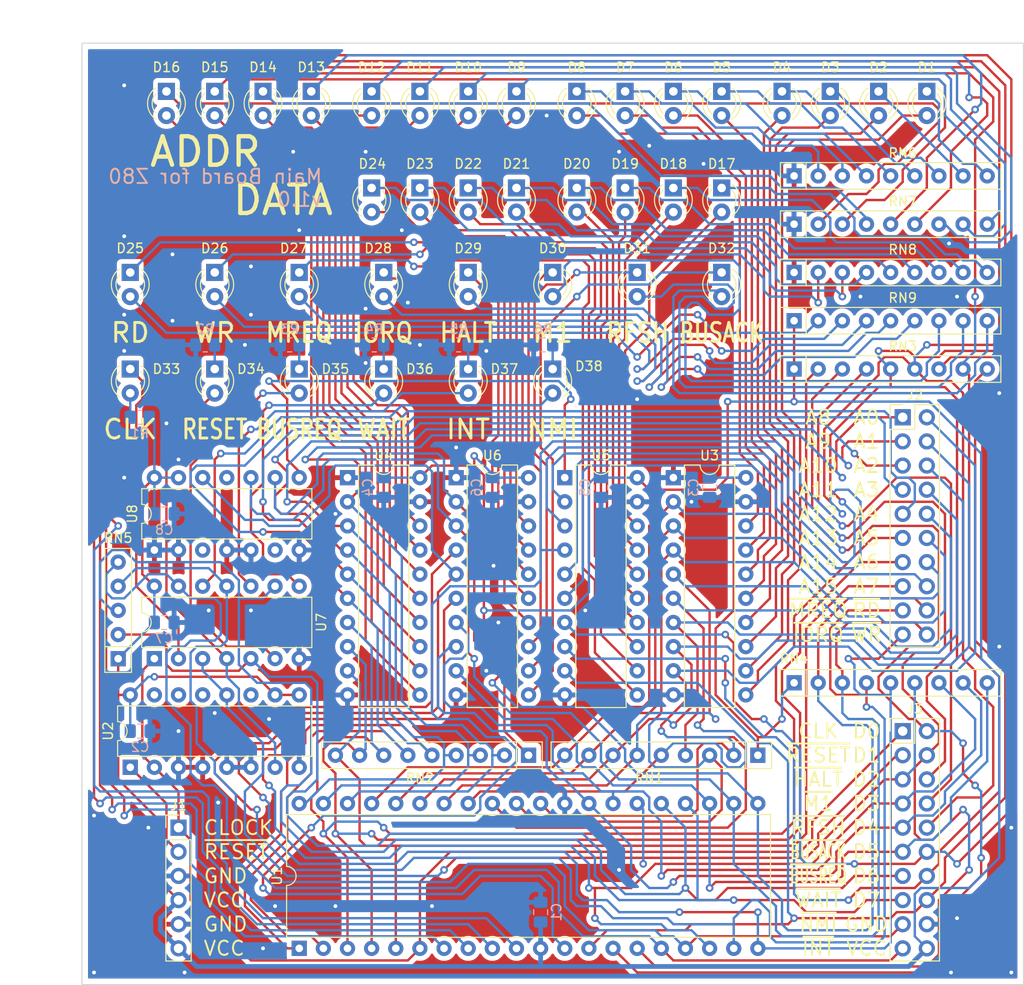
<source format=kicad_pcb>
(kicad_pcb (version 20211014) (generator pcbnew)
  (layers (0 "F.Cu" signal) (31 "B.Cu" signal) (34 "B.Paste" user) (35 "F.Paste" user) (36 "B.SilkS" user "B.Silkscreen") (37 "F.SilkS" user "F.Silkscreen") (38 "B.Mask" user) (39 "F.Mask" user) (44 "Edge.Cuts" user))
  (net 0 "")
  (net 1 "VCC")
  (net 2 "GND")
  (net 3 "Net-(D1-Pad1)")
  (net 4 "/LED/A0_L")
  (net 5 "Net-(D2-Pad1)")
  (net 6 "/LED/A1_L")
  (net 7 "Net-(D3-Pad1)")
  (net 8 "/LED/A2_L")
  (net 9 "Net-(D4-Pad1)")
  (net 10 "/LED/A3_L")
  (net 11 "Net-(D5-Pad1)")
  (net 12 "/LED/A4_L")
  (net 13 "Net-(D6-Pad1)")
  (net 14 "/LED/A5_L")
  (net 15 "Net-(D7-Pad1)")
  (net 16 "/LED/A6_L")
  (net 17 "Net-(D8-Pad1)")
  (net 18 "/LED/A7_L")
  (net 19 "/LED/A8_L")
  (net 20 "/LED/A9_L")
  (net 21 "/LED/A10_L")
  (net 22 "/LED/A11_L")
  (net 23 "/LED/A12_L")
  (net 24 "/LED/A13_L")
  (net 25 "/LED/A14_L")
  (net 26 "/LED/A15_L")
  (net 27 "Net-(D17-Pad1)")
  (net 28 "/LED/D0_L")
  (net 29 "/LED/D1_L")
  (net 30 "/LED/D2_L")
  (net 31 "Net-(D20-Pad1)")
  (net 32 "/LED/D3_L")
  (net 33 "Net-(D21-Pad1)")
  (net 34 "/LED/D4_L")
  (net 35 "Net-(D22-Pad1)")
  (net 36 "/LED/D5_L")
  (net 37 "Net-(D23-Pad1)")
  (net 38 "/LED/D6_L")
  (net 39 "Net-(D24-Pad1)")
  (net 40 "/LED/D7_L")
  (net 41 "/LED/~{RD}_L")
  (net 42 "Net-(D25-Pad2)")
  (net 43 "/LED/~{WR}_L")
  (net 44 "Net-(D26-Pad2)")
  (net 45 "/LED/~{MREQ}_L")
  (net 46 "Net-(D27-Pad2)")
  (net 47 "/LED/~{IORQ}_L")
  (net 48 "Net-(D28-Pad2)")
  (net 49 "/LED/~{HALT}_L")
  (net 50 "Net-(D29-Pad2)")
  (net 51 "/LED/~{M1}_L")
  (net 52 "Net-(D30-Pad2)")
  (net 53 "/LED/~{RFSH}_L")
  (net 54 "Net-(D31-Pad2)")
  (net 55 "/LED/~{BUSACK}_L")
  (net 56 "Net-(D32-Pad2)")
  (net 57 "/LED/CLK_L")
  (net 58 "Net-(D33-Pad2)")
  (net 59 "Net-(D34-Pad1)")
  (net 60 "/LED/~{RESET}_L")
  (net 61 "Net-(D35-Pad1)")
  (net 62 "/LED/~{BUSREQ}_L")
  (net 63 "Net-(D36-Pad1)")
  (net 64 "/LED/~{WAIT}_L")
  (net 65 "Net-(D37-Pad1)")
  (net 66 "/LED/~{NMI}_L")
  (net 67 "Net-(D38-Pad1)")
  (net 68 "/LED/~{INT}_L")
  (net 69 "/LED/S32")
  (net 70 "Net-(J1-Pad2)")
  (net 71 "/LED/S8")
  (net 72 "/LED/S0")
  (net 73 "/LED/S9")
  (net 74 "/LED/S1")
  (net 75 "/LED/S10")
  (net 76 "/LED/S2")
  (net 77 "/LED/S11")
  (net 78 "/LED/S3")
  (net 79 "/LED/S12")
  (net 80 "/LED/S4")
  (net 81 "/LED/S13")
  (net 82 "/LED/S5")
  (net 83 "/LED/S14")
  (net 84 "/LED/S6")
  (net 85 "/LED/S15")
  (net 86 "/LED/S7")
  (net 87 "/LED/S26")
  (net 88 "/LED/S24")
  (net 89 "/LED/S27")
  (net 90 "/LED/S25")
  (net 91 "/LED/S16")
  (net 92 "/LED/S33")
  (net 93 "/LED/S17")
  (net 94 "/LED/S28")
  (net 95 "/LED/S18")
  (net 96 "/LED/S29")
  (net 97 "/LED/S19")
  (net 98 "/LED/S30")
  (net 99 "/LED/S20")
  (net 100 "/LED/S31")
  (net 101 "/LED/S21")
  (net 102 "/LED/S34")
  (net 103 "/LED/S22")
  (net 104 "/LED/S35")
  (net 105 "/LED/S23")
  (net 106 "/LED/S36")
  (net 107 "/LED/S37")
  (net 112 "Net-(U5-Pad1)")
  (net 114 "Net-(D18-Pad1)")
  (net 115 "Net-(D19-Pad1)")
  (net 116 "Net-(D9-Pad1)")
  (net 117 "Net-(D10-Pad1)")
  (net 118 "Net-(D11-Pad1)")
  (net 119 "Net-(D12-Pad1)")
  (net 120 "Net-(D13-Pad1)")
  (net 121 "Net-(D14-Pad1)")
  (net 122 "Net-(D15-Pad1)")
  (net 123 "Net-(D16-Pad1)")
  (footprint "Package_DIP:DIP-16_W7.62mm" (layer "F.Cu") (at 104.14 129.54 90)
    (fp_text reference "U2")
    (fp_text value "74HC161")
  )
  (footprint "LED_THT:LED_D3.0mm_Clear" (layer "F.Cu") (at 121.92 87.63 -90)
    (fp_text reference "D35")
    (fp_text value "OSB5YU3Z74A")
  )
  (footprint "Package_DIP:DIP-40_W15.24mm" (layer "F.Cu") (at 121.92 148.59 90)
    (fp_text reference "U1")
    (fp_text value "Z8400")
  )
  (footprint "LED_THT:LED_D3.0mm_Clear" (layer "F.Cu") (at 139.7 58.42 -90)
    (fp_text reference "D10")
    (fp_text value "OSG5TA3Z74A")
  )
  (footprint "LED_THT:LED_D3.0mm_Clear" (layer "F.Cu") (at 134.62 58.42 -90)
    (fp_text reference "D11")
    (fp_text value "OSG5TA3Z74A")
  )
  (footprint "LED_THT:LED_D3.0mm_Clear" (layer "F.Cu") (at 118.11 58.42 -90)
    (fp_text reference "D14")
    (fp_text value "OSG5TA3Z74A")
  )
  (footprint "LED_THT:LED_D3.0mm_Clear" (layer "F.Cu") (at 172.72 58.42 -90)
    (fp_text reference "D4")
    (fp_text value "OSG5TA3Z74A")
  )
  (footprint "Resistor_THT:R_Array_SIP9" (layer "F.Cu") (at 173.99 120.65)
    (fp_text reference "RN4")
    (fp_text value "10k")
  )
  (footprint "LED_THT:LED_D3.0mm_Clear" (layer "F.Cu") (at 123.19 58.42 -90)
    (fp_text reference "D13")
    (fp_text value "OSG5TA3Z74A")
  )
  (footprint "Package_DIP:DIP-20_W7.62mm" (layer "F.Cu") (at 138.43 99.06)
    (fp_text reference "U6")
    (fp_text value "74HC541")
  )
  (footprint "LED_THT:LED_D3.0mm_Clear" (layer "F.Cu") (at 177.8 58.42 -90)
    (fp_text reference "D3")
    (fp_text value "OSG5TA3Z74A")
  )
  (footprint "LED_THT:LED_D3.0mm_Clear" (layer "F.Cu") (at 166.37 58.42 -90)
    (fp_text reference "D5")
    (fp_text value "OSG5TA3Z74A")
  )
  (footprint "LED_THT:LED_D3.0mm_Clear" (layer "F.Cu") (at 161.29 68.58 -90)
    (fp_text reference "D18")
    (fp_text value "OSR5JA3Z74A")
  )
  (footprint "LED_THT:LED_D3.0mm_Clear" (layer "F.Cu") (at 121.92 77.47 -90)
    (fp_text reference "D27")
    (fp_text value "OSY5JA3Z74A")
  )
  (footprint "LED_THT:LED_D3.0mm_Clear" (layer "F.Cu") (at 157.48 77.47 -90)
    (fp_text reference "D31")
    (fp_text value "OSY5JA3Z74A")
  )
  (footprint "LED_THT:LED_D3.0mm_Clear" (layer "F.Cu") (at 130.81 77.47 -90)
    (fp_text reference "D28")
    (fp_text value "OSY5JA3Z74A")
  )
  (footprint "Package_DIP:DIP-20_W7.62mm" (layer "F.Cu") (at 161.29 99.06)
    (fp_text reference "U3")
    (fp_text value "74HC541")
  )
  (footprint "LED_THT:LED_D3.0mm_Clear" (layer "F.Cu") (at 148.59 87.63 -90)
    (fp_text reference "D38")
    (fp_text value "OSB5YU3Z74A")
  )
  (footprint "Resistor_THT:R_Array_SIP9" (layer "F.Cu") (at 146.05 128.27 180)
    (fp_text reference "RN2")
    (fp_text value "10k")
  )
  (footprint "Resistor_THT:R_Array_SIP9" (layer "F.Cu") (at 173.99 77.47)
    (fp_text reference "RN8")
    (fp_text value "4.7k")
  )
  (footprint "Resistor_THT:R_Array_SIP9" (layer "F.Cu") (at 173.99 72.39)
    (fp_text reference "RN7")
    (fp_text value "10k")
  )
  (footprint "LED_THT:LED_D3.0mm_Clear" (layer "F.Cu") (at 104.14 77.47 -90)
    (fp_text reference "D25")
    (fp_text value "OSY5JA3Z74A")
  )
  (footprint "Package_DIP:DIP-20_W7.62mm" (layer "F.Cu") (at 127 99.06)
    (fp_text reference "U4")
    (fp_text value "74HC541")
  )
  (footprint "Resistor_THT:R_Array_SIP5" (layer "F.Cu") (at 102.87 118.11 90)
    (fp_text reference "RN5")
    (fp_text value "10k")
  )
  (footprint "LED_THT:LED_D3.0mm_Clear" (layer "F.Cu") (at 166.37 77.47 -90)
    (fp_text reference "D32")
    (fp_text value "OSY5JA3Z74A")
  )
  (footprint "LED_THT:LED_D3.0mm_Clear" (layer "F.Cu") (at 104.14 87.63 -90)
    (fp_text reference "D33")
    (fp_text value "OSB5YU3Z74A")
  )
  (footprint "Resistor_THT:R_Array_SIP9" (layer "F.Cu") (at 170.18 128.27 180)
    (fp_text reference "RN1")
    (fp_text value "10k")
  )
  (footprint "LED_THT:LED_D3.0mm_Clear" (layer "F.Cu") (at 139.7 68.58 -90)
    (fp_text reference "D22")
    (fp_text value "OSR5JA3Z74A")
  )
  (footprint "Package_DIP:DIP-14_W7.62mm" (layer "F.Cu") (at 106.675 118.1 90)
    (fp_text reference "U7")
    (fp_text value "74HC04")
  )
  (footprint "LED_THT:LED_D3.0mm_Clear" (layer "F.Cu") (at 156.21 68.58 -90)
    (fp_text reference "D19")
    (fp_text value "OSR5JA3Z74A")
  )
  (footprint "LED_THT:LED_D3.0mm_Clear" (layer "F.Cu") (at 129.54 68.58 -90)
    (fp_text reference "D24")
    (fp_text value "OSR5JA3Z74A")
  )
  (footprint "LED_THT:LED_D3.0mm_Clear" (layer "F.Cu") (at 151.13 58.42 -90)
    (fp_text reference "D8")
    (fp_text value "OSG5TA3Z74A")
  )
  (footprint "Connector_PinHeader_2.54mm:PinHeader_2x10_P2.54mm_Vertical" (layer "F.Cu") (at 185.42 125.73)
    (fp_text reference "J3")
    (fp_text value "Conn_02x10_Odd_Even")
  )
  (footprint "LED_THT:LED_D3.0mm_Clear" (layer "F.Cu") (at 130.81 87.63 -90)
    (fp_text reference "D36")
    (fp_text value "OSB5YU3Z74A")
  )
  (footprint "LED_THT:LED_D3.0mm_Clear" (layer "F.Cu") (at 156.21 58.42 -90)
    (fp_text reference "D7")
    (fp_text value "OSG5TA3Z74A")
  )
  (footprint "Connector_PinHeader_2.54mm:PinHeader_2x10_P2.54mm_Vertical" (layer "F.Cu") (at 185.42 92.71)
    (fp_text reference "J2")
    (fp_text value "Conn_02x10_Odd_Even")
  )
  (footprint "Resistor_THT:R_Array_SIP9" (layer "F.Cu") (at 173.99 67.31)
    (fp_text reference "RN6")
    (fp_text value "10k")
  )
  (footprint "LED_THT:LED_D3.0mm_Clear" (layer "F.Cu") (at 161.29 58.42 -90)
    (fp_text reference "D6")
    (fp_text value "OSG5TA3Z74A")
  )
  (footprint "LED_THT:LED_D3.0mm_Clear" (layer "F.Cu") (at 113.03 58.42 -90)
    (fp_text reference "D15")
    (fp_text value "OSG5TA3Z74A")
  )
  (footprint "LED_THT:LED_D3.0mm_Clear" (layer "F.Cu") (at 139.7 87.63 -90)
    (fp_text reference "D37")
    (fp_text value "OSB5YU3Z74A")
  )
  (footprint "LED_THT:LED_D3.0mm_Clear" (layer "F.Cu") (at 148.59 77.47 -90)
    (fp_text reference "D30")
    (fp_text value "OSY5JA3Z74A")
  )
  (footprint "LED_THT:LED_D3.0mm_Clear" (layer "F.Cu") (at 113.03 77.47 -90)
    (fp_text reference "D26")
    (fp_text value "OSY5JA3Z74A")
  )
  (footprint "LED_THT:LED_D3.0mm_Clear" (layer "F.Cu") (at 107.95 58.42 -90)
    (fp_text reference "D16")
    (fp_text value "OSG5TA3Z74A")
  )
  (footprint "LED_THT:LED_D3.0mm_Clear" (layer "F.Cu") (at 144.78 58.42 -90)
    (fp_text reference "D9")
    (fp_text value "OSG5TA3Z74A")
  )
  (footprint "Package_DIP:DIP-20_W7.62mm" (layer "F.Cu") (at 149.86 99.06)
    (fp_text reference "U5")
    (fp_text value "74HC541")
  )
  (footprint "LED_THT:LED_D3.0mm_Clear" (layer "F.Cu") (at 187.96 58.42 -90)
    (fp_text reference "D1")
    (fp_text value "OSG5TA3Z74A")
  )
  (footprint "LED_THT:LED_D3.0mm_Clear" (layer "F.Cu") (at 113.03 87.63 -90)
    (fp_text reference "D34")
    (fp_text value "OSB5YU3Z74A")
  )
  (footprint "LED_THT:LED_D3.0mm_Clear" (layer "F.Cu") (at 129.54 58.42 -90)
    (fp_text reference "D12")
    (fp_text value "OSG5TA3Z74A")
  )
  (footprint "LED_THT:LED_D3.0mm_Clear" (layer "F.Cu") (at 134.62 68.58 -90)
    (fp_text reference "D23")
    (fp_text value "OSR5JA3Z74A")
  )
  (footprint "Resistor_THT:R_Array_SIP9" (layer "F.Cu") (at 173.99 87.63)
    (fp_text reference "RN3")
    (fp_text value "10k")
  )
  (footprint "LED_THT:LED_D3.0mm_Clear" (layer "F.Cu") (at 139.7 77.47 -90)
    (fp_text reference "D29")
    (fp_text value "OSY5JA3Z74A")
  )
  (footprint "LED_THT:LED_D3.0mm_Clear" (layer "F.Cu") (at 151.13 68.58 -90)
    (fp_text reference "D20")
    (fp_text value "OSR5JA3Z74A")
  )
  (footprint "LED_THT:LED_D3.0mm_Clear" (layer "F.Cu") (at 182.88 58.42 -90)
    (fp_text reference "D2")
    (fp_text value "OSG5TA3Z74A")
  )
  (footprint "Resistor_THT:R_Array_SIP9" (layer "F.Cu") (at 173.99 82.55)
    (fp_text reference "RN9")
    (fp_text value "2.2k")
  )
  (footprint "Package_DIP:DIP-14_W7.62mm" (layer "F.Cu") (at 106.68 106.68 90)
    (fp_text reference "U8")
    (fp_text value "74HC21")
  )
  (footprint "LED_THT:LED_D3.0mm_Clear" (layer "F.Cu") (at 144.78 68.58 -90)
    (fp_text reference "D21")
    (fp_text value "OSR5JA3Z74A")
  )
  (footprint "LED_THT:LED_D3.0mm_Clear" (layer "F.Cu") (at 166.37 68.58 -90)
    (fp_text reference "D17")
    (fp_text value "OSR5JA3Z74A")
  )
  (footprint "Connector_PinHeader_2.54mm:PinHeader_1x06_P2.54mm_Vertical" (layer "F.Cu") (at 109.22 135.89)
    (fp_text reference "J1")
    (fp_text value "Conn_01x06")
  )
  (footprint "Capacitor_SMD:C_0805_2012Metric_Pad1.18x1.45mm_HandSolder" (layer "B.Cu") (at 107.7175 102.87)
    (fp_text reference "C8")
    (fp_text value "0.1u")
  )
  (footprint "Capacitor_SMD:C_0805_2012Metric_Pad1.18x1.45mm_HandSolder" (layer "B.Cu") (at 165.1 100.0975 -90)
    (fp_text reference "C3")
    (fp_text value "0.1u")
  )
  (footprint "Capacitor_SMD:C_0805_2012Metric_Pad1.18x1.45mm_HandSolder" (layer "B.Cu") (at 105.1775 125.73)
    (fp_text reference "C2")
    (fp_text value "0.1u")
  )
  (footprint "Resistor_SMD:R_0805_2012Metric_Pad1.20x1.40mm_HandSolder" (layer "B.Cu") (at 105.14 92.71)
    (fp_text reference "R1")
    (fp_text value "1k")
  )
  (footprint "Capacitor_SMD:C_0805_2012Metric_Pad1.18x1.45mm_HandSolder" (layer "B.Cu") (at 107.7175 114.3)
    (fp_text reference "C7")
    (fp_text value "0.1u")
  )
  (footprint "Capacitor_SMD:C_0805_2012Metric_Pad1.18x1.45mm_HandSolder" (layer "B.Cu") (at 153.67 100.0975 -90)
    (fp_text reference "C5")
    (fp_text value "0.1u")
  )
  (footprint "Resistor_SMD:R_0805_2012Metric_Pad1.20x1.40mm_HandSolder" (layer "B.Cu") (at 147.59 85.09 180)
    (fp_text reference "R6")
    (fp_text value "1k")
  )
  (footprint "Capacitor_SMD:C_0805_2012Metric_Pad1.18x1.45mm_HandSolder" (layer "B.Cu") (at 130.81 100.0975 -90)
    (fp_text reference "C4")
    (fp_text value "0.1u")
  )
  (footprint "Resistor_SMD:R_0805_2012Metric_Pad1.20x1.40mm_HandSolder" (layer "B.Cu") (at 129.81 85.09 180)
    (fp_text reference "R4")
    (fp_text value "1k")
  )
  (footprint "Resistor_SMD:R_0805_2012Metric_Pad1.20x1.40mm_HandSolder" (layer "B.Cu") (at 120.92 85.09 180)
    (fp_text reference "R3")
    (fp_text value "1k")
  )
  (footprint "Capacitor_SMD:C_0805_2012Metric_Pad1.18x1.45mm_HandSolder" (layer "B.Cu") (at 147.32 144.78 90)
    (fp_text reference "C1")
    (fp_text value "0.1u")
  )
  (footprint "Resistor_SMD:R_0805_2012Metric_Pad1.20x1.40mm_HandSolder" (layer "B.Cu") (at 112.03 85.09 180)
    (fp_text reference "R2")
    (fp_text value "1k")
  )
  (footprint "Resistor_SMD:R_0805_2012Metric_Pad1.20x1.40mm_HandSolder" (layer "B.Cu") (at 138.7 85.09 180)
    (fp_text reference "R5")
    (fp_text value "1k")
  )
  (footprint "Capacitor_SMD:C_0805_2012Metric_Pad1.18x1.45mm_HandSolder" (layer "B.Cu") (at 142.24 100.0975 -90)
    (fp_text reference "C6")
    (fp_text value "0.1u")
  )
  (gr_rect (start 99.06 53.34) (end 198.12 152.4) (layer "Edge.Cuts") (width 0.1) (fill none))
  (gr_text "Main Board for Z80\nv1.0" (at 124.46 68.58) (layer "B.SilkS") (effects (font (size 1.5 1.5) (thickness 0.2)) (justify left mirror)))
  (gr_text "D0" (at 181.61 125.73) (layer "F.SilkS") (effects (font (size 1.5 1.5) (thickness 0.2))))
  (gr_text "A14" (at 176.53 107.95) (layer "F.SilkS") (effects (font (size 1.5 1.5) (thickness 0.2))))
  (gr_text "A13" (at 176.53 105.41) (layer "F.SilkS") (effects (font (size 1.5 1.5) (thickness 0.2))))
  (gr_text "D1" (at 181.61 128.27) (layer "F.SilkS") (effects (font (size 1.5 1.5) (thickness 0.2))))
  (gr_text "A7" (at 181.61 110.49) (layer "F.SilkS") (effects (font (size 1.5 1.5) (thickness 0.2))))
  (gr_text "~{RESET}" (at 176.53 128.27) (layer "F.SilkS") (effects (font (size 1.5 1.5) (thickness 0.2))))
  (gr_text "M1" (at 148.59 83.82) (layer "F.SilkS") (effects (font (size 2 2) (thickness 0.3))))
  (gr_text "~{MREQ}" (at 176.53 113.03) (layer "F.SilkS") (effects (font (size 1.5 1.5) (thickness 0.2))))
  (gr_text "ADDR" (at 105.962341 64.77) (layer "F.SilkS") (effects (font (size 3 3) (thickness 0.45)) (justify left)))
  (gr_text "RFSH" (at 157.548484 83.82) (layer "F.SilkS") (effects (font (size 2 1.7) (thickness 0.3))))
  (gr_text "D4" (at 181.61 135.89) (layer "F.SilkS") (effects (font (size 1.5 1.5) (thickness 0.2))))
  (gr_text "BUSREQ" (at 121.92 93.98) (layer "F.SilkS") (effects (font (size 2 1.5) (thickness 0.3))))
  (gr_text "~{BUSACK}" (at 176.53 138.43) (layer "F.SilkS") (effects (font (size 1.5 1) (thickness 0.2))))
  (gr_text "D3" (at 181.61 133.35) (layer "F.SilkS") (effects (font (size 1.5 1.5) (thickness 0.2))))
  (gr_text "A0" (at 181.61 92.71) (layer "F.SilkS") (effects (font (size 1.5 1.5) (thickness 0.2))))
  (gr_text "WR" (at 113.03 83.82) (layer "F.SilkS") (effects (font (size 2 2) (thickness 0.3))))
  (gr_text "~{RFSH}" (at 176.53 135.89) (layer "F.SilkS") (effects (font (size 1.5 1.5) (thickness 0.2))))
  (gr_text "CLOCK" (at 111.76 135.89) (layer "F.SilkS") (effects (font (size 1.5 1.5) (thickness 0.2)) (justify left)))
  (gr_text "D2" (at 181.61 130.81) (layer "F.SilkS") (effects (font (size 1.5 1.5) (thickness 0.2))))
  (gr_text "IORQ" (at 130.81 83.82) (layer "F.SilkS") (effects (font (size 2 1.7) (thickness 0.3))))
  (gr_text "WAIT" (at 130.81 93.98) (layer "F.SilkS") (effects (font (size 2 1.7) (thickness 0.3))))
  (gr_text "GND" (at 111.76 140.97) (layer "F.SilkS") (effects (font (size 1.5 1.5) (thickness 0.2)) (justify left)))
  (gr_text "~{RESET}" (at 111.76 138.43) (layer "F.SilkS") (effects (font (size 1.5 1.5) (thickness 0.2)) (justify left)))
  (gr_text "CLK" (at 104.14 93.98) (layer "F.SilkS") (effects (font (size 2 2) (thickness 0.3))))
  (gr_text "~{WR}" (at 181.61 115.57) (layer "F.SilkS") (effects (font (size 1.5 1.5) (thickness 0.2))))
  (gr_text "A12" (at 176.53 102.87) (layer "F.SilkS") (effects (font (size 1.5 1.5) (thickness 0.2))))
  (gr_text "~{HALT}" (at 176.53 130.81) (layer "F.SilkS") (effects (font (size 1.5 1.5) (thickness 0.2))))
  (gr_text "~{M1}" (at 176.53 133.35) (layer "F.SilkS") (effects (font (size 1.5 1.5) (thickness 0.2))))
  (gr_text "D6" (at 181.61 140.97) (layer "F.SilkS") (effects (font (size 1.5 1.5) (thickness 0.2))))
  (gr_text "~{BUSREQ}" (at 176.53 140.97) (layer "F.SilkS") (effects (font (size 1.5 1) (thickness 0.2))))
  (gr_text "A6" (at 181.61 107.95) (layer "F.SilkS") (effects (font (size 1.5 1.5) (thickness 0.2))))
  (gr_text "CLK" (at 176.53 125.73) (layer "F.SilkS") (effects (font (size 1.5 1.5) (thickness 0.2))))
  (gr_text "VCC" (at 111.751764 143.51) (layer "F.SilkS") (effects (font (size 1.5 1.5) (thickness 0.2)) (justify left)))
  (gr_text "HALT" (at 139.7 83.82) (layer "F.SilkS") (effects (font (size 2 1.7) (thickness 0.3))))
  (gr_text "~{NMI}" (at 176.53 146.05) (layer "F.SilkS") (effects (font (size 1.5 1.5) (thickness 0.2))))
  (gr_text "A1" (at 181.61 95.25) (layer "F.SilkS") (effects (font (size 1.5 1.5) (thickness 0.2))))
  (gr_text "A5" (at 181.61 105.41) (layer "F.SilkS") (effects (font (size 1.5 1.5) (thickness 0.2))))
  (gr_text "NMI" (at 148.59 93.98) (layer "F.SilkS") (effects (font (size 2 2) (thickness 0.3))))
  (gr_text "D5" (at 181.61 138.43) (layer "F.SilkS") (effects (font (size 1.5 1.5) (thickness 0.2))))
  (gr_text "D7" (at 181.61 143.51) (layer "F.SilkS") (effects (font (size 1.5 1.5) (thickness 0.2))))
  (gr_text "DATA" (at 125.73 69.85) (layer "F.SilkS") (effects (font (size 3 3) (thickness 0.45)) (justify right)))
  (gr_text "A11" (at 176.53 100.33) (layer "F.SilkS") (effects (font (size 1.5 1.5) (thickness 0.2))))
  (gr_text "MREQ" (at 121.92 83.82) (layer "F.SilkS") (effects (font (size 2 1.7) (thickness 0.3))))
  (gr_text "~{IORQ}" (at 176.53 115.57) (layer "F.SilkS") (effects (font (size 1.5 1.5) (thickness 0.2))))
  (gr_text "A10" (at 176.53 97.79) (layer "F.SilkS") (effects (font (size 1.5 1.5) (thickness 0.2))))
  (gr_text "RD" (at 104.14 83.82) (layer "F.SilkS") (effects (font (size 2 2) (thickness 0.3))))
  (gr_text "VCC" (at 111.751764 148.59) (layer "F.SilkS") (effects (font (size 1.5 1.5) (thickness 0.2)) (justify left)))
  (gr_text "A2" (at 181.61 97.79) (layer "F.SilkS") (effects (font (size 1.5 1.5) (thickness 0.2))))
  (gr_text "A15" (at 176.53 110.49) (layer "F.SilkS") (effects (font (size 1.5 1.5) (thickness 0.2))))
  (gr_text "A8" (at 176.53 92.71) (layer "F.SilkS") (effects (font (size 1.5 1.5) (thickness 0.2))))
  (gr_text "A9" (at 176.53 95.25) (layer "F.SilkS") (effects (font (size 1.5 1.5) (thickness 0.2))))
  (gr_text "INT" (at 139.7 93.98) (layer "F.SilkS") (effects (font (size 2 2) (thickness 0.3))))
  (gr_text "~{INT}" (at 176.53 148.59) (layer "F.SilkS") (effects (font (size 1.5 1.5) (thickness 0.2))))
  (gr_text "~{WAIT}" (at 176.53 143.51) (layer "F.SilkS") (effects (font (size 1.5 1.5) (thickness 0.2))))
  (gr_text "~{RD}" (at 181.61 113.03) (layer "F.SilkS") (effects (font (size 1.5 1.5) (thickness 0.2))))
  (gr_text "VCC" (at 181.61 148.59) (layer "F.SilkS") (effects (font (size 1.5 1.5) (thickness 0.2))))
  (gr_text "RESET" (at 113.03 93.98) (layer "F.SilkS") (effects (font (size 2 1.5) (thickness 0.3))))
  (gr_text "GND" (at 111.76 146.05) (layer "F.SilkS") (effects (font (size 1.5 1.5) (thickness 0.2)) (justify left)))
  (gr_text "A3" (at 181.61 100.33) (layer "F.SilkS") (effects (font (size 1.5 1.5) (thickness 0.2))))
  (gr_text "GND" (at 181.61 146.05) (layer "F.SilkS") (effects (font (size 1.5 1.5) (thickness 0.2))))
  (gr_text "BUSACK" (at 166.37 83.82) (layer "F.SilkS") (effects (font (size 2 1.5) (thickness 0.3))))
  (gr_text "A4" (at 181.61 102.87) (layer "F.SilkS") (effects (font (size 1.5 1.5) (thickness 0.2))))
  (segment (start 143.51 125.73) (end 146.05 128.27) (width 0.25) (layer "F.Cu") (net 1))
  (segment (start 106.675 110.48) (end 105.41 109.215) (width 0.25) (layer "F.Cu") (net 1))
  (segment (start 107.315 135.255) (end 107.315 141.605) (width 0.25) (layer "F.Cu") (net 1))
  (segment (start 167.005 99.06) (end 165.735 100.33) (width 0.25) (layer "F.Cu") (net 1))
  (segment (start 158.75 100.33) (end 157.48 99.06) (width 0.25) (layer "F.Cu") (net 1))
  (segment (start 121.92 121.92) (end 119.38 121.92) (width 0.25) (layer "F.Cu") (net 1))
  (segment (start 140.335 97.79) (end 140.335 96.774) (width 0.25) (layer "F.Cu") (net 1))
  (segment (start 165.735 100.33) (end 158.75 100.33) (width 0.25) (layer "F.Cu") (net 1))
  (segment (start 107.315 141.605) (end 109.22 143.51) (width 0.25) (layer "F.Cu") (net 1))
  (segment (start 135.89 97.79) (end 134.62 99.06) (width 0.25) (layer "F.Cu") (net 1))
  (segment (start 167.64 99.06) (end 167.005 99.06) (width 0.25) (layer "F.Cu") (net 1))
  (segment (start 167.005 99.06) (end 167.005 91.059) (width 0.25) (layer "F.Cu") (net 1))
  (segment (start 168.91 99.06) (end 167.64 99.06) (width 0.25) (layer "F.Cu") (net 1))
  (segment (start 102.87 121.92) (end 102.87 118.11) (width 0.25) (layer "F.Cu") (net 1))
  (segment (start 141.351 113.03) (end 141.351 98.806) (width 0.25) (layer "F.Cu") (net 1))
  (segment (start 165.735 121.92) (end 170.18 126.365) (width 0.25) (layer "F.Cu") (net 1))
  (segment (start 104.14 121.92) (end 102.87 121.92) (width 0.25) (layer "F.Cu") (net 1))
  (segment (start 141.351 98.806) (end 140.335 97.79) (width 0.25) (layer "F.Cu") (net 1))
  (segment (start 167.64 99.06) (end 167.64 113.03) (width 0.25) (layer "F.Cu") (net 1))
  (segment (start 170.18 126.365) (end 170.18 128.27) (width 0.25) (layer "F.Cu") (net 1))
  (segment (start 102.87 121.92) (end 102.87 130.81) (width 0.25) (layer "F.Cu") (net 1))
  (segment (start 141.351 115.951) (end 143.51 118.11) (width 0.25) (layer "F.Cu") (net 1))
  (segment (start 167.64 113.03) (end 165.735 114.935) (width 0.25) (layer "F.Cu") (net 1))
  (segment (start 117.475 120.015) (end 106.68 120.015) (width 0.25) (layer "F.Cu") (net 1))
  (segment (start 170.18 126.365) (end 170.815 126.365) (width 0.25) (layer "F.Cu") (net 1))
  (segment (start 105.41 109.215) (end 105.41 100.33) (width 0.25) (layer "F.Cu") (net 1))
  (segment (start 143.51 118.11) (end 143.51 125.73) (width 0.25) (layer "F.Cu") (net 1))
  (segment (start 165.735 114.935) (end 165.735 121.92) (width 0.25) (layer "F.Cu") (net 1))
  (segment (start 105.41 100.33) (end 106.68 99.06) (width 0.25) (layer "F.Cu") (net 1))
  (segment (start 173.99 82.55) (end 173.99 87.63) (width 0.25) (layer "F.Cu") (net 1))
  (segment (start 173.99 87.63) (end 173.99 91.059) (width 0.25) (layer "F.Cu") (net 1))
  (segment (start 119.38 121.92) (end 117.475 120.015) (width 0.25) (layer "F.Cu") (net 1))
  (segment (start 140.335 97.79) (end 135.89 97.79) (width 0.25) (layer "F.Cu") (net 1))
  (segment (start 141.351 113.03) (end 141.351 115.951) (width 0.25) (layer "F.Cu") (net 1))
  (segment (start 102.87 130.81) (end 107.315 135.255) (width 0.25) (layer "F.Cu") (net 1))
  (segment (start 170.815 126.365) (end 172.72 124.46) (width 0.25) (layer "F.Cu") (net 1))
  (via (at 167.005 91.059) (size 0.8) (drill 0.4) (layers "F.Cu" "B.Cu") (net 1))
  (via (at 140.335 96.774) (size 0.8) (drill 0.4) (layers "F.Cu" "B.Cu") (net 1))
  (via (at 173.99 91.059) (size 0.8) (drill 0.4) (layers "F.Cu" "B.Cu") (net 1))
  (via (at 106.68 120.015) (size 0.8) (drill 0.4) (layers "F.Cu" "B.Cu") (net 1))
  (via (at 172.72 124.46) (size 0.8) (drill 0.4) (layers "F.Cu" "B.Cu") (net 1))
  (via (at 141.351 113.03) (size 0.8) (drill 0.4) (layers "F.Cu" "B.Cu") (net 1))
  (segment (start 195.58 120.015) (end 195.58 139.065) (width 0.25) (layer "B.Cu") (net 1))
  (segment (start 153.035 99.06) (end 152.4 99.695) (width 0.25) (layer "B.Cu") (net 1))
  (segment (start 186.055 150.495) (end 187.96 148.59) (width 0.5) (layer "B.Cu") (net 1))
  (segment (start 106.68 93.25) (end 106.14 92.71) (width 0.25) (layer "B.Cu") (net 1))
  (segment (start 147.32 150.495) (end 186.055 150.495) (width 0.5) (layer "B.Cu") (net 1))
  (segment (start 147.32 148.59) (end 147.32 150.495) (width 0.5) (layer "B.Cu") (net 1))
  (segment (start 107.315 146.685) (end 107.315 145.415) (width 0.5) (layer "B.Cu") (net 1))
  (segment (start 102.87 118.11) (end 106.68 114.3) (width 0.25) (layer "B.Cu") (net 1))
  (segment (start 153.67 99.06) (end 157.48 99.06) (width 0.25) (layer "B.Cu") (net 1))
  (segment (start 173.99 91.059) (end 167.005 91.059) (width 0.25) (layer "B.Cu") (net 1))
  (segment (start 106.68 99.06) (end 106.68 102.87) (width 0.25) (layer "B.Cu") (net 1))
  (segment (start 106.68 120.015) (end 106.045 120.015) (width 0.25) (layer "B.Cu") (net 1))
  (segment (start 104.14 125.73) (end 104.14 121.92) (width 0.25) (layer "B.Cu") (net 1))
  (segment (start 187.325 142.24) (end 186.69 142.875) (width 0.25) (layer "B.Cu") (net 1))
  (segment (start 107.315 145.415) (end 109.22 143.51) (width 0.5) (layer "B.Cu") (net 1))
  (segment (start 106.68 99.06) (end 106.68 93.25) (width 0.25) (layer "B.Cu") (net 1))
  (segment (start 106.675 110.48) (end 106.675 114.295) (width 0.25) (layer "B.Cu") (net 1))
  (segment (start 172.72 121.92) (end 173.99 120.65) (width 0.25) (layer "B.Cu") (net 1))
  (segment (start 147.32 148.59) (end 147.32 145.8175) (width 0.5) (layer "B.Cu") (net 1))
  (segment (start 142.24 98.679) (end 142.24 99.06) (width 0.25) (layer "B.Cu") (net 1))
  (segment (start 172.72 124.46) (end 172.72 121.92) (width 0.25) (layer "B.Cu") (net 1))
  (segment (start 165.1 99.06) (end 168.91 99.06) (width 0.25) (layer "B.Cu") (net 1))
  (segment (start 192.405 142.24) (end 187.325 142.24) (width 0.25) (layer "B.Cu") (net 1))
  (segment (start 152.4 99.695) (end 152.4 111.125) (width 0.25) (layer "B.Cu") (net 1))
  (segment (start 140.335 96.774) (end 142.24 98.679) (width 0.25) (layer "B.Cu") (net 1))
  (segment (start 109.22 148.59) (end 107.315 146.685) (width 0.5) (layer "B.Cu") (net 1))
  (segment (start 193.675 118.11) (end 195.58 120.015) (width 0.25) (layer "B.Cu") (net 1))
  (segment (start 188.214 91.059) (end 193.675 96.52) (width 0.25) (layer "B.Cu") (net 1))
  (segment (start 195.58 139.065) (end 192.405 142.24) (width 0.25) (layer "B.Cu") (net 1))
  (segment (start 142.24 99.06) (end 146.05 99.06) (width 0.25) (layer "B.Cu") (net 1))
  (segment (start 193.675 96.52) (end 193.675 118.11) (width 0.25) (layer "B.Cu") (net 1))
  (segment (start 106.675 114.295) (end 106.68 114.3) (width 0.25) (layer "B.Cu") (net 1))
  (segment (start 150.495 113.03) (end 141.351 113.03) (width 0.25) (layer "B.Cu") (net 1))
  (segment (start 186.69 147.32) (end 187.96 148.59) (width 0.25) (layer "B.Cu") (net 1))
  (segment (start 106.045 120.015) (end 104.14 121.92) (width 0.25) (layer "B.Cu") (net 1))
  (segment (start 173.99 91.059) (end 188.214 91.059) (width 0.25) (layer "B.Cu") (net 1))
  (segment (start 153.67 99.06) (end 153.035 99.06) (width 0.25) (layer "B.Cu") (net 1))
  (segment (start 109.22 148.59) (end 111.125 150.495) (width 0.5) (layer "B.Cu") (net 1))
  (segment (start 152.4 111.125) (end 150.495 113.03) (width 0.25) (layer "B.Cu") (net 1))
  (segment (start 111.125 150.495) (end 147.32 150.495) (width 0.5) (layer "B.Cu") (net 1))
  (segment (start 186.69 142.875) (end 186.69 147.32) (width 0.25) (layer "B.Cu") (net 1))
  (segment (start 106.68 99.06) (end 109.22 99.06) (width 0.25) (layer "B.Cu") (net 1))
  (segment (start 130.81 99.06) (end 134.62 99.06) (width 0.25) (layer "B.Cu") (net 1))
  (via (at 128.905 86.995) (size 0.8) (drill 0.4) (layers "F.Cu" "B.Cu") (net 2))
  (via (at 155.575 140.335) (size 0.8) (drill 0.4) (layers "F.Cu" "B.Cu") (net 2))
  (via (at 180.975 80.01) (size 0.8) (drill 0.4) (layers "F.Cu" "B.Cu") (net 2))
  (via (at 196.85 135.89) (size 0.8) (drill 0.4) (layers "F.Cu" "B.Cu") (net 2))
  (via (at 116.205 85.09) (size 0.8) (drill 0.4) (layers "F.Cu" "B.Cu") (net 2))
  (via (at 118.745 124.46) (size 0.8) (drill 0.4) (layers "F.Cu" "B.Cu") (net 2))
  (via (at 103.505 73.66) (size 0.8) (drill 0.4) (layers "F.Cu" "B.Cu") (net 2))
  (via (at 103.505 57.785) (size 0.8) (drill 0.4) (layers "F.Cu" "B.Cu") (net 2))
  (via (at 116.84 76.835) (size 0.8) (drill 0.4) (layers "F.Cu" "B.Cu") (net 2))
  (via (at 107.95 93.345) (size 0.8) (drill 0.4) (layers "F.Cu" "B.Cu") (net 2))
  (via (at 125.73 144.145) (size 0.8) (drill 0.4) (layers "F.Cu" "B.Cu") (net 2))
  (via (at 134.62 85.09) (size 0.8) (drill 0.4) (layers "F.Cu" "B.Cu") (net 2))
  (via (at 128.905 64.77) (size 0.8) (drill 0.4) (layers "F.Cu" "B.Cu") (net 2))
  (via (at 103.505 81.915) (size 0.8) (drill 0.4) (layers "F.Cu" "B.Cu") (net 2))
  (via (at 121.92 73.025) (size 0.8) (drill 0.4) (layers "F.Cu" "B.Cu") (net 2))
  (via (at 108.585 82.55) (size 0.8) (drill 0.4) (layers "F.Cu" "B.Cu") (net 2))
  (via (at 191.135 80.01) (size 0.8) (drill 0.4) (layers "F.Cu" "B.Cu") (net 2))
  (via (at 141.605 85.725) (size 0.8) (drill 0.4) (layers "F.Cu" "B.Cu") (net 2))
  (via (at 190.5 151.13) (size 0.8) (drill 0.4) (layers "F.Cu" "B.Cu") (net 2))
  (via (at 135.89 144.145) (size 0.8) (drill 0.4) (layers "F.Cu" "B.Cu") (net 2))
  (via (at 141.605 119.38) (size 0.8) (drill 0.4) (layers "F.Cu" "B.Cu") (net 2))
  (via (at 103.505 99.06) (size 0.8) (drill 0.4) (layers "F.Cu" "B.Cu") (net 2))
  (via (at 142.367 108.331) (size 0.8) (drill 0.4) (layers "F.Cu" "B.Cu") (net 2))
  (via (at 196.85 151.13) (size 0.8) (drill 0.4) (layers "F.Cu" "B.Cu") (net 2))
  (via (at 109.22 97.155) (size 0.8) (drill 0.4) (layers "F.Cu" "B.Cu") (net 2))
  (via (at 142.875 114.3) (size 0.8) (drill 0.4) (layers "F.Cu" "B.Cu") (net 2))
  (via (at 118.11 148.59) (size 0.8) (drill 0.4) (layers "F.Cu" "B.Cu") (net 2))
  (via (at 109.22 125.73) (size 0.8) (drill 0.4) (layers "F.Cu" "B.Cu") (net 2))
  (via (at 190.2968 74.422) (size 0.8) (drill 0.4) (layers "F.Cu" "B.Cu") (net 2))
  (via (at 133.35 80.645) (size 0.8) (drill 0.4) (layers "F.Cu" "B.Cu") (net 2))
  (via (at 108.585 75.565) (size 0.8) (drill 0.4) (layers "F.Cu" "B.Cu") (net 2))
  (via (at 128.905 81.28) (size 0.8) (drill 0.4) (layers "F.Cu" "B.Cu") (net 2))
  (via (at 116.84 81.915) (size 0.8) (drill 0.4) (layers "F.Cu" "B.Cu") (net 2))
  (via (at 106.045 135.89) (size 0.8) (drill 0.4) (layers "F.Cu" "B.Cu") (net 2))
  (via (at 121.285 64.77) (size 0.8) (drill 0.4) (layers "F.Cu" "B.Cu") (net 2))
  (via (at 163.195 101.6) (size 0.8) (drill 0.4) (layers "F.Cu" "B.Cu") (net 2))
  (via (at 155.575 64.77) (size 0.8) (drill 0.4) (layers "F.Cu" "B.Cu") (net 2))
  (via (at 119.38 144.145) (size 0.8) (drill 0.4) (layers "F.Cu" "B.Cu") (net 2))
  (via (at 164.465 66.04) (size 0.8) (drill 0.4) (layers "F.Cu" "B.Cu") (net 2))
  (via (at 113.3856 133.2484) (size 0.8) (drill 0.4) (layers "F.Cu" "B.Cu") (net 2))
  (via (at 132.715 73.025) (size 0.8) (drill 0.4) (layers "F.Cu" "B.Cu") (net 2))
  (via (at 152.019 113.03) (size 0.8) (drill 0.4) (layers "F.Cu" "B.Cu") (net 2))
  (via (at 103.505 85.725) (size 0.8) (drill 0.4) (layers "F.Cu" "B.Cu") (net 2))
  (via (at 195.58 90.17) (size 0.8) (drill 0.4) (layers "F.Cu" "B.Cu") (net 2))
  (via (at 157.48 90.805) (size 0.8) (drill 0.4) (layers "F.Cu" "B.Cu") (net 2))
  (via (at 116.84 113.03) (size 0.8) (drill 0.4) (layers "F.Cu" "B.Cu") (net 2))
  (via (at 158.75 64.135) (size 0.8) (drill 0.4) (layers "F.Cu" "B.Cu") (net 2))
  (via (at 195.58 116.84) (size 0.8) (drill 0.4) (layers "F.Cu" "B.Cu") (net 2))
  (via (at 125.73 102.87) (size 0.8) (drill 0.4) (layers "F.Cu" "B.Cu") (net 2))
  (via (at 100.33 151.13) (size 0.8) (drill 0.4) (layers "F.Cu" "B.Cu") (net 2))
  (via (at 100.33 134.62) (size 0.8) (drill 0.4) (layers "F.Cu" "B.Cu") (net 2))
  (via (at 138.43 95.885) (size 0.8) (drill 0.4) (layers "F.Cu" "B.Cu") (net 2))
  (via (at 112.395 113.03) (size 0.8) (drill 0.4) (layers "F.Cu" "B.Cu") (net 2))
  (via (at 109.855 151.13) (size 0.8) (drill 0.4) (layers "F.Cu" "B.Cu") (net 2))
  (via (at 147.955 60.96) (size 0.8) (drill 0.4) (layers "F.Cu" "B.Cu") (net 2))
  (via (at 191.135 145.415) (size 0.8) (drill 0.4) (layers "F.Cu" "B.Cu") (net 2))
  (via (at 113.03 123.825) (size 0.8) (drill 0.4) (layers "F.Cu" "B.Cu") (net 2))
  (segment (start 187.96 58.42) (end 189.23 59.69) (width 0.25) (layer "B.Cu") (net 3))
  (segment (start 189.23 63.5) (end 191.77 66.04) (width 0.25) (layer "B.Cu") (net 3))
  (segment (start 191.77 66.04) (end 193.04 66.04) (width 0.25) (layer "B.Cu") (net 3))
  (segment (start 193.04 66.04) (end 194.31 67.31) (width 0.25) (layer "B.Cu") (net 3))
  (segment (start 189.23 59.69) (end 189.23 63.5) (width 0.25) (layer "B.Cu") (net 3))
  (segment (start 182.88 63.5) (end 173.99 63.5) (width 0.25) (layer "F.Cu") (net 4))
  (segment (start 172.72 92.075) (end 174.625 93.98) (width 0.25) (layer "F.Cu") (net 4))
  (segment (start 187.96 60.96) (end 185.42 60.96) (width 0.25) (layer "F.Cu") (net 4))
  (segment (start 170.18 120.65) (end 168.91 121.92) (width 0.25) (layer "F.Cu") (net 4))
  (segment (start 170.18 119.38) (end 170.18 120.65) (width 0.25) (layer "F.Cu") (net 4))
  (segment (start 185.42 60.96) (end 182.88 63.5) (width 0.25) (layer "F.Cu") (net 4))
  (segment (start 173.99 63.5) (end 172.72 64.77) (width 0.25) (layer "F.Cu") (net 4))
  (segment (start 172.72 64.77) (end 172.72 92.075) (width 0.25) (layer "F.Cu") (net 4))
  (segment (start 174.625 93.98) (end 174.625 108.585) (width 0.25) (layer "F.Cu") (net 4))
  (segment (start 173.355 109.855) (end 174.625 108.585) (width 0.25) (layer "F.Cu") (net 4))
  (segment (start 173.355 116.205) (end 173.355 109.855) (width 0.25) (layer "F.Cu") (net 4))
  (segment (start 173.355 116.205) (end 170.18 119.38) (width 0.25) (layer "F.Cu") (net 4))
  (segment (start 191.77 67.309282) (end 191.77 67.31) (width 0.25) (layer "B.Cu") (net 5))
  (segment (start 182.88 58.42) (end 185.42 60.96) (width 0.25) (layer "B.Cu") (net 5))
  (segment (start 185.420718 60.96) (end 191.77 67.309282) (width 0.25) (layer "B.Cu") (net 5))
  (segment (start 185.42 60.96) (end 185.420718 60.96) (width 0.25) (layer "B.Cu") (net 5))
  (segment (start 172.085 92.71) (end 173.99 94.615) (width 0.25) (layer "F.Cu") (net 6))
  (segment (start 180.975 62.865) (end 173.355 62.865) (width 0.25) (layer "F.Cu") (net 6))
  (segment (start 172.085 64.135) (end 172.085 92.71) (width 0.25) (layer "F.Cu") (net 6))
  (segment (start 182.88 60.96) (end 180.975 62.865) (width 0.25) (layer "F.Cu") (net 6))
  (segment (start 173.99 94.615) (end 173.99 107.95) (width 0.25) (layer "F.Cu") (net 6))
  (segment (start 172.72 115.57) (end 168.91 119.38) (width 0.25) (layer "F.Cu") (net 6))
  (segment (start 173.355 62.865) (end 172.085 64.135) (width 0.25) (layer "F.Cu") (net 6))
  (segment (start 172.72 109.22) (end 173.99 107.95) (width 0.25) (layer "F.Cu") (net 6))
  (segment (start 172.72 115.57) (end 172.72 109.22) (width 0.25) (layer "F.Cu") (net 6))
  (segment (start 178.435 58.42) (end 177.8 58.42) (width 0.25) (layer "B.Cu") (net 7))
  (segment (start 189.23 67.31) (end 187.325 65.405) (width 0.25) (layer "B.Cu") (net 7))
  (segment (start 185.42 65.405) (end 178.435 58.42) (width 0.25) (layer "B.Cu") (net 7))
  (segment (start 187.325 65.405) (end 185.42 65.405) (width 0.25) (layer "B.Cu") (net 7))
  (segment (start 176.53 62.23) (end 172.72 62.23) (width 0.25) (layer "F.Cu") (net 8))
  (segment (start 172.72 62.23) (end 171.45 63.5) (width 0.25) (layer "F.Cu") (net 8))
  (segment (start 173.355 95.25) (end 173.355 107.315) (width 0.25) (layer "F.Cu") (net 8))
  (segment (start 177.8 60.96) (end 176.53 62.23) (width 0.25) (layer "F.Cu") (net 8))
  (segment (start 172.085 113.665) (end 168.91 116.84) (width 0.25) (layer "F.Cu") (net 8))
  (segment (start 172.085 108.585) (end 173.355 107.315) (width 0.25) (layer "F.Cu") (net 8))
  (segment (start 171.45 63.5) (end 171.45 93.345) (width 0.25) (layer "F.Cu") (net 8))
  (segment (start 172.085 113.665) (end 172.085 108.585) (width 0.25) (layer "F.Cu") (net 8))
  (segment (start 171.45 93.345) (end 173.355 95.25) (width 0.25) (layer "F.Cu") (net 8))
  (segment (start 175.26 58.42) (end 176.53 59.69) (width 0.25) (layer "B.Cu") (net 9))
  (segment (start 176.53 59.69) (end 178.435 59.69) (width 0.25) (layer "B.Cu") (net 9))
  (segment (start 184.785 66.04) (end 178.435 59.69) (width 0.25) (layer "B.Cu") (net 9))
  (segment (start 185.42 66.04) (end 186.69 67.31) (width 0.25) (layer "B.Cu") (net 9))
  (segment (start 172.72 58.42) (end 175.26 58.42) (width 0.25) (layer "B.Cu") (net 9))
  (segment (start 185.42 66.04) (end 184.785 66.04) (width 0.25) (layer "B.Cu") (net 9))
  (segment (start 172.72 60.96) (end 170.815 62.865) (width 0.25) (layer "F.Cu") (net 10))
  (segment (start 170.815 62.865) (end 170.815 93.98) (width 0.25) (layer "F.Cu") (net 10))
  (segment (start 172.72 95.885) (end 172.72 106.68) (width 0.25) (layer "F.Cu") (net 10))
  (segment (start 171.45 111.76) (end 171.45 107.95) (width 0.25) (layer "F.Cu") (net 10))
  (segment (start 171.45 107.95) (end 172.72 106.68) (width 0.25) (layer "F.Cu") (net 10))
  (segment (start 170.815 93.98) (end 172.72 95.885) (width 0.25) (layer "F.Cu") (net 10))
  (segment (start 171.45 111.76) (end 168.91 114.3) (width 0.25) (layer "F.Cu") (net 10))
  (segment (start 179.07 62.23) (end 177.165 62.23) (width 0.25) (layer "B.Cu") (net 11))
  (segment (start 184.15 67.31) (end 179.07 62.23) (width 0.25) (layer "B.Cu") (net 11))
  (segment (start 174.625 59.69) (end 171.45 59.69) (width 0.25) (layer "B.Cu") (net 11))
  (segment (start 177.165 62.23) (end 174.625 59.69) (width 0.25) (layer "B.Cu") (net 11))
  (segment (start 171.45 59.69) (end 170.18 58.42) (width 0.25) (layer "B.Cu") (net 11))
  (segment (start 170.18 58.42) (end 166.37 58.42) (width 0.25) (layer "B.Cu") (net 11))
  (segment (start 170.815 109.855) (end 170.815 107.315) (width 0.25) (layer "F.Cu") (net 12))
  (segment (start 170.815 107.315) (end 172.085 106.045) (width 0.25) (layer "F.Cu") (net 12))
  (segment (start 170.815 109.855) (end 168.91 111.76) (width 0.25) (layer "F.Cu") (net 12))
  (segment (start 170.18 94.615) (end 172.085 96.52) (width 0.25) (layer "F.Cu") (net 12))
  (segment (start 166.37 60.96) (end 170.18 64.77) (width 0.25) (layer "F.Cu") (net 12))
  (segment (start 172.085 96.52) (end 172.085 106.045) (width 0.25) (layer "F.Cu") (net 12))
  (segment (start 170.18 64.77) (end 170.18 94.615) (width 0.25) (layer "F.Cu") (net 12))
  (segment (start 168.91 59.69) (end 165.1 59.69) (width 0.25) (layer "B.Cu") (net 13))
  (segment (start 181.61 67.31) (end 177.165 62.865) (width 0.25) (layer "B.Cu") (net 13))
  (segment (start 177.165 62.865) (end 172.085 62.865) (width 0.25) (layer "B.Cu") (net 13))
  (segment (start 163.83 58.42) (end 161.29 58.42) (width 0.25) (layer "B.Cu") (net 13))
  (segment (start 165.1 59.69) (end 163.83 58.42) (width 0.25) (layer "B.Cu") (net 13))
  (segment (start 172.085 62.865) (end 168.91 59.69) (width 0.25) (layer "B.Cu") (net 13))
  (segment (start 171.45 97.155) (end 171.45 105.41) (width 0.25) (layer "F.Cu") (net 14))
  (segment (start 169.545 95.25) (end 171.45 97.155) (width 0.25) (layer "F.Cu") (net 14))
  (segment (start 170.18 106.68) (end 170.18 107.95) (width 0.25) (layer "F.Cu") (net 14))
  (segment (start 170.18 107.95) (end 168.91 109.22) (width 0.25) (layer "F.Cu") (net 14))
  (segment (start 161.29 60.96) (end 163.83 60.96) (width 0.25) (layer "F.Cu") (net 14))
  (segment (start 169.545 66.675) (end 169.545 95.25) (width 0.25) (layer "F.Cu") (net 14))
  (segment (start 171.45 105.41) (end 170.18 106.68) (width 0.25) (layer "F.Cu") (net 14))
  (segment (start 163.83 60.96) (end 169.545 66.675) (width 0.25) (layer "F.Cu") (net 14))
  (segment (start 163.195 59.69) (end 160.02 59.69) (width 0.25) (layer "B.Cu") (net 15))
  (segment (start 158.75 58.42) (end 156.21 58.42) (width 0.25) (layer "B.Cu") (net 15))
  (segment (start 179.07 67.31) (end 179.07 66.04) (width 0.25) (layer "B.Cu") (net 15))
  (segment (start 160.02 59.69) (end 158.75 58.42) (width 0.25) (layer "B.Cu") (net 15))
  (segment (start 176.53 63.5) (end 171.45 63.5) (width 0.25) (layer "B.Cu") (net 15))
  (segment (start 170.18 62.23) (end 165.735 62.23) (width 0.25) (layer "B.Cu") (net 15))
  (segment (start 165.735 62.23) (end 163.195 59.69) (width 0.25) (layer "B.Cu") (net 15))
  (segment (start 171.45 63.5) (end 170.18 62.23) (width 0.25) (layer "B.Cu") (net 15))
  (segment (start 176.53 63.5) (end 179.07 66.04) (width 0.25) (layer "B.Cu") (net 15))
  (segment (start 160.02 62.23) (end 163.83 62.23) (width 0.25) (layer "F.Cu") (net 16))
  (segment (start 170.815 104.775) (end 168.91 106.68) (width 0.25) (layer "F.Cu") (net 16))
  (segment (start 158.75 60.96) (end 160.02 62.23) (width 0.25) (layer "F.Cu") (net 16))
  (segment (start 170.815 97.79) (end 170.815 104.775) (width 0.25) (layer "F.Cu") (net 16))
  (segment (start 168.91 95.885) (end 170.815 97.79) (width 0.25) (layer "F.Cu") (net 16))
  (segment (start 168.91 67.31) (end 168.91 95.885) (width 0.25) (layer "F.Cu") (net 16))
  (segment (start 156.21 60.96) (end 158.75 60.96) (width 0.25) (layer "F.Cu") (net 16))
  (segment (start 163.83 62.23) (end 168.91 67.31) (width 0.25) (layer "F.Cu") (net 16))
  (segment (start 157.48 59.69) (end 154.94 59.69) (width 0.25) (layer "B.Cu") (net 17))
  (segment (start 160.655 62.865) (end 157.48 59.69) (width 0.25) (layer "B.Cu") (net 17))
  (segment (start 169.545 62.865) (end 160.655 62.865) (width 0.25) (layer "B.Cu") (net 17))
  (segment (start 176.53 67.31) (end 176.53 64.77) (width 0.25) (layer "B.Cu") (net 17))
  (segment (start 154.94 59.69) (end 153.67 58.42) (width 0.25) (layer "B.Cu") (net 17))
  (segment (start 175.895 64.135) (end 170.815 64.135) (width 0.25) (layer "B.Cu") (net 17))
  (segment (start 170.815 64.135) (end 169.545 62.865) (width 0.25) (layer "B.Cu") (net 17))
  (segment (start 176.53 64.77) (end 175.895 64.135) (width 0.25) (layer "B.Cu") (net 17))
  (segment (start 153.67 58.42) (end 151.13 58.42) (width 0.25) (layer "B.Cu") (net 17))
  (segment (start 163.195 62.865) (end 168.275 67.945) (width 0.25) (layer "F.Cu") (net 18))
  (segment (start 168.275 96.52) (end 170.18 98.425) (width 0.25) (layer "F.Cu") (net 18))
  (segment (start 151.13 60.96) (end 153.67 60.96) (width 0.25) (layer "F.Cu") (net 18))
  (segment (start 168.275 67.945) (end 168.275 96.52) (width 0.25) (layer "F.Cu") (net 18))
  (segment (start 153.67 60.96) (end 155.575 62.865) (width 0.25) (layer "F.Cu") (net 18))
  (segment (start 170.18 102.87) (end 168.91 104.14) (width 0.25) (layer "F.Cu") (net 18))
  (segment (start 155.575 62.865) (end 163.195 62.865) (width 0.25) (layer "F.Cu") (net 18))
  (segment (start 170.18 98.425) (end 170.18 102.87) (width 0.25) (layer "F.Cu") (net 18))
  (segment (start 127.635 88.9) (end 130.175 91.44) (width 0.25) (layer "F.Cu") (net 19))
  (segment (start 128.27 63.5) (end 127.635 64.135) (width 0.25) (layer "F.Cu") (net 19))
  (segment (start 132.715 91.44) (end 133.35 92.075) (width 0.25) (layer "F.Cu") (net 19))
  (segment (start 144.78 60.96) (end 142.24 63.5) (width 0.25) (layer "F.Cu") (net 19))
  (segment (start 127.635 64.135) (end 127.635 88.9) (width 0.25) (layer "F.Cu") (net 19))
  (segment (start 142.24 63.5) (end 128.27 63.5) (width 0.25) (layer "F.Cu") (net 19))
  (segment (start 130.175 91.44) (end 132.715 91.44) (width 0.25) (layer "F.Cu") (net 19))
  (segment (start 133.35 92.075) (end 133.35 102.87) (width 0.25) (layer "F.Cu") (net 19))
  (segment (start 133.35 102.87) (end 134.62 104.14) (width 0.25) (layer "F.Cu") (net 19))
  (segment (start 132.08 92.075) (end 132.715 92.71) (width 0.25) (layer "F.Cu") (net 20))
  (segment (start 127.635 62.865) (end 127 63.5) (width 0.25) (layer "F.Cu") (net 20))
  (segment (start 137.795 62.865) (end 127.635 62.865) (width 0.25) (layer "F.Cu") (net 20))
  (segment (start 127 63.5) (end 127 89.535) (width 0.25) (layer "F.Cu") (net 20))
  (segment (start 132.715 104.775) (end 134.62 106.68) (width 0.25) (layer "F.Cu") (net 20))
  (segment (start 129.54 92.075) (end 132.08 92.075) (width 0.25) (layer "F.Cu") (net 20))
  (segment (start 127 89.535) (end 129.54 92.075) (width 0.25) (layer "F.Cu") (net 20))
  (segment (start 132.715 92.71) (end 132.715 104.775) (width 0.25) (layer "F.Cu") (net 20))
  (segment (start 139.7 60.96) (end 137.795 62.865) (width 0.25) (layer "F.Cu") (net 20))
  (segment (start 128.905 92.71) (end 131.445 92.71) (width 0.25) (layer "F.Cu") (net 21))
  (segment (start 132.08 106.68) (end 134.62 109.22) (width 0.25) (layer "F.Cu") (net 21))
  (segment (start 131.445 92.71) (end 132.08 93.345) (width 0.25) (layer "F.Cu") (net 21))
  (segment (start 134.62 60.96) (end 133.35 62.23) (width 0.25) (layer "F.Cu") (net 21))
  (segment (start 133.35 62.23) (end 127 62.23) (width 0.25) (layer "F.Cu") (net 21))
  (segment (start 126.365 62.865) (end 126.365 90.17) (width 0.25) (layer "F.Cu") (net 21))
  (segment (start 126.365 90.17) (end 128.905 92.71) (width 0.25) (layer "F.Cu") (net 21))
  (segment (start 127 62.23) (end 126.365 62.865) (width 0.25) (layer "F.Cu") (net 21))
  (segment (start 132.08 93.345) (end 132.08 106.68) (width 0.25) (layer "F.Cu") (net 21))
  (segment (start 125.73 90.805) (end 128.27 93.345) (width 0.25) (layer "F.Cu") (net 22))
  (segment (start 131.445 93.98) (end 131.445 108.585) (width 0.25) (layer "F.Cu") (net 22))
  (segment (start 128.27 93.345) (end 130.81 93.345) (width 0.25) (layer "F.Cu") (net 22))
  (segment (start 125.73 62.23) (end 127 60.96) (width 0.25) (layer "F.Cu") (net 22))
  (segment (start 125.73 62.23) (end 125.73 90.805) (width 0.25) (layer "F.Cu") (net 22))
  (segment (start 129.54 60.96) (end 127 60.96) (width 0.25) (layer "F.Cu") (net 22))
  (segment (start 130.81 93.345) (end 131.445 93.98) (width 0.25) (layer "F.Cu") (net 22))
  (segment (start 131.445 108.585) (end 134.62 111.76) (width 0.25) (layer "F.Cu") (net 22))
  (segment (start 130.175 93.98) (end 130.81 94.615) (width 0.25) (layer "F.Cu") (net 23))
  (segment (start 130.81 110.49) (end 134.62 114.3) (width 0.25) (layer "F.Cu") (net 23))
  (segment (start 125.095 91.44) (end 127.635 93.98) (width 0.25) (layer "F.Cu") (net 23))
  (segment (start 125.095 62.865) (end 125.095 91.44) (width 0.25) (layer "F.Cu") (net 23))
  (segment (start 130.81 94.615) (end 130.81 110.49) (width 0.25) (layer "F.Cu") (net 23))
  (segment (start 123.19 60.96) (end 125.095 62.865) (width 0.25) (layer "F.Cu") (net 23))
  (segment (start 127.635 93.98) (end 130.175 93.98) (width 0.25) (layer "F.Cu") (net 23))
  (segment (start 129.54 94.615) (end 130.175 95.25) (width 0.25) (layer "F.Cu") (net 24))
  (segment (start 124.46 92.075) (end 127 94.615) (width 0.25) (layer "F.Cu") (net 24))
  (segment (start 127 94.615) (end 129.54 94.615) (width 0.25) (layer "F.Cu") (net 24))
  (segment (start 130.175 95.25) (end 130.175 112.395) (width 0.25) (layer "F.Cu") (net 24))
  (segment (start 123.19 62.23) (end 124.46 63.5) (width 0.25) (layer "F.Cu") (net 24))
  (segment (start 118.11 60.96) (end 119.38 62.23) (width 0.25) (layer "F.Cu") (net 24))
  (segment (start 124.46 63.5) (end 124.46 92.075) (width 0.25) (layer "F.Cu") (net 24))
  (segment (start 119.38 62.23) (end 123.19 62.23) (width 0.25) (layer "F.Cu") (net 24))
  (segment (start 130.175 112.395) (end 134.62 116.84) (width 0.25) (layer "F.Cu") (net 24))
  (segment (start 114.935 62.865) (end 122.555 62.865) (width 0.25) (layer "F.Cu") (net 25))
  (segment (start 123.825 92.71) (end 126.365 95.25) (width 0.25) (layer "F.Cu") (net 25))
  (segment (start 128.905 95.25) (end 129.54 95.885) (width 0.25) (layer "F.Cu") (net 25))
  (segment (start 129.54 95.885) (end 129.54 114.3) (width 0.25) (layer "F.Cu") (net 25))
  (segment (start 123.825 64.135) (end 123.825 92.71) (width 0.25) (layer "F.Cu") (net 25))
  (segment (start 126.365 95.25) (end 128.905 95.25) (width 0.25) (layer "F.Cu") (net 25))
  (segment (start 122.555 62.865) (end 123.825 64.135) (width 0.25) (layer "F.Cu") (net 25))
  (segment (start 113.03 60.96) (end 114.935 62.865) (width 0.25) (layer "F.Cu") (net 25))
  (segment (start 129.54 114.3) (end 134.62 119.38) (width 0.25) (layer "F.Cu") (net 25))
  (segment (start 128.905 116.205) (end 134.62 121.92) (width 0.25) (layer "F.Cu") (net 26))
  (segment (start 125.73 95.885) (end 128.27 95.885) (width 0.25) (layer "F.Cu") (net 26))
  (segment (start 110.49 63.5) (end 121.92 63.5) (width 0.25) (layer "F.Cu") (net 26))
  (segment (start 128.905 96.52) (end 128.905 116.205) (width 0.25) (layer "F.Cu") (net 26))
  (segment (start 107.95 60.96) (end 110.49 63.5) (width 0.25) (layer "F.Cu") (net 26))
  (segment (start 123.19 64.77) (end 123.19 93.345) (width 0.25) (layer "F.Cu") (net 26))
  (segment (start 123.19 93.345) (end 125.73 95.885) (width 0.25) (layer "F.Cu") (net 26))
  (segment (start 128.27 95.885) (end 128.905 96.52) (width 0.25) (layer "F.Cu") (net 26))
  (segment (start 121.92 63.5) (end 123.19 64.77) (width 0.25) (layer "F.Cu") (net 26))
  (segment (start 171.45 68.58) (end 172.085 69.215) (width 0.25) (layer "B.Cu") (net 27))
  (segment (start 191.135 75.565) (end 191.77 76.2) (width 0.25) (layer "B.Cu") (net 27))
  (segment (start 193.04 76.2) (end 194.31 77.47) (width 0.25) (layer "B.Cu") (net 27))
  (segment (start 180.34 73.025) (end 180.975 73.66) (width 0.25) (layer "B.Cu") (net 27))
  (segment (start 189.865 75.565) (end 187.96 73.66) (width 0.25) (layer "B.Cu") (net 27))
  (segment (start 166.29 68.58) (end 171.45 68.58) (width 0.25) (layer "B.Cu") (net 27))
  (segment (start 180.975 73.66) (end 187.96 73.66) (width 0.25) (layer "B.Cu") (net 27))
  (segment (start 191.77 76.2) (end 193.04 76.2) (width 0.25) (layer "B.Cu") (net 27))
  (segment (start 180.34 71.755) (end 180.34 73.025) (width 0.25) (layer "B.Cu") (net 27))
  (segment (start 191.135 75.565) (end 189.865 75.565) (width 0.25) (layer "B.Cu") (net 27))
  (segment (start 172.085 69.215) (end 177.8 69.215) (width 0.25) (layer "B.Cu") (net 27))
  (segment (start 177.8 69.215) (end 180.34 71.755) (width 0.25) (layer "B.Cu") (net 27))
  (segment (start 158.75 83.185) (end 156.21 85.725) (width 0.25) (layer "F.Cu") (net 28))
  (segment (start 158.75 78.74) (end 158.75 83.185) (width 0.25) (layer "F.Cu") (net 28))
  (segment (start 156.21 85.725) (end 156.21 102.87) (width 0.25) (layer "F.Cu") (net 28))
  (segment (start 156.21 102.87) (end 157.48 104.14) (width 0.25) (layer "F.Cu") (net 28))
  (segment (start 166.37 71.12) (end 158.75 78.74) (width 0.25) (layer "F.Cu") (net 28))
  (segment (start 161.29 71.12) (end 156.21 76.2) (width 0.25) (layer "F.Cu") (net 29))
  (segment (start 156.21 84.455) (end 155.575 85.09) (width 0.25) (layer "F.Cu") (net 29))
  (segment (start 155.575 85.09) (end 155.575 104.775) (width 0.25) (layer "F.Cu") (net 29))
  (segment (start 155.575 104.775) (end 157.48 106.68) (width 0.25) (layer "F.Cu") (net 29))
  (segment (start 156.21 76.2) (end 156.21 84.455) (width 0.25) (layer "F.Cu") (net 29))
  (segment (start 155.575 74.295) (end 155.575 83.82) (width 0.25) (layer "F.Cu") (net 30))
  (segment (start 156.21 107.95) (end 157.48 109.22) (width 0.25) (layer "F.Cu") (net 30))
  (segment (start 156.21 73.66) (end 155.575 74.295) (width 0.25) (layer "F.Cu") (net 30))
  (segment (start 155.575 83.82) (end 154.94 84.455) (width 0.25) (layer "F.Cu") (net 30))
  (segment (start 156.21 106.68) (end 156.21 107.95) (width 0.25) (layer "F.Cu") (net 30))
  (segment (start 154.94 105.41) (end 156.21 106.68) (width 0.25) (layer "F.Cu") (net 30))
  (segment (start 154.94 84.455) (end 154.94 105.41) (width 0.25) (layer "F.Cu") (net 30))
  (segment (start 156.21 71.12) (end 156.21 73.66) (width 0.25) (layer "F.Cu") (net 30))
  (segment (start 173.355 75.565) (end 184.785 75.565) (width 0.25) (layer "B.Cu") (net 31))
  (segment (start 184.785 75.565) (end 186.69 77.47) (width 0.25) (layer "B.Cu") (net 31))
  (segment (start 157.48 69.85) (end 160.655 73.025) (width 0.25) (layer "B.Cu") (net 31))
  (segment (start 160.655 73.025) (end 170.815 73.025) (width 0.25) (layer "B.Cu") (net 31))
  (segment (start 151.13 68.58) (end 153.67 68.58) (width 0.25) (layer "B.Cu") (net 31))
  (segment (start 154.94 69.85) (end 157.48 69.85) (width 0.25) (layer "B.Cu") (net 31))
  (segment (start 170.815 73.025) (end 173.355 75.565) (width 0.25) (layer "B.Cu") (net 31))
  (segment (start 153.67 68.58) (end 154.94 69.85) (width 0.25) (layer "B.Cu") (net 31))
  (segment (start 154.94 83.185) (end 154.305 83.82) (width 0.25) (layer "F.Cu") (net 32))
  (segment (start 151.765 71.12) (end 154.94 74.295) (width 0.25) (layer "F.Cu") (net 32))
  (segment (start 151.13 71.12) (end 151.765 71.12) (width 0.25) (layer "F.Cu") (net 32))
  (segment (start 155.575 107.315) (end 155.575 109.855) (width 0.25) (layer "F.Cu") (net 32))
  (segment (start 155.575 109.855) (end 157.48 111.76) (width 0.25) (layer "F.Cu") (net 32))
  (segment (start 154.305 83.82) (end 154.305 106.045) (width 0.25) (layer "F.Cu") (net 32))
  (segment (start 154.305 106.045) (end 155.575 107.315) (width 0.25) (layer "F.Cu") (net 32))
  (segment (start 154.94 74.295) (end 154.94 83.185) (width 0.25) (layer "F.Cu") (net 32))
  (segment (start 182.88 76.2) (end 184.15 77.47) (width 0.25) (layer "B.Cu") (net 33))
  (segment (start 158.75 72.39) (end 160.02 73.66) (width 0.25) (layer "B.Cu") (net 33))
  (segment (start 160.02 73.66) (end 170.18 73.66) (width 0.25) (layer "B.Cu") (net 33))
  (segment (start 154.94 72.39) (end 158.75 72.39) (width 0.25) (layer "B.Cu") (net 33))
  (segment (start 148.59 68.58) (end 149.86 69.85) (width 0.25) (layer "B.Cu") (net 33))
  (segment (start 144.78 68.58) (end 148.59 68.58) (width 0.25) (layer "B.Cu") (net 33))
  (segment (start 170.18 73.66) (end 172.72 76.2) (width 0.25) (layer "B.Cu") (net 33))
  (segment (start 172.72 76.2) (end 182.88 76.2) (width 0.25) (layer "B.Cu") (net 33))
  (segment (start 152.4 69.85) (end 154.94 72.39) (width 0.25) (layer "B.Cu") (net 33))
  (segment (start 149.86 69.85) (end 152.4 69.85) (width 0.25) (layer "B.Cu") (net 33))
  (segment (start 147.955 74.295) (end 153.67 74.295) (width 0.25) (layer "F.Cu") (net 34))
  (segment (start 154.305 82.55) (end 153.67 83.185) (width 0.25) (layer "F.Cu") (net 34))
  (segment (start 153.67 106.68) (end 154.94 107.95) (width 0.25) (layer "F.Cu") (net 34))
  (segment (start 144.78 71.12) (end 147.955 74.295) (width 0.25) (layer "F.Cu") (net 34))
  (segment (start 153.67 83.185) (end 153.67 106.68) (width 0.25) (layer "F.Cu") (net 34))
  (segment (start 154.94 111.76) (end 157.48 114.3) (width 0.25) (layer "F.Cu") (net 34))
  (segment (start 153.67 74.295) (end 154.305 74.93) (width 0.25) (layer "F.Cu") (net 34))
  (segment (start 154.94 107.95) (end 154.94 111.76) (width 0.25) (layer "F.Cu") (net 34))
  (segment (start 154.305 74.93) (end 154.305 82.55) (width 0.25) (layer "F.Cu") (net 34))
  (segment (start 172.085 78.105) (end 172.72 78.74) (width 0.25) (layer "B.Cu") (net 35))
  (segment (start 172.72 78.74) (end 180.34 78.74) (width 0.25) (layer "B.Cu") (net 35))
  (segment (start 139.7 68.58) (end 142.24 68.58) (width 0.25) (layer "B.Cu") (net 35))
  (segment (start 159.385 74.295) (end 169.545 74.295) (width 0.25) (layer "B.Cu") (net 35))
  (segment (start 147.955 69.85) (end 151.13 73.025) (width 0.25) (layer "B.Cu") (net 35))
  (segment (start 142.24 68.58) (end 143.51 69.85) (width 0.25) (layer "B.Cu") (net 35))
  (segment (start 172.085 76.835) (end 172.085 78.105) (width 0.25) (layer "B.Cu") (net 35))
  (segment (start 143.51 69.85) (end 147.955 69.85) (width 0.25) (layer "B.Cu") (net 35))
  (segment (start 169.545 74.295) (end 172.085 76.835) (width 0.25) (layer "B.Cu") (net 35))
  (segment (start 158.115 73.025) (end 159.385 74.295) (width 0.25) (layer "B.Cu") (net 35))
  (segment (start 180.34 78.74) (end 181.61 77.47) (width 0.25) (layer "B.Cu") (net 35))
  (segment (start 151.13 73.025) (end 158.115 73.025) (width 0.25) (layer "B.Cu") (net 35))
  (segment (start 153.67 81.915) (end 153.035 82.55) (width 0.25) (layer "F.Cu") (net 36))
  (segment (start 154.305 113.665) (end 157.48 116.84) (width 0.25) (layer "F.Cu") (net 36))
  (segment (start 140.97 72.39) (end 144.78 72.39) (width 0.25) (layer "F.Cu") (net 36))
  (segment (start 147.32 74.93) (end 153.035 74.93) (width 0.25) (layer "F.Cu") (net 36))
  (segment (start 153.035 82.55) (end 153.035 107.315) (width 0.25) (layer "F.Cu") (net 36))
  (segment (start 154.305 108.585) (end 154.305 113.665) (width 0.25) (layer "F.Cu") (net 36))
  (segment (start 153.035 74.93) (end 153.67 75.565) (width 0.25) (layer "F.Cu") (net 36))
  (segment (start 139.7 71.12) (end 140.97 72.39) (width 0.25) (layer "F.Cu") (net 36))
  (segment (start 153.67 75.565) (end 153.67 81.915) (width 0.25) (layer "F.Cu") (net 36))
  (segment (start 144.78 72.39) (end 147.32 74.93) (width 0.25) (layer "F.Cu") (net 36))
  (segment (start 153.035 107.315) (end 154.305 108.585) (width 0.25) (layer "F.Cu") (net 36))
  (segment (start 179.07 80.01) (end 179.07 77.47) (width 0.25) (layer "F.Cu") (net 37))
  (via (at 179.07 80.01) (size 0.8) (drill 0.4) (layers "F.Cu" "B.Cu") (net 37))
  (segment (start 140.97 69.85) (end 143.51 72.39) (width 0.25) (layer "B.Cu") (net 37))
  (segment (start 149.225 72.39) (end 150.495 73.66) (width 0.25) (layer "B.Cu") (net 37))
  (segment (start 171.45 77.47) (end 171.45 78.74) (width 0.25) (layer "B.Cu") (net 37))
  (segment (start 157.48 73.66) (end 158.75 74.93) (width 0.25) (layer "B.Cu") (net 37))
  (segment (start 158.75 74.93) (end 168.91 74.93) (width 0.25) (layer "B.Cu") (net 37))
  (segment (start 138.43 69.85) (end 140.97 69.85) (width 0.25) (layer "B.Cu") (net 37))
  (segment (start 178.435 79.375) (end 179.07 80.01) (width 0.25) (layer "B.Cu") (net 37))
  (segment (start 137.16 68.58) (end 138.43 69.85) (width 0.25) (layer "B.Cu") (net 37))
  (segment (start 171.45 78.74) (end 172.085 79.375) (width 0.25) (layer "B.Cu") (net 37))
  (segment (start 172.085 79.375) (end 178.435 79.375) (width 0.25) (layer "B.Cu") (net 37))
  (segment (start 134.62 68.58) (end 137.16 68.58) (width 0.25) (layer "B.Cu") (net 37))
  (segment (start 143.51 72.39) (end 149.225 72.39) (width 0.25) (layer "B.Cu") (net 37))
  (segment (start 168.91 74.93) (end 171.45 77.47) (width 0.25) (layer "B.Cu") (net 37))
  (segment (start 150.495 73.66) (end 157.48 73.66) (width 0.25) (layer "B.Cu") (net 37))
  (segment (start 146.685 75.565) (end 152.4 75.565) (width 0.25) (layer "F.Cu") (net 38))
  (segment (start 153.035 76.2) (end 153.035 81.28) (width 0.25) (layer "F.Cu") (net 38))
  (segment (start 152.4 107.95) (end 153.67 109.22) (width 0.25) (layer "F.Cu") (net 38))
  (segment (start 153.67 115.57) (end 157.48 119.38) (width 0.25) (layer "F.Cu") (net 38))
  (segment (start 144.145 73.025) (end 146.685 75.565) (width 0.25) (layer "F.Cu") (net 38))
  (segment (start 153.035 81.28) (end 152.4 81.915) (width 0.25) (layer "F.Cu") (net 38))
  (segment (start 152.4 75.565) (end 153.035 76.2) (width 0.25) (layer "F.Cu") (net 38))
  (segment (start 152.4 81.915) (end 152.4 107.95) (width 0.25) (layer "F.Cu") (net 38))
  (segment (start 136.525 73.025) (end 144.145 73.025) (width 0.25) (layer "F.Cu") (net 38))
  (segment (start 134.62 71.12) (end 136.525 73.025) (width 0.25) (layer "F.Cu") (net 38))
  (segment (start 153.67 109.22) (end 153.67 115.57) (width 0.25) (layer "F.Cu") (net 38))
  (segment (start 176.53 80.645) (end 176.53 77.47) (width 0.25) (layer "F.Cu") (net 39))
  (via (at 176.53 80.645) (size 0.8) (drill 0.4) (layers "F.Cu" "B.Cu") (net 39))
  (segment (start 158.115 75.565) (end 168.275 75.565) (width 0.25) (layer "B.Cu") (net 39))
  (segment (start 139.7 73.025) (end 148.59 73.025) (width 0.25) (layer "B.Cu") (net 39))
  (segment (start 171.45 80.01) (end 175.895 80.01) (width 0.25) (layer "B.Cu") (net 39))
  (segment (start 133.35 69.85) (end 136.525 69.85) (width 0.25) (layer "B.Cu") (net 39))
  (segment (start 170.815 78.105) (end 170.815 79.375) (width 0.25) (layer "B.Cu") (net 39))
  (segment (start 175.895 80.01) (end 176.53 80.645) (width 0.25) (layer "B.Cu") (net 39))
  (segment (start 136.525 69.85) (end 139.7 73.025) (width 0.25) (layer "B.Cu") (net 39))
  (segment (start 132.08 68.58) (end 133.35 69.85) (width 0.25) (layer "B.Cu") (net 39))
  (segment (start 149.86 74.295) (end 156.845 74.295) (width 0.25) (layer "B.Cu") (net 39))
  (segment (start 156.845 74.295) (end 158.115 75.565) (width 0.25) (layer "B.Cu") (net 39))
  (segment (start 168.275 75.565) (end 170.815 78.105) (width 0.25) (layer "B.Cu") (net 39))
  (segment (start 129.54 68.58) (end 132.08 68.58) (width 0.25) (layer "B.Cu") (net 39))
  (segment (start 148.59 73.025) (end 149.86 74.295) (width 0.25) (layer "B.Cu") (net 39))
  (segment (start 170.815 79.375) (end 171.45 80.01) (width 0.25) (layer "B.Cu") (net 39))
  (segment (start 143.51 73.66) (end 146.05 76.2) (width 0.25) (layer "F.Cu") (net 40))
  (segment (start 151.765 81.28) (end 151.765 108.585) (width 0.25) (layer "F.Cu") (net 40))
  (segment (start 151.765 76.2) (end 152.4 76.835) (width 0.25) (layer "F.Cu") (net 40))
  (segment (start 135.255 73.66) (end 143.51 73.66) (width 0.25) (layer "F.Cu") (net 40))
  (segment (start 132.715 71.12) (end 135.255 73.66) (width 0.25) (layer "F.Cu") (net 40))
  (segment (start 151.765 108.585) (end 153.035 109.855) (width 0.25) (layer "F.Cu") (net 40))
  (segment (start 129.54 71.12) (end 132.715 71.12) (width 0.25) (layer "F.Cu") (net 40))
  (segment (start 152.4 76.835) (end 152.4 80.645) (width 0.25) (layer "F.Cu") (net 40))
  (segment (start 153.035 117.475) (end 157.48 121.92) (width 0.25) (layer "F.Cu") (net 40))
  (segment (start 152.4 80.645) (end 151.765 81.28) (width 0.25) (layer "F.Cu") (net 40))
  (segment (start 153.035 109.855) (end 153.035 117.475) (width 0.25) (layer "F.Cu") (net 40))
  (segment (start 146.05 76.2) (end 151.765 76.2) (width 0.25) (layer "F.Cu") (net 40))
  (segment (start 133.985 74.295) (end 142.875 74.295) (width 0.25) (layer "F.Cu") (net 41))
  (segment (start 144.78 102.87) (end 146.05 104.14) (width 0.25) (layer "F.Cu") (net 41))
  (segment (start 142.875 74.295) (end 145.415 76.835) (width 0.25) (layer "F.Cu") (net 41))
  (segment (start 144.78 97.79) (end 144.78 102.87) (width 0.25) (layer "F.Cu") (net 41))
  (segment (start 145.415 76.835) (end 145.415 97.155) (width 0.25) (layer "F.Cu") (net 41))
  (segment (start 145.415 97.155) (end 144.78 97.79) (width 0.25) (layer "F.Cu") (net 41))
  (via (at 133.985 74.295) (size 0.8) (drill 0.4) (layers "F.Cu" "B.Cu") (net 41))
  (segment (start 107.315 74.295) (end 104.14 77.47) (width 0.25) (layer "B.Cu") (net 41))
  (segment (start 133.985 74.295) (end 107.315 74.295) (width 0.25) (layer "B.Cu") (net 41))
  (segment (start 161.925 81.915) (end 163.83 81.915) (width 0.25) (layer "F.Cu") (net 42))
  (segment (start 160.655 83.185) (end 157.48 86.36) (width 0.25) (layer "F.Cu") (net 42))
  (segment (start 160.655 83.185) (end 161.925 81.915) (width 0.25) (layer "F.Cu") (net 42))
  (via (at 163.83 81.915) (size 0.8) (drill 0.4) (layers "F.Cu" "B.Cu") (net 42))
  (via (at 157.48 86.36) (size 0.8) (drill 0.4) (layers "F.Cu" "B.Cu") (net 42))
  (segment (start 107.95 83.82) (end 104.14 80.01) (width 0.25) (layer "B.Cu") (net 42))
  (segment (start 165.735 83.82) (end 163.83 81.915) (width 0.25) (layer "B.Cu") (net 42))
  (segment (start 176.53 82.55) (end 175.26 83.82) (width 0.25) (layer "B.Cu") (net 42))
  (segment (start 154.94 83.82) (end 107.95 83.82) (width 0.25) (layer "B.Cu") (net 42))
  (segment (start 175.26 83.82) (end 165.735 83.82) (width 0.25) (layer "B.Cu") (net 42))
  (segment (start 157.48 86.36) (end 154.94 83.82) (width 0.25) (layer "B.Cu") (net 42))
  (segment (start 144.78 77.47) (end 144.78 96.52) (width 0.25) (layer "F.Cu") (net 43))
  (segment (start 144.145 97.155) (end 144.145 104.775) (width 0.25) (layer "F.Cu") (net 43))
  (segment (start 135.255 74.93) (end 142.24 74.93) (width 0.25) (layer "F.Cu") (net 43))
  (segment (start 142.24 74.93) (end 144.78 77.47) (width 0.25) (layer "F.Cu") (net 43))
  (segment (start 144.145 104.775) (end 146.05 106.68) (width 0.25) (layer "F.Cu") (net 43))
  (segment (start 134.62 75.565) (end 135.255 74.93) (width 0.25) (layer "F.Cu") (net 43))
  (segment (start 144.78 96.52) (end 144.145 97.155) (width 0.25) (layer "F.Cu") (net 43))
  (via (at 134.62 75.565) (size 0.8) (drill 0.4) (layers "F.Cu" "B.Cu") (net 43))
  (segment (start 134.62 75.565) (end 114.935 75.565) (width 0.25) (layer "B.Cu") (net 43))
  (segment (start 114.935 75.565) (end 113.03 77.47) (width 0.25) (layer "B.Cu") (net 43))
  (segment (start 165.1 84.455) (end 166.37 85.725) (width 0.25) (layer "F.Cu") (net 44))
  (segment (start 158.115 87.63) (end 161.29 84.455) (width 0.25) (layer "F.Cu") (net 44))
  (segment (start 165.1 84.455) (end 161.29 84.455) (width 0.25) (layer "F.Cu") (net 44))
  (segment (start 157.48 87.63) (end 158.115 87.63) (width 0.25) (layer "F.Cu") (net 44))
  (via (at 157.48 87.63) (size 0.8) (drill 0.4) (layers "F.Cu" "B.Cu") (net 44))
  (via (at 166.37 85.725) (size 0.8) (drill 0.4) (layers "F.Cu" "B.Cu") (net 44))
  (segment (start 169.545 85.725) (end 166.37 85.725) (width 0.25) (layer "B.Cu") (net 44))
  (segment (start 158.115 87.63) (end 158.75 86.995) (width 0.25) (layer "B.Cu") (net 44))
  (segment (start 158.75 86.995) (end 158.75 85.725) (width 0.25) (layer "B.Cu") (net 44))
  (segment (start 170.815 84.455) (end 169.545 85.725) (width 0.25) (layer "B.Cu") (net 44))
  (segment (start 157.48 87.63) (end 158.115 87.63) (width 0.25) (layer "B.Cu") (net 44))
  (segment (start 179.07 82.55) (end 177.165 84.455) (width 0.25) (layer "B.Cu") (net 44))
  (segment (start 177.165 84.455) (end 170.815 84.455) (width 0.25) (layer "B.Cu") (net 44))
  (segment (start 116.136516 83.185) (end 112.961516 80.01) (width 0.25) (layer "B.Cu") (net 44))
  (segment (start 156.21 83.185) (end 116.136516 83.185) (width 0.25) (layer "B.Cu") (net 44))
  (segment (start 158.75 85.725) (end 156.21 83.185) (width 0.25) (layer "B.Cu") (net 44))
  (segment (start 144.78 106.68) (end 144.78 107.95) (width 0.25) (layer "F.Cu") (net 45))
  (segment (start 136.525 75.565) (end 141.605 75.565) (width 0.25) (layer "F.Cu") (net 45))
  (segment (start 143.51 105.41) (end 144.78 106.68) (width 0.25) (layer "F.Cu") (net 45))
  (segment (start 133.985 76.835) (end 135.255 76.835) (width 0.25) (layer "F.Cu") (net 45))
  (segment (start 144.78 107.95) (end 146.05 109.22) (width 0.25) (layer "F.Cu") (net 45))
  (segment (start 141.605 75.565) (end 144.145 78.105) (width 0.25) (layer "F.Cu") (net 45))
  (segment (start 143.51 96.52) (end 143.51 105.41) (width 0.25) (layer "F.Cu") (net 45))
  (segment (start 144.145 95.885) (end 143.51 96.52) (width 0.25) (layer "F.Cu") (net 45))
  (segment (start 144.145 78.105) (end 144.145 95.885) (width 0.25) (layer "F.Cu") (net 45))
  (segment (start 135.255 76.835) (end 136.525 75.565) (width 0.25) (layer "F.Cu") (net 45))
  (via (at 133.985 76.835) (size 0.8) (drill 0.4) (layers "F.Cu" "B.Cu") (net 45))
  (segment (start 121.92 77.47) (end 123.19 76.2) (width 0.25) (layer "B.Cu") (net 45))
  (segment (start 133.35 76.2) (end 133.985 76.835) (width 0.25) (layer "B.Cu") (net 45))
  (segment (start 123.19 76.2) (end 133.35 76.2) (width 0.25) (layer "B.Cu") (net 45))
  (segment (start 164.465 85.09) (end 161.925 85.09) (width 0.25) (layer "F.Cu") (net 46))
  (segment (start 165.1 85.725) (end 164.465 85.09) (width 0.25) (layer "F.Cu") (net 46))
  (segment (start 161.925 85.09) (end 158.115 88.9) (width 0.25) (layer "F.Cu") (net 46))
  (segment (start 158.115 88.9) (end 157.48 88.9) (width 0.25) (layer "F.Cu") (net 46))
  (via (at 157.48 88.9) (size 0.8) (drill 0.4) (layers "F.Cu" "B.Cu") (net 46))
  (via (at 165.1 85.725) (size 0.8) (drill 0.4) (layers "F.Cu" "B.Cu") (net 46))
  (segment (start 165.1 86.36) (end 165.735 86.995) (width 0.25) (layer "B.Cu") (net 46))
  (segment (start 169.545 86.995) (end 171.45 85.09) (width 0.25) (layer "B.Cu") (net 46))
  (segment (start 171.45 85.09) (end 179.07 85.09) (width 0.25) (layer "B.Cu") (net 46))
  (segment (start 157.48 88.9) (end 158.115 88.9) (width 0.25) (layer "B.Cu") (net 46))
  (segment (start 124.46 82.55) (end 121.92 80.01) (width 0.25) (layer "B.Cu") (net 46))
  (segment (start 159.385 87.63) (end 159.385 85.09) (width 0.25) (layer "B.Cu") (net 46))
  (segment (start 179.07 85.09) (end 181.61 82.55) (width 0.25) (layer "B.Cu") (net 46))
  (segment (start 158.115 88.9) (end 159.385 87.63) (width 0.25) (layer "B.Cu") (net 46))
  (segment (start 159.385 85.09) (end 156.845 82.55) (width 0.25) (layer "B.Cu") (net 46))
  (segment (start 156.845 82.55) (end 124.46 82.55) (width 0.25) (layer "B.Cu") (net 46))
  (segment (start 165.1 85.725) (end 165.1 86.36) (width 0.25) (layer "B.Cu") (net 46))
  (segment (start 165.735 86.995) (end 169.545 86.995) (width 0.25) (layer "B.Cu") (net 46))
  (segment (start 143.51 78.74) (end 143.51 95.25) (width 0.25) (layer "F.Cu") (net 47))
  (segment (start 130.81 77.47) (end 131.445 78.105) (width 0.25) (layer "F.Cu") (net 47))
  (segment (start 140.97 76.2) (end 143.51 78.74) (width 0.25) (layer "F.Cu") (net 47))
  (segment (start 131.445 78.105) (end 135.255 78.105) (width 0.25) (layer "F.Cu") (net 47))
  (segment (start 142.875 95.885) (end 142.875 106.045) (width 0.25) (layer "F.Cu") (net 47))
  (segment (start 142.875 106.045) (end 144.145 107.315) (width 0.25) (layer "F.Cu") (net 47))
  (segment (start 143.51 95.25) (end 142.875 95.885) (width 0.25) (layer "F.Cu") (net 47))
  (segment (start 144.145 109.855) (end 146.05 111.76) (width 0.25) (layer "F.Cu") (net 47))
  (segment (start 135.255 78.105) (end 137.16 76.2) (width 0.25) (layer "F.Cu") (net 47))
  (segment (start 137.16 76.2) (end 140.97 76.2) (width 0.25) (layer "F.Cu") (net 47))
  (segment (start 144.145 107.315) (end 144.145 109.855) (width 0.25) (layer "F.Cu") (net 47))
  (segment (start 161.925 86.36) (end 163.83 86.36) (width 0.25) (layer "F.Cu") (net 48))
  (segment (start 161.925 86.36) (end 158.75 89.535) (width 0.25) (layer "F.Cu") (net 48))
  (via (at 158.75 89.535) (size 0.8) (drill 0.4) (layers "F.Cu" "B.Cu") (net 48))
  (via (at 163.83 86.36) (size 0.8) (drill 0.4) (layers "F.Cu" "B.Cu") (net 48))
  (segment (start 132.715 81.915) (end 130.81 80.01) (width 0.25) (layer "B.Cu") (net 48))
  (segment (start 182.88 83.82) (end 181.61 83.82) (width 0.25) (layer "B.Cu") (net 48))
  (segment (start 163.83 86.36) (end 165.1 87.63) (width 0.25) (layer "B.Cu") (net 48))
  (segment (start 170.18 87.63) (end 172.085 85.725) (width 0.25) (layer "B.Cu") (net 48))
  (segment (start 182.88 83.82) (end 184.15 82.55) (width 0.25) (layer "B.Cu") (net 48))
  (segment (start 160.02 84.455) (end 157.48 81.915) (width 0.25) (layer "B.Cu") (net 48))
  (segment (start 157.48 81.915) (end 132.715 81.915) (width 0.25) (layer "B.Cu") (net 48))
  (segment (start 160.02 88.265) (end 160.02 84.455) (width 0.25) (layer "B.Cu") (net 48))
  (segment (start 158.75 89.535) (end 160.02 88.265) (width 0.25) (layer "B.Cu") (net 48))
  (segment (start 172.085 85.725) (end 179.705 85.725) (width 0.25) (layer "B.Cu") (net 48))
  (segment (start 181.61 83.82) (end 179.705 85.725) (width 0.25) (layer "B.Cu") (net 48))
  (segment (start 165.1 87.63) (end 170.18 87.63) (width 0.25) (layer "B.Cu") (net 48))
  (segment (start 143.51 111.76) (end 146.05 114.3) (width 0.25) (layer "F.Cu") (net 49))
  (segment (start 139.7 77.47) (end 142.875 80.645) (width 0.25) (layer "F.Cu") (net 49))
  (segment (start 142.875 80.645) (end 142.875 94.615) (width 0.25) (layer "F.Cu") (net 49))
  (segment (start 142.875 94.615) (end 142.24 95.25) (width 0.25) (layer "F.Cu") (net 49))
  (segment (start 143.51 107.95) (end 143.51 111.76) (width 0.25) (layer "F.Cu") (net 49))
  (segment (start 142.24 106.68) (end 143.51 107.95) (width 0.25) (layer "F.Cu") (net 49))
  (segment (start 142.24 95.25) (end 142.24 106.68) (width 0.25) (layer "F.Cu") (net 49))
  (segment (start 163.83 87.63) (end 161.925 87.63) (width 0.25) (layer "F.Cu") (net 50))
  (segment (start 161.925 87.63) (end 160.02 89.535) (width 0.25) (layer "F.Cu") (net 50))
  (via (at 163.83 87.63) (size 0.8) (drill 0.4) (layers "F.Cu" "B.Cu") (net 50))
  (via (at 160.02 89.535) (size 0.8) (drill 0.4) (layers "F.Cu" "B.Cu") (net 50))
  (segment (start 182.245 84.455) (end 180.34 86.36) (width 0.25) (layer "B.Cu") (net 50))
  (segment (start 160.655 88.9) (end 160.655 83.82) (width 0.25) (layer "B.Cu") (net 50))
  (segment (start 160.02 89.535) (end 160.655 88.9) (width 0.25) (layer "B.Cu") (net 50))
  (segment (start 160.655 83.82) (end 158.115 81.28) (width 0.25) (layer "B.Cu") (net 50))
  (segment (start 172.72 86.36) (end 180.34 86.36) (width 0.25) (layer "B.Cu") (net 50))
  (segment (start 158.115 81.28) (end 140.97 81.28) (width 0.25) (layer "B.Cu") (net 50))
  (segment (start 140.97 81.28) (end 139.7 80.01) (width 0.25) (layer "B.Cu") (net 50))
  (segment (start 184.785 84.455) (end 182.245 84.455) (width 0.25) (layer "B.Cu") (net 50))
  (segment (start 164.465 88.265) (end 170.815 88.265) (width 0.25) (layer "B.Cu") (net 50))
  (segment (start 184.785 84.455) (end 186.69 82.55) (width 0.25) (layer "B.Cu") (net 50))
  (segment (start 163.83 87.63) (end 164.465 88.265) (width 0.25) (layer "B.Cu") (net 50))
  (segment (start 170.815 88.265) (end 172.72 86.36) (width 0.25) (layer "B.Cu") (net 50))
  (segment (start 147.32 98.425) (end 147.32 115.57) (width 0.25) (layer "F.Cu") (net 51))
  (segment (start 146.05 79.375) (end 147.955 77.47) (width 0.25) (layer "F.Cu") (net 51))
  (segment (start 146.05 79.375) (end 146.05 97.155) (width 0.25) (layer "F.Cu") (net 51))
  (segment (start 147.955 77.47) (end 148.59 77.47) (width 0.25) (layer "F.Cu") (net 51))
  (segment (start 147.32 115.57) (end 146.05 116.84) (width 0.25) (layer "F.Cu") (net 51))
  (segment (start 146.05 97.155) (end 147.32 98.425) (width 0.25) (layer "F.Cu") (net 51))
  (segment (start 187.96 86.995) (end 187.96 88.265) (width 0.25) (layer "B.Cu") (net 52))
  (segment (start 163.83 80.645) (end 163.195 80.645) (width 0.25) (layer "B.Cu") (net 52))
  (segment (start 187.96 88.265) (end 187.325 88.9) (width 0.25) (layer "B.Cu") (net 52))
  (segment (start 189.23 82.55) (end 189.23 85.725) (width 0.25) (layer "B.Cu") (net 52))
  (segment (start 163.195 88.9) (end 187.325 88.9) (width 0.25) (layer "B.Cu") (net 52))
  (segment (start 148.59 80.01) (end 149.86 78.74) (width 0.25) (layer "B.Cu") (net 52))
  (segment (start 167.64 81.915) (end 165.1 81.915) (width 0.25) (layer "B.Cu") (net 52))
  (segment (start 168.275 81.28) (end 167.64 81.915) (width 0.25) (layer "B.Cu") (net 52))
  (segment (start 163.195 80.645) (end 162.56 81.28) (width 0.25) (layer "B.Cu") (net 52))
  (segment (start 168.275 76.835) (end 168.275 81.28) (width 0.25) (layer "B.Cu") (net 52))
  (segment (start 162.56 88.265) (end 163.195 88.9) (width 0.25) (layer "B.Cu") (net 52))
  (segment (start 162.56 81.28) (end 162.56 88.265) (width 0.25) (layer "B.Cu") (net 52))
  (segment (start 189.23 85.725) (end 187.96 86.995) (width 0.25) (layer "B.Cu") (net 52))
  (segment (start 167.64 76.2) (end 168.275 76.835) (width 0.25) (layer "B.Cu") (net 52))
  (segment (start 149.86 76.835) (end 150.495 76.2) (width 0.25) (layer "B.Cu") (net 52))
  (segment (start 150.495 76.2) (end 167.64 76.2) (width 0.25) (layer "B.Cu") (net 52))
  (segment (start 165.1 81.915) (end 163.83 80.645) (width 0.25) (layer "B.Cu") (net 52))
  (segment (start 149.86 78.74) (end 149.86 76.835) (width 0.25) (layer "B.Cu") (net 52))
  (segment (start 147.955 78.74) (end 149.86 78.74) (width 0.25) (layer "F.Cu") (net 53))
  (segment (start 147.955 117.475) (end 146.05 119.38) (width 0.25) (layer "F.Cu") (net 53))
  (segment (start 146.685 80.01) (end 147.955 78.74) (width 0.25) (layer "F.Cu") (net 53))
  (segment (start 147.955 97.79) (end 147.955 117.475) (width 0.25) (layer "F.Cu") (net 53))
  (segment (start 146.685 96.52) (end 146.685 80.01) (width 0.25) (layer "F.Cu") (net 53))
  (segment (start 151.13 77.47) (end 149.86 78.74) (width 0.25) (layer "F.Cu") (net 53))
  (segment (start 147.955 97.79) (end 146.685 96.52) (width 0.25) (layer "F.Cu") (net 53))
  (via (at 151.13 77.47) (size 0.8) (drill 0.4) (layers "F.Cu" "B.Cu") (net 53))
  (segment (start 157.48 77.47) (end 151.13 77.47) (width 0.25) (layer "B.Cu") (net 53))
  (segment (start 162.56 80.01) (end 161.925 80.645) (width 0.25) (layer "B.Cu") (net 54))
  (segment (start 165.735 81.28) (end 164.465 80.01) (width 0.25) (layer "B.Cu") (net 54))
  (segment (start 191.77 82.55) (end 191.77 85.725) (width 0.25) (layer "B.Cu") (net 54))
  (segment (start 190.5 86.995) (end 190.5 88.265) (width 0.25) (layer "B.Cu") (net 54))
  (segment (start 167.64 80.645) (end 167.005 81.28) (width 0.25) (layer "B.Cu") (net 54))
  (segment (start 160.02 80.01) (end 157.48 80.01) (width 0.25) (layer "B.Cu") (net 54))
  (segment (start 162.56 89.535) (end 189.23 89.535) (width 0.25) (layer "B.Cu") (net 54))
  (segment (start 161.29 78.74) (end 160.02 80.01) (width 0.25) (layer "B.Cu") (net 54))
  (segment (start 164.465 80.01) (end 162.56 80.01) (width 0.25) (layer "B.Cu") (net 54))
  (segment (start 167.005 81.28) (end 165.735 81.28) (width 0.25) (layer "B.Cu") (net 54))
  (segment (start 161.925 88.9) (end 162.56 89.535) (width 0.25) (layer "B.Cu") (net 54))
  (segment (start 190.5 88.265) (end 189.23 89.535) (width 0.25) (layer "B.Cu") (net 54))
  (segment (start 167.005 78.74) (end 167.64 79.375) (width 0.25) (layer "B.Cu") (net 54))
  (segment (start 191.77 85.725) (end 190.5 86.995) (width 0.25) (layer "B.Cu") (net 54))
  (segment (start 167.64 79.375) (end 167.64 80.645) (width 0.25) (layer "B.Cu") (net 54))
  (segment (start 161.29 78.74) (end 167.005 78.74) (width 0.25) (layer "B.Cu") (net 54))
  (segment (start 161.925 80.645) (end 161.925 88.9) (width 0.25) (layer "B.Cu") (net 54))
  (segment (start 151.13 80.01) (end 147.32 83.82) (width 0.25) (layer "F.Cu") (net 55))
  (segment (start 148.59 97.155) (end 148.59 119.38) (width 0.25) (layer "F.Cu") (net 55))
  (segment (start 147.32 83.82) (end 147.32 95.885) (width 0.25) (layer "F.Cu") (net 55))
  (segment (start 148.59 119.38) (end 146.05 121.92) (width 0.25) (layer "F.Cu") (net 55))
  (segment (start 147.32 95.885) (end 148.59 97.155) (width 0.25) (layer "F.Cu") (net 55))
  (via (at 151.13 80.01) (size 0.8) (drill 0.4) (layers "F.Cu" "B.Cu") (net 55))
  (segment (start 158.75 78.74) (end 152.4 78.74) (width 0.25) (layer "B.Cu") (net 55))
  (segment (start 166.37 77.47) (end 160.02 77.47) (width 0.25) (layer "B.Cu") (net 55))
  (segment (start 151.13 80.01) (end 152.4 78.74) (width 0.25) (layer "B.Cu") (net 55))
  (segment (start 160.02 77.47) (end 158.75 78.74) (width 0.25) (layer "B.Cu") (net 55))
  (segment (start 161.29 80.01) (end 161.925 79.375) (width 0.25) (layer "B.Cu") (net 56))
  (segment (start 165.735 79.375) (end 166.37 80.01) (width 0.25) (layer "B.Cu") (net 56))
  (segment (start 161.925 79.375) (end 165.735 79.375) (width 0.25) (layer "B.Cu") (net 56))
  (segment (start 161.925 90.17) (end 161.29 89.535) (width 0.25) (layer "B.Cu") (net 56))
  (segment (start 194.31 85.725) (end 193.04 86.995) (width 0.25) (layer "B.Cu") (net 56))
  (segment (start 191.135 90.17) (end 161.925 90.17) (width 0.25) (layer "B.Cu") (net 56))
  (segment (start 161.29 89.535) (end 161.29 80.01) (width 0.25) (layer "B.Cu") (net 56))
  (segment (start 194.31 82.55) (end 194.31 85.725) (width 0.25) (layer "B.Cu") (net 56))
  (segment (start 193.04 88.265) (end 191.135 90.17) (width 0.25) (layer "B.Cu") (net 56))
  (segment (start 193.04 86.995) (end 193.04 88.265) (width 0.25) (layer "B.Cu") (net 56))
  (segment (start 104.775 110.49) (end 104.775 91.44) (width 0.25) (layer "F.Cu") (net 57))
  (segment (start 105.41 90.805) (end 105.41 88.9) (width 0.25) (layer "F.Cu") (net 57))
  (segment (start 105.41 88.9) (end 104.14 87.63) (width 0.25) (layer "F.Cu") (net 57))
  (segment (start 109.215 114.93) (end 104.775 110.49) (width 0.25) (layer "F.Cu") (net 57))
  (segment (start 104.775 91.44) (end 105.41 90.805) (width 0.25) (layer "F.Cu") (net 57))
  (segment (start 109.215 118.1) (end 109.215 114.93) (width 0.25) (layer "F.Cu") (net 57))
  (segment (start 104.14 90.17) (end 104.14 92.71) (width 0.25) (layer "B.Cu") (net 58))
  (segment (start 113.03 87.63) (end 113.03 85.09) (width 0.25) (layer "B.Cu") (net 59))
  (segment (start 112.4 116.205) (end 114.295 118.1) (width 0.25) (layer "F.Cu") (net 60))
  (segment (start 112.4 116.205) (end 112.395 116.205) (width 0.25) (layer "F.Cu") (net 60))
  (segment (start 107.95 111.76) (end 107.95 95.25) (width 0.25) (layer "F.Cu") (net 60))
  (segment (start 107.95 95.25) (end 113.03 90.17) (width 0.25) (layer "F.Cu") (net 60))
  (segment (start 112.395 116.205) (end 107.95 111.76) (width 0.25) (layer "F.Cu") (net 60))
  (segment (start 114.295 118.1) (end 114.295 120.01) (width 0.25) (layer "B.Cu") (net 60))
  (segment (start 115.57 121.285) (end 115.57 123.19) (width 0.25) (layer "B.Cu") (net 60))
  (segment (start 119.38 127) (end 119.38 129.54) (width 0.25) (layer "B.Cu") (net 60))
  (segment (start 114.295 120.01) (end 115.57 121.285) (width 0.25) (layer "B.Cu") (net 60))
  (segment (start 115.57 123.19) (end 119.38 127) (width 0.25) (layer "B.Cu") (net 60))
  (segment (start 121.92 85.09) (end 121.92 87.63) (width 0.25) (layer "B.Cu") (net 61))
  (segment (start 110.49 97.79) (end 110.49 113.03) (width 0.25) (layer "F.Cu") (net 62))
  (segment (start 118.115 116.84) (end 119.375 118.1) (width 0.25) (layer "F.Cu") (net 62))
  (segment (start 118.11 90.17) (end 110.49 97.79) (width 0.25) (layer "F.Cu") (net 62))
  (segment (start 114.3 116.84) (end 118.115 116.84) (width 0.25) (layer "F.Cu") (net 62))
  (segment (start 110.49 113.03) (end 114.3 116.84) (width 0.25) (layer "F.Cu") (net 62))
  (via (at 118.11 90.17) (size 0.8) (drill 0.4) (layers "F.Cu" "B.Cu") (net 62))
  (segment (start 121.92 90.17) (end 118.11 90.17) (width 0.25) (layer "B.Cu") (net 62))
  (segment (start 130.81 85.09) (end 130.81 87.63) (width 0.25) (layer "B.Cu") (net 63))
  (segment (start 120.655 109.22) (end 121.915 110.48) (width 0.25) (layer "F.Cu") (net 64))
  (segment (start 118.11 92.075) (end 118.11 99.695) (width 0.25) (layer "F.Cu") (net 64))
  (segment (start 116.84 100.965) (end 118.11 99.695) (width 0.25) (layer "F.Cu") (net 64))
  (segment (start 118.11 106.045) (end 118.11 108.585) (width 0.25) (layer "F.Cu") (net 64))
  (segment (start 118.11 108.585) (end 118.745 109.22) (width 0.25) (layer "F.Cu") (net 64))
  (segment (start 116.84 104.775) (end 116.84 100.965) (width 0.25) (layer "F.Cu") (net 64))
  (segment (start 118.745 91.44) (end 118.11 92.075) (width 0.25) (layer "F.Cu") (net 64))
  (segment (start 118.11 106.045) (end 116.84 104.775) (width 0.25) (layer "F.Cu") (net 64))
  (segment (start 118.745 109.22) (end 120.655 109.22) (width 0.25) (layer "F.Cu") (net 64))
  (via (at 118.745 91.44) (size 0.8) (drill 0.4) (layers "F.Cu" "B.Cu") (net 64))
  (segment (start 118.745 91.44) (end 129.54 91.44) (width 0.25) (layer "B.Cu") (net 64))
  (segment (start 129.54 91.44) (end 130.81 90.17) (width 0.25) (layer "B.Cu") (net 64))
  (segment (start 139.7 85.09) (end 139.7 87.63) (width 0.25) (layer "B.Cu") (net 65))
  (segment (start 116.84 93.98) (end 115.57 95.25) (width 0.25) (layer "F.Cu") (net 66))
  (segment (start 115.57 109.215) (end 116.835 110.48) (width 0.25) (layer "F.Cu") (net 66))
  (segment (start 115.57 95.25) (end 115.57 109.215) (width 0.25) (layer "F.Cu") (net 66))
  (via (at 116.84 93.98) (size 0.8) (drill 0.4) (layers "F.Cu" "B.Cu") (net 66))
  (segment (start 119.38 92.075) (end 117.475 93.98) (width 0.25) (layer "B.Cu") (net 66))
  (segment (start 117.475 93.98) (end 116.84 93.98) (width 0.25) (layer "B.Cu") (net 66))
  (segment (start 139.7 90.17) (end 132.715 90.17) (width 0.25) (layer "B.Cu") (net 66))
  (segment (start 119.38 92.075) (end 130.81 92.075) (width 0.25) (layer "B.Cu") (net 66))
  (segment (start 132.715 90.17) (end 130.81 92.075) (width 0.25) (layer "B.Cu") (net 66))
  (segment (start 148.59 85.09) (end 148.59 87.63) (width 0.25) (layer "B.Cu") (net 67))
  (segment (start 113.03 97.155) (end 113.03 109.205) (width 0.25) (layer "F.Cu") (net 68))
  (segment (start 113.03 109.205) (end 111.755 110.48) (width 0.25) (layer "F.Cu") (net 68))
  (segment (start 113.665 96.52) (end 113.03 97.155) (width 0.25) (layer "F.Cu") (net 68))
  (via (at 113.665 96.52) (size 0.8) (drill 0.4) (layers "F.Cu" "B.Cu") (net 68))
  (segment (start 113.665 96.52) (end 116.205 96.52) (width 0.25) (layer "B.Cu") (net 68))
  (segment (start 147.32 91.44) (end 148.59 90.17) (width 0.25) (layer "B.Cu") (net 68))
  (segment (start 132.715 91.44) (end 147.32 91.44) (width 0.25) (layer "B.Cu") (net 68))
  (segment (start 120.015 92.71) (end 131.445 92.71) (width 0.25) (layer "B.Cu") (net 68))
  (segment (start 131.445 92.71) (end 132.715 91.44) (width 0.25) (layer "B.Cu") (net 68))
  (segment (start 116.205 96.52) (end 120.015 92.71) (width 0.25) (layer "B.Cu") (net 68))
  (segment (start 134.62 141.605) (end 137.795 138.43) (width 0.25) (layer "F.Cu") (net 69))
  (segment (start 137.795 138.43) (end 174.625 138.43) (width 0.25) (layer "F.Cu") (net 69))
  (segment (start 105.41 128.27) (end 106.68 129.54) (width 0.25) (layer "F.Cu") (net 69))
  (segment (start 110.49 143.51) (end 110.49 137.16) (width 0.25) (layer "F.Cu") (net 69))
  (segment (start 133.35 149.86) (end 116.84 149.86) (width 0.25) (layer "F.Cu") (net 69))
  (segment (start 175.895 135.255) (end 185.42 125.73) (width 0.25) (layer "F.Cu") (net 69))
  (segment (start 105.41 119.365) (end 105.41 128.27) (width 0.25) (layer "F.Cu") (net 69))
  (segment (start 134.62 148.59) (end 133.35 149.86) (width 0.25) (layer "F.Cu") (net 69))
  (segment (start 110.49 143.51) (end 116.84 149.86) (width 0.25) (layer "F.Cu") (net 69))
  (segment (start 109.22 132.08) (end 106.68 129.54) (width 0.25) (layer "F.Cu") (net 69))
  (segment (start 175.895 137.16) (end 175.895 135.255) (width 0.25) (layer "F.Cu") (net 69))
  (segment (start 110.49 137.16) (end 109.22 135.89) (width 0.25) (layer "F.Cu") (net 69))
  (segment (start 106.675 118.1) (end 105.41 119.365) (width 0.25) (layer "F.Cu") (net 69))
  (segment (start 109.22 135.89) (end 109.22 132.08) (width 0.25) (layer "F.Cu") (net 69))
  (segment (start 134.62 148.59) (end 134.62 141.605) (width 0.25) (layer "F.Cu") (net 69))
  (segment (start 174.625 138.43) (end 175.895 137.16) (width 0.25) (layer "F.Cu") (net 69))
  (segment (start 107.95 133.35) (end 104.14 129.54) (width 0.25) (layer "F.Cu") (net 70))
  (segment (start 107.95 137.16) (end 107.95 133.35) (width 0.25) (layer "F.Cu") (net 70))
  (segment (start 109.22 138.43) (end 107.95 137.16) (width 0.25) (layer "F.Cu") (net 70))
  (segment (start 178.435 98.425) (end 178.435 95.25) (width 0.25) (layer "F.Cu") (net 71))
  (segment (start 128.27 97.79) (end 128.27 100.33) (width 0.25) (layer "F.Cu") (net 71))
  (segment (start 128.27 100.33) (end 127 101.6) (width 0.25) (layer "F.Cu") (net 71))
  (segment (start 122.555 97.155) (end 127.635 97.155) (width 0.25) (layer "F.Cu") (net 71))
  (segment (start 127.635 97.155) (end 128.27 97.79) (width 0.25) (layer "F.Cu") (net 71))
  (segment (start 178.435 95.25) (end 180.975 92.71) (width 0.25) (layer "F.Cu") (net 71))
  (segment (start 180.975 92.71) (end 185.42 92.71) (width 0.25) (layer "F.Cu") (net 71))
  (segment (start 179.07 99.06) (end 178.435 98.425) (width 0.25) (layer "F.Cu") (net 71))
  (via (at 122.555 97.155) (size 0.8) (drill 0.4) (layers "F.Cu" "B.Cu") (net 71))
  (via (at 179.07 99.06) (size 0.8) (drill 0.4) (layers "F.Cu" "B.Cu") (net 71))
  (segment (start 143.51 128.27) (end 142.24 128.27) (width 0.25) (layer "B.Cu") (net 71))
  (segment (start 174.625 94.615) (end 135.89 94.615) (width 0.25) (layer "B.Cu") (net 71))
  (segment (start 132.715 107.315) (end 132.715 122.555) (width 0.25) (layer "B.Cu") (net 71))
  (segment (start 139.7 132.08) (end 128.27 132.08) (width 0.25) (layer "B.Cu") (net 71))
  (segment (start 141.605 127) (end 142.24 127.635) (width 0.25) (layer "B.Cu") (net 71))
  (segment (start 179.07 99.06) (end 174.625 94.615) (width 0.25) (layer "B.Cu") (net 71))
  (segment (start 142.24 128.27) (end 142.24 129.54) (width 0.25) (layer "B.Cu") (net 71))
  (segment (start 140.97 127) (end 141.605 127) (width 0.25) (layer "B.Cu") (net 71))
  (segment (start 132.715 122.555) (end 135.255 125.095) (width 0.25) (layer "B.Cu") (net 71))
  (segment (start 142.24 127.635) (end 142.24 128.27) (width 0.25) (layer "B.Cu") (net 71))
  (segment (start 135.255 125.095) (end 139.065 125.095) (width 0.25) (layer "B.Cu") (net 71))
  (segment (start 139.065 125.095) (end 140.97 127) (width 0.25) (layer "B.Cu") (net 71))
  (segment (start 142.24 129.54) (end 139.7 132.08) (width 0.25) (layer "B.Cu") (net 71))
  (segment (start 127 101.6) (end 132.715 107.315) (width 0.25) (layer "B.Cu") (net 71))
  (segment (start 128.27 132.08) (end 127 133.35) (width 0.25) (layer "B.Cu") (net 71))
  (segment (start 123.825 95.885) (end 122.555 97.155) (width 0.25) (layer "B.Cu") (net 71))
  (segment (start 135.89 94.615) (end 134.62 95.885) (width 0.25) (layer "B.Cu") (net 71))
  (segment (start 134.62 95.885) (end 123.825 95.885) (width 0.25) (layer "B.Cu") (net 71))
  (segment (start 148.59 134.62) (end 147.32 133.35) (width 0.25) (layer "F.Cu") (net 72))
  (segment (start 160.02 125.095) (end 160.02 125.73) (width 0.25) (layer "F.Cu") (net 72))
  (segment (start 163.195 134.62) (end 148.59 134.62) (width 0.25) (layer "F.Cu") (net 72))
  (segment (start 160.02 125.095) (end 162.56 122.555) (width 0.25) (layer "F.Cu") (net 72))
  (segment (start 162.56 122.555) (end 162.56 120.65) (width 0.25) (layer "F.Cu") (net 72))
  (segment (start 167.64 128.27) (end 166.37 127) (width 0.25) (layer "F.Cu") (net 72))
  (segment (start 166.37 127) (end 164.465 127) (width 0.25) (layer "F.Cu") (net 72))
  (segment (start 162.56 120.65) (end 161.29 119.38) (width 0.25) (layer "F.Cu") (net 72))
  (segment (start 163.83 127.635) (end 163.83 133.985) (width 0.25) (layer "F.Cu") (net 72))
  (segment (start 163.83 133.985) (end 163.195 134.62) (width 0.25) (layer "F.Cu") (net 72))
  (segment (start 164.465 127) (end 163.83 127.635) (width 0.25) (layer "F.Cu") (net 72))
  (via (at 160.02 125.73) (size 0.8) (drill 0.4) (layers "F.Cu" "B.Cu") (net 72))
  (segment (start 167.005 126.365) (end 167.64 127) (width 0.25) (layer "B.Cu") (net 72))
  (segment (start 167.005 119.38) (end 168.275 120.65) (width 0.25) (layer "B.Cu") (net 72))
  (segment (start 193.04 117.475) (end 191.135 119.38) (width 0.25) (layer "B.Cu") (net 72))
  (segment (start 170.18 120.65) (end 168.275 120.65) (width 0.25) (layer "B.Cu") (net 72))
  (segment (start 182.245 119.38) (end 179.705 116.84) (width 0.25) (layer "B.Cu") (net 72))
  (segment (start 173.99 116.84) (end 170.18 120.65) (width 0.25) (layer "B.Cu") (net 72))
  (segment (start 161.29 119.38) (end 167.005 119.38) (width 0.25) (layer "B.Cu") (net 72))
  (segment (start 167.64 127) (end 167.64 128.27) (width 0.25) (layer "B.Cu") (net 72))
  (segment (start 187.96 92.71) (end 193.04 97.79) (width 0.25) (layer "B.Cu") (net 72))
  (segment (start 179.705 116.84) (end 173.99 116.84) (width 0.25) (layer "B.Cu") (net 72))
  (segment (start 191.135 119.38) (end 182.245 119.38) (width 0.25) (layer "B.Cu") (net 72))
  (segment (start 193.04 97.79) (end 193.04 117.475) (width 0.25) (layer "B.Cu") (net 72))
  (segment (start 160.02 125.73) (end 160.655 126.365) (width 0.25) (layer "B.Cu") (net 72))
  (segment (start 160.655 126.365) (end 167.005 126.365) (width 0.25) (layer "B.Cu") (net 72))
  (segment (start 179.07 97.155) (end 179.07 95.885) (width 0.25) (layer "F.Cu") (net 73))
  (segment (start 127 104.14) (end 125.095 104.14) (width 0.25) (layer "F.Cu") (net 73))
  (segment (start 125.095 104.14) (end 122.555 101.6) (width 0.25) (layer "F.Cu") (net 73))
  (segment (start 179.07 95.885) (end 179.705 95.25) (width 0.25) (layer "F.Cu") (net 73))
  (segment (start 185.42 95.25) (end 179.705 95.25) (width 0.25) (layer "F.Cu") (net 73))
  (segment (start 179.705 97.79) (end 179.07 97.155) (width 0.25) (layer "F.Cu") (net 73))
  (segment (start 122.555 101.6) (end 120.65 101.6) (width 0.25) (layer "F.Cu") (net 73))
  (via (at 179.705 97.79) (size 0.8) (drill 0.4) (layers "F.Cu" "B.Cu") (net 73))
  (via (at 120.65 101.6) (size 0.8) (drill 0.4) (layers "F.Cu" "B.Cu") (net 73))
  (segment (start 126.365 131.445) (end 124.46 133.35) (width 0.25) (layer "B.Cu") (net 73))
  (segment (start 135.255 93.98) (end 133.985 95.25) (width 0.25) (layer "B.Cu") (net 73))
  (segment (start 132.08 109.22) (end 127 104.14) (width 0.25) (layer "B.Cu") (net 73))
  (segment (start 139.7 128.27) (end 139.7 129.54) (width 0.25) (layer "B.Cu") (net 73))
  (segment (start 132.08 123.19) (end 132.08 109.22) (width 0.25) (layer "B.Cu") (net 73))
  (segment (start 139.7 127) (end 139.7 128.27) (width 0.25) (layer "B.Cu") (net 73))
  (segment (start 134.62 125.73) (end 132.08 123.19) (width 0.25) (layer "B.Cu") (net 73))
  (segment (start 123.19 95.25) (end 120.65 97.79) (width 0.25) (layer "B.Cu") (net 73))
  (segment (start 140.97 128.27) (end 139.7 128.27) (width 0.25) (layer "B.Cu") (net 73))
  (segment (start 139.7 127) (end 138.43 125.73) (width 0.25) (layer "B.Cu") (net 73))
  (segment (start 120.65 97.79) (end 120.65 101.6) (width 0.25) (layer "B.Cu") (net 73))
  (segment (start 137.795 131.445) (end 126.365 131.445) (width 0.25) (layer "B.Cu") (net 73))
  (segment (start 139.7 129.54) (end 137.795 131.445) (width 0.25) (layer "B.Cu") (net 73))
  (segment (start 175.895 93.98) (end 135.255 93.98) (width 0.25) (layer "B.Cu") (net 73))
  (segment (start 133.985 95.25) (end 123.19 95.25) (width 0.25) (layer "B.Cu") (net 73))
  (segment (start 179.705 97.79) (end 175.895 93.98) (width 0.25) (layer "B.Cu") (net 73))
  (segment (start 138.43 125.73) (end 134.62 125.73) (width 0.25) (layer "B.Cu") (net 73))
  (segment (start 146.685 135.255) (end 165.1 135.255) (width 0.25) (layer "F.Cu") (net 74))
  (segment (start 163.195 123.19) (end 163.195 118.745) (width 0.25) (layer "F.Cu") (net 74))
  (segment (start 144.78 133.35) (end 146.685 135.255) (width 0.25) (layer "F.Cu") (net 74))
  (segment (start 161.29 125.095) (end 163.195 123.19) (width 0.25) (layer "F.Cu") (net 74))
  (segment (start 166.37 133.985) (end 165.1 135.255) (width 0.25) (layer "F.Cu") (net 74))
  (segment (start 166.37 129.54) (end 166.37 133.985) (width 0.25) (layer "F.Cu") (net 74))
  (segment (start 163.195 118.745) (end 161.29 116.84) (width 0.25) (layer "F.Cu") (net 74))
  (segment (start 165.1 128.27) (end 166.37 129.54) (width 0.25) (layer "F.Cu") (net 74))
  (via (at 161.29 125.095) (size 0.8) (drill 0.4) (layers "F.Cu" "B.Cu") (net 74))
  (segment (start 158.75 125.095) (end 159.385 124.46) (width 0.25) (layer "B.Cu") (net 74))
  (segment (start 159.385 129.54) (end 158.75 128.905) (width 0.25) (layer "B.Cu") (net 74))
  (segment (start 180.34 116.205) (end 172.085 116.205) (width 0.25) (layer "B.Cu") (net 74))
  (segment (start 163.83 129.54) (end 159.385 129.54) (width 0.25) (layer "B.Cu") (net 74))
  (segment (start 161.29 116.84) (end 167.005 116.84) (width 0.25) (layer "B.Cu") (net 74))
  (segment (start 192.405 99.695) (end 192.405 116.84) (width 0.25) (layer "B.Cu") (net 74))
  (segment (start 159.385 124.46) (end 160.655 124.46) (width 0.25) (layer "B.Cu") (net 74))
  (segment (start 182.88 118.745) (end 180.34 116.205) (width 0.25) (layer "B.Cu") (net 74))
  (segment (start 190.5 118.745) (end 182.88 118.745) (width 0.25) (layer "B.Cu") (net 74))
  (segment (start 172.085 116.205) (end 170.18 118.11) (width 0.25) (layer "B.Cu") (net 74))
  (segment (start 192.405 116.84) (end 190.5 118.745) (width 0.25) (layer "B.Cu") (net 74))
  (segment (start 160.655 124.46) (end 161.29 125.095) (width 0.25) (layer "B.Cu") (net 74))
  (segment (start 167.005 116.84) (end 168.275 118.11) (width 0.25) (layer "B.Cu") (net 74))
  (segment (start 165.1 128.27) (end 163.83 129.54) (width 0.25) (layer "B.Cu") (net 74))
  (segment (start 158.75 128.905) (end 158.75 125.095) (width 0.25) (layer "B.Cu") (net 74))
  (segment (start 187.96 95.25) (end 192.405 99.695) (width 0.25) (layer "B.Cu") (net 74))
  (segment (start 170.18 118.11) (end 168.275 118.11) (width 0.25) (layer "B.Cu") (net 74))
  (segment (start 120.65 99.695) (end 119.38 100.965) (width 0.25) (layer "F.Cu") (net 75))
  (segment (start 119.38 100.965) (end 119.38 102.235) (width 0.25) (layer "F.Cu") (net 75))
  (segment (start 119.38 102.235) (end 120.015 102.87) (width 0.25) (layer "F.Cu") (net 75))
  (segment (start 120.015 102.87) (end 122.555 102.87) (width 0.25) (layer "F.Cu") (net 75))
  (segment (start 120.65 98.425) (end 120.65 99.695) (width 0.25) (layer "F.Cu") (net 75))
  (segment (start 180.34 96.52) (end 181.61 97.79) (width 0.25) (layer "F.Cu") (net 75))
  (segment (start 122.555 102.87) (end 126.365 106.68) (width 0.25) (layer "F.Cu") (net 75))
  (segment (start 126.365 106.68) (end 127 106.68) (width 0.25) (layer "F.Cu") (net 75))
  (segment (start 119.38 97.155) (end 120.65 98.425) (width 0.25) (layer "F.Cu") (net 75))
  (segment (start 181.61 97.79) (end 185.42 97.79) (width 0.25) (layer "F.Cu") (net 75))
  (via (at 119.38 97.155) (size 0.8) (drill 0.4) (layers "F.Cu" "B.Cu") (net 75))
  (via (at 180.34 96.52) (size 0.8) (drill 0.4) (layers "F.Cu" "B.Cu") (net 75))
  (segment (start 133.35 94.615) (end 121.92 94.615) (width 0.25) (layer "B.Cu") (net 75))
  (segment (start 136.525 126.365) (end 137.16 127) (width 0.25) (layer "B.Cu") (net 75))
  (segment (start 138.43 128.27) (end 137.16 128.27) (width 0.25) (layer "B.Cu") (net 75))
  (segment (start 137.16 127) (end 137.16 128.27) (width 0.25) (layer "B.Cu") (net 75))
  (segment (start 122.555 133.35) (end 125.095 130.81) (width 0.25) (layer "B.Cu") (net 75))
  (segment (start 121.92 94.615) (end 119.38 97.155) (width 0.25) (layer "B.Cu") (net 75))
  (segment (start 133.985 126.365) (end 136.525 126.365) (width 0.25) (layer "B.Cu") (net 75))
  (segment (start 180.34 96.52) (end 177.165 93.345) (width 0.25) (layer "B.Cu") (net 75))
  (segment (start 125.095 130.81) (end 135.89 130.81) (width 0.25) (layer "B.Cu") (net 75))
  (segment (start 131.445 123.825) (end 133.985 126.365) (width 0.25) (layer "B.Cu") (net 75))
  (segment (start 177.165 93.345) (end 134.62 93.345) (width 0.25) (layer "B.Cu") (net 75))
  (segment (start 121.92 133.35) (end 122.555 133.35) (width 0.25) (layer "B.Cu") (net 75))
  (segment (start 127 106.68) (end 131.445 111.125) (width 0.25) (layer "B.Cu") (net 75))
  (segment (start 134.62 93.345) (end 133.35 94.615) (width 0.25) (layer "B.Cu") (net 75))
  (segment (start 131.445 111.125) (end 131.445 123.825) (width 0.25) (layer "B.Cu") (net 75))
  (segment (start 137.16 128.27) (end 137.16 129.54) (width 0.25) (layer "B.Cu") (net 75))
  (segment (start 135.89 130.81) (end 137.16 129.54) (width 0.25) (layer "B.Cu") (net 75))
  (segment (start 162.56 128.27) (end 162.56 125.095) (width 0.25) (layer "F.Cu") (net 76))
  (segment (start 168.91 127.635) (end 168.91 133.985) (width 0.25) (layer "F.Cu") (net 76))
  (segment (start 161.29 114.3) (end 163.83 116.84) (width 0.25) (layer "F.Cu") (net 76))
  (segment (start 144.78 135.89) (end 142.24 133.35) (width 0.25) (layer "F.Cu") (net 76))
  (segment (start 163.83 116.84) (end 163.83 123.825) (width 0.25) (layer "F.Cu") (net 76))
  (segment (start 162.56 125.095) (end 163.83 123.825) (width 0.25) (layer "F.Cu") (net 76))
  (segment (start 167.005 135.89) (end 144.78 135.89) (width 0.25) (layer "F.Cu") (net 76))
  (segment (start 162.56 126.365) (end 167.64 126.365) (width 0.25) (layer "F.Cu") (net 76))
  (segment (start 168.91 133.985) (end 167.005 135.89) (width 0.25) (layer "F.Cu") (net 76))
  (segment (start 167.64 126.365) (end 168.91 127.635) (width 0.25) (layer "F.Cu") (net 76))
  (segment (start 191.77 101.6) (end 187.96 97.79) (width 0.25) (layer "B.Cu") (net 76))
  (segment (start 191.77 116.205) (end 191.77 101.6) (width 0.25) (layer "B.Cu") (net 76))
  (segment (start 180.975 115.57) (end 183.515 118.11) (width 0.25) (layer "B.Cu") (net 76))
  (segment (start 167.005 114.3) (end 168.275 115.57) (width 0.25) (layer "B.Cu") (net 76))
  (segment (start 168.275 115.57) (end 180.975 115.57) (width 0.25) (layer "B.Cu") (net 76))
  (segment (start 183.515 118.11) (end 189.865 118.11) (width 0.25) (layer "B.Cu") (net 76))
  (segment (start 189.865 118.11) (end 191.77 116.205) (width 0.25) (layer "B.Cu") (net 76))
  (segment (start 161.29 114.3) (end 167.005 114.3) (width 0.25) (layer "B.Cu") (net 76))
  (segment (start 123.19 125.095) (end 132.715 125.095) (width 0.25) (layer "F.Cu") (net 77))
  (segment (start 120.65 148.59) (end 116.205 144.145) (width 0.25) (layer "F.Cu") (net 77))
  (segment (start 120.65 131.445) (end 120.65 128.905) (width 0.25) (layer "F.Cu") (net 77))
  (segment (start 118.11 101.6) (end 118.11 102.87) (width 0.25) (layer "F.Cu") (net 77))
  (segment (start 122.555 125.73) (end 123.19 125.095) (width 0.25) (layer "F.Cu") (net 77))
  (segment (start 125.73 107.315) (end 125.73 107.95) (width 0.25) (layer "F.Cu") (net 77))
  (segment (start 121.92 103.505) (end 125.73 107.315) (width 0.25) (layer "F.Cu") (net 77))
  (segment (start 122.555 125.73) (end 122.555 127) (width 0.25) (layer "F.Cu") (net 77))
  (segment (start 120.015 132.08) (end 120.65 131.445) (width 0.25) (layer "F.Cu") (net 77))
  (segment (start 121.92 148.59) (end 120.65 148.59) (width 0.25) (layer "F.Cu") (net 77))
  (segment (start 118.11 102.87) (end 118.745 103.505) (width 0.25) (layer "F.Cu") (net 77))
  (segment (start 116.205 140.335) (end 120.015 136.525) (width 0.25) (layer "F.Cu") (net 77))
  (segment (start 122.555 127) (end 120.65 128.905) (width 0.25) (layer "F.Cu") (net 77))
  (segment (start 116.205 144.145) (end 116.205 140.335) (width 0.25) (layer "F.Cu") (net 77))
  (segment (start 132.715 125.095) (end 135.89 128.27) (width 0.25) (layer "F.Cu") (net 77))
  (segment (start 127 109.22) (end 125.73 107.95) (width 0.25) (layer "F.Cu") (net 77))
  (segment (start 118.745 103.505) (end 121.92 103.505) (width 0.25) (layer "F.Cu") (net 77))
  (segment (start 120.015 136.525) (end 120.015 132.08) (width 0.25) (layer "F.Cu") (net 77))
  (via (at 118.11 101.6) (size 0.8) (drill 0.4) (layers "F.Cu" "B.Cu") (net 77))
  (segment (start 133.985 92.71) (end 132.715 93.98) (width 0.25) (layer "B.Cu") (net 77))
  (segment (start 121.285 93.98) (end 118.11 97.155) (width 0.25) (layer "B.Cu") (net 77))
  (segment (start 133.35 127) (end 134.62 127) (width 0.25) (layer "B.Cu") (net 77))
  (segment (start 134.62 127) (end 135.89 128.27) (width 0.25) (layer "B.Cu") (net 77))
  (segment (start 183.515 93.345) (end 182.88 92.71) (width 0.25) (layer "B.Cu") (net 77))
  (segment (start 183.515 99.06) (end 183.515 93.345) (width 0.25) (layer "B.Cu") (net 77))
  (segment (start 118.11 97.155) (end 118.11 101.6) (width 0.25) (layer "B.Cu") (net 77))
  (segment (start 127 109.22) (end 130.81 113.03) (width 0.25) (layer "B.Cu") (net 77))
  (segment (start 184.785 100.33) (end 183.515 99.06) (width 0.25) (layer "B.Cu") (net 77))
  (segment (start 130.81 124.46) (end 133.35 127) (width 0.25) (layer "B.Cu") (net 77))
  (segment (start 132.715 93.98) (end 121.285 93.98) (width 0.25) (layer "B.Cu") (net 77))
  (segment (start 182.88 92.71) (end 133.985 92.71) (width 0.25) (layer "B.Cu") (net 77))
  (segment (start 130.81 113.03) (end 130.81 124.46) (width 0.25) (layer "B.Cu") (net 77))
  (segment (start 185.42 100.33) (end 184.785 100.33) (width 0.25) (layer "B.Cu") (net 77))
  (segment (start 164.465 124.46) (end 163.83 125.095) (width 0.25) (layer "F.Cu") (net 78))
  (segment (start 164.465 114.935) (end 164.465 124.46) (width 0.25) (layer "F.Cu") (net 78))
  (segment (start 140.97 132.08) (end 156.21 132.08) (width 0.25) (layer "F.Cu") (net 78))
  (segment (start 139.7 133.35) (end 140.97 132.08) (width 0.25) (layer "F.Cu") (net 78))
  (segment (start 156.21 132.08) (end 160.02 128.27) (width 0.25) (layer "F.Cu") (net 78))
  (segment (start 161.29 111.76) (end 164.465 114.935) (width 0.25) (layer "F.Cu") (net 78))
  (via (at 163.83 125.095) (size 0.8) (drill 0.4) (layers "F.Cu" "B.Cu") (net 78))
  (segment (start 181.61 114.935) (end 184.15 117.475) (width 0.25) (layer "B.Cu") (net 78))
  (segment (start 162.56 113.03) (end 176.53 113.03) (width 0.25) (layer "B.Cu") (net 78))
  (segment (start 178.435 114.935) (end 181.61 114.935) (width 0.25) (layer "B.Cu") (net 78))
  (segment (start 168.91 128.905) (end 168.275 129.54) (width 0.25) (layer "B.Cu") (net 78))
  (segment (start 191.135 103.505) (end 187.96 100.33) (width 0.25) (layer "B.Cu") (net 78))
  (segment (start 184.15 117.475) (end 189.23 117.475) (width 0.25) (layer "B.Cu") (net 78))
  (segment (start 176.53 113.03) (end 178.435 114.935) (width 0.25) (layer "B.Cu") (net 78))
  (segment (start 165.735 127) (end 161.29 127) (width 0.25) (layer "B.Cu") (net 78))
  (segment (start 168.275 129.54) (end 167.005 129.54) (width 0.25) (layer "B.Cu") (net 78))
  (segment (start 161.29 127) (end 160.02 128.27) (width 0.25) (layer "B.Cu") (net 78))
  (segment (start 166.37 128.905) (end 166.37 127.635) (width 0.25) (layer "B.Cu") (net 78))
  (segment (start 168.91 127) (end 168.91 128.905) (width 0.25) (layer "B.Cu") (net 78))
  (segment (start 163.83 125.095) (end 164.465 125.73) (width 0.25) (layer "B.Cu") (net 78))
  (segment (start 167.64 125.73) (end 168.91 127) (width 0.25) (layer "B.Cu") (net 78))
  (segment (start 166.37 127.635) (end 165.735 127) (width 0.25) (layer "B.Cu") (net 78))
  (segment (start 161.29 111.76) (end 162.56 113.03) (width 0.25) (layer "B.Cu") (net 78))
  (segment (start 189.23 117.475) (end 191.135 115.57) (width 0.25) (layer "B.Cu") (net 78))
  (segment (start 167.005 129.54) (end 166.37 128.905) (width 0.25) (layer "B.Cu") (net 78))
  (segment (start 164.465 125.73) (end 167.64 125.73) (width 0.25) (layer "B.Cu") (net 78))
  (segment (start 191.135 115.57) (end 191.135 103.505) (width 0.25) (layer "B.Cu") (net 78))
  (segment (start 125.095 109.855) (end 127 111.76) (width 0.25) (layer "F.Cu") (net 79))
  (segment (start 116.84 143.51) (end 116.84 140.97) (width 0.25) (layer "F.Cu") (net 79))
  (segment (start 123.825 125.73) (end 130.81 125.73) (width 0.25) (layer "F.Cu") (net 79))
  (segment (start 120.65 147.32) (end 116.84 143.51) (width 0.25) (layer "F.Cu") (net 79))
  (segment (start 120.65 137.16) (end 120.65 132.715) (width 0.25) (layer "F.Cu") (net 79))
  (segment (start 130.81 125.73) (end 133.35 128.27) (width 0.25) (layer "F.Cu") (net 79))
  (segment (start 120.65 132.715) (end 123.19 130.175) (width 0.25) (layer "F.Cu") (net 79))
  (segment (start 123.19 147.32) (end 120.65 147.32) (width 0.25) (layer "F.Cu") (net 79))
  (segment (start 125.095 107.95) (end 125.095 109.855) (width 0.25) (layer "F.Cu") (net 79))
  (segment (start 123.19 126.365) (end 123.825 125.73) (width 0.25) (layer "F.Cu") (net 79))
  (segment (start 121.92 104.775) (end 125.095 107.95) (width 0.25) (layer "F.Cu") (net 79))
  (segment (start 124.46 148.59) (end 123.19 147.32) (width 0.25) (layer "F.Cu") (net 79))
  (segment (start 123.19 130.175) (end 123.19 126.365) (width 0.25) (layer "F.Cu") (net 79))
  (segment (start 116.84 140.97) (end 120.65 137.16) (width 0.25) (layer "F.Cu") (net 79))
  (segment (start 118.11 104.775) (end 121.92 104.775) (width 0.25) (layer "F.Cu") (net 79))
  (via (at 118.11 104.775) (size 0.8) (drill 0.4) (layers "F.Cu" "B.Cu") (net 79))
  (segment (start 133.35 92.075) (end 132.08 93.345) (width 0.25) (layer "B.Cu") (net 79))
  (segment (start 110.49 99.695) (end 115.57 104.775) (width 0.25) (layer "B.Cu") (net 79))
  (segment (start 111.125 97.79) (end 110.49 98.425) (width 0.25) (layer "B.Cu") (net 79))
  (segment (start 130.175 125.095) (end 130.175 114.935) (width 0.25) (layer "B.Cu") (net 79))
  (segment (start 116.205 97.79) (end 111.125 97.79) (width 0.25) (layer "B.Cu") (net 79))
  (segment (start 186.69 99.695) (end 186.055 99.06) (width 0.25) (layer "B.Cu") (net 79))
  (segment (start 183.515 92.075) (end 133.35 92.075) (width 0.25) (layer "B.Cu") (net 79))
  (segment (start 110.49 98.425) (end 110.49 99.695) (width 0.25) (layer "B.Cu") (net 79))
  (segment (start 184.15 92.71) (end 183.515 92.075) (width 0.25) (layer "B.Cu") (net 79))
  (segment (start 115.57 104.775) (end 118.11 104.775) (width 0.25) (layer "B.Cu") (net 79))
  (segment (start 186.69 101.6) (end 186.69 99.695) (width 0.25) (layer "B.Cu") (net 79))
  (segment (start 184.785 99.06) (end 184.15 98.425) (width 0.25) (layer "B.Cu") (net 79))
  (segment (start 133.35 128.27) (end 130.175 125.095) (width 0.25) (layer "B.Cu") (net 79))
  (segment (start 132.08 93.345) (end 120.65 93.345) (width 0.25) (layer "B.Cu") (net 79))
  (segment (start 184.15 98.425) (end 184.15 92.71) (width 0.25) (layer "B.Cu") (net 79))
  (segment (start 185.42 102.87) (end 186.69 101.6) (width 0.25) (layer "B.Cu") (net 79))
  (segment (start 186.055 99.06) (end 184.785 99.06) (width 0.25) (layer "B.Cu") (net 79))
  (segment (start 130.175 114.935) (end 127 111.76) (width 0.25) (layer "B.Cu") (net 79))
  (segment (start 120.65 93.345) (end 116.205 97.79) (width 0.25) (layer "B.Cu") (net 79))
  (segment (start 139.065 131.445) (end 154.305 131.445) (width 0.25) (layer "F.Cu") (net 80))
  (segment (start 165.1 123.825) (end 165.735 124.46) (width 0.25) (layer "F.Cu") (net 80))
  (segment (start 137.16 133.35) (end 139.065 131.445) (width 0.25) (layer "F.Cu") (net 80))
  (segment (start 154.305 131.445) (end 157.48 128.27) (width 0.25) (layer "F.Cu") (net 80))
  (segment (start 165.1 113.03) (end 165.1 123.825) (width 0.25) (layer "F.Cu") (net 80))
  (segment (start 161.29 109.22) (end 165.1 113.03) (width 0.25) (layer "F.Cu") (net 80))
  (via (at 165.735 124.46) (size 0.8) (drill 0.4) (layers "F.Cu" "B.Cu") (net 80))
  (segment (start 188.595 116.84) (end 190.5 114.935) (width 0.25) (layer "B.Cu") (net 80))
  (segment (start 165.735 124.46) (end 165.1 123.825) (width 0.25) (layer "B.Cu") (net 80))
  (segment (start 184.785 116.84) (end 188.595 116.84) (width 0.25) (layer "B.Cu") (net 80))
  (segment (start 161.29 109.22) (end 162.56 110.49) (width 0.25) (layer "B.Cu") (net 80))
  (segment (start 158.75 123.825) (end 157.48 125.095) (width 0.25) (layer "B.Cu") (net 80))
  (segment (start 165.1 123.825) (end 158.75 123.825) (width 0.25) (layer "B.Cu") (net 80))
  (segment (start 182.245 114.3) (end 184.785 116.84) (width 0.25) (layer "B.Cu") (net 80))
  (segment (start 157.48 125.095) (end 157.48 128.27) (width 0.25) (layer "B.Cu") (net 80))
  (segment (start 175.26 110.49) (end 179.07 114.3) (width 0.25) (layer "B.Cu") (net 80))
  (segment (start 179.07 114.3) (end 182.245 114.3) (width 0.25) (layer "B.Cu") (net 80))
  (segment (start 190.5 105.41) (end 187.96 102.87) (width 0.25) (layer "B.Cu") (net 80))
  (segment (start 190.5 114.935) (end 190.5 105.41) (width 0.25) (layer "B.Cu") (net 80))
  (segment (start 162.56 110.49) (end 175.26 110.49) (width 0.25) (layer "B.Cu") (net 80))
  (segment (start 173.99 116.84) (end 172.085 118.745) (width 0.25) (layer "F.Cu") (net 81))
  (segment (start 185.42 105.41) (end 182.245 105.41) (width 0.25) (layer "F.Cu") (net 81))
  (segment (start 124.46 126.365) (end 123.825 127) (width 0.25) (layer "F.Cu") (net 81))
  (segment (start 123.19 133.985) (end 124.46 135.255) (width 0.25) (layer "F.Cu") (net 81))
  (segment (start 123.825 127) (end 123.825 132.08) (width 0.25) (layer "F.Cu") (net 81))
  (segment (start 172.085 118.745) (end 172.085 122.555) (width 0.25) (layer "F.Cu") (net 81))
  (segment (start 123.825 132.08) (end 123.19 132.715) (width 0.25) (layer "F.Cu") (net 81))
  (segment (start 131.445 136.525) (end 130.81 135.89) (width 0.25) (layer "F.Cu") (net 81))
  (segment (start 127 139.065) (end 124.46 136.525) (width 0.25) (layer "F.Cu") (net 81))
  (segment (start 182.245 105.41) (end 173.99 113.665) (width 0.25) (layer "F.Cu") (net 81))
  (segment (start 173.99 135.255) (end 172.72 136.525) (width 0.25) (layer "F.Cu") (net 81))
  (segment (start 128.905 126.365) (end 124.46 126.365) (width 0.25) (layer "F.Cu") (net 81))
  (segment (start 173.99 124.46) (end 173.99 135.255) (width 0.25) (layer "F.Cu") (net 81))
  (segment (start 172.085 122.555) (end 173.99 124.46) (width 0.25) (layer "F.Cu") (net 81))
  (segment (start 172.72 136.525) (end 131.445 136.525) (width 0.25) (layer "F.Cu") (net 81))
  (segment (start 124.46 135.255) (end 124.46 136.525) (width 0.25) (layer "F.Cu") (net 81))
  (segment (start 173.99 113.665) (end 173.99 116.84) (width 0.25) (layer "F.Cu") (net 81))
  (segment (start 123.19 132.715) (end 123.19 133.985) (width 0.25) (layer "F.Cu") (net 81))
  (segment (start 130.81 128.27) (end 128.905 126.365) (width 0.25) (layer "F.Cu") (net 81))
  (segment (start 127 148.59) (end 127 139.065) (width 0.25) (layer "F.Cu") (net 81))
  (via (at 124.46 136.525) (size 0.8) (drill 0.4) (layers "F.Cu" "B.Cu") (net 81))
  (via (at 130.81 135.89) (size 0.8) (drill 0.4) (layers "F.Cu" "B.Cu") (net 81))
  (segment (start 125.73 135.255) (end 124.46 136.525) (width 0.25) (layer "B.Cu") (net 81))
  (segment (start 129.54 127) (end 129.54 116.84) (width 0.25) (layer "B.Cu") (net 81))
  (segment (start 129.54 116.84) (end 127 114.3) (width 0.25) (layer "B.Cu") (net 81))
  (segment (start 130.81 135.89) (end 130.175 135.255) (width 0.25) (layer "B.Cu") (net 81))
  (segment (start 130.81 128.27) (end 129.54 127) (width 0.25) (layer "B.Cu") (net 81))
  (segment (start 130.175 135.255) (end 125.73 135.255) (width 0.25) (layer "B.Cu") (net 81))
  (segment (start 160.02 107.95) (end 161.29 106.68) (width 0.25) (layer "F.Cu") (net 82))
  (segment (start 152.4 130.81) (end 154.94 128.27) (width 0.25) (layer "F.Cu") (net 82))
  (segment (start 154.94 128.27) (end 158.75 124.46) (width 0.25) (layer "F.Cu") (net 82))
  (segment (start 137.16 130.81) (end 152.4 130.81) (width 0.25) (layer "F.Cu") (net 82))
  (segment (start 134.62 133.35) (end 137.16 130.81) (width 0.25) (layer "F.Cu") (net 82))
  (segment (start 159.385 124.46) (end 160.02 123.825) (width 0.25) (layer "F.Cu") (net 82))
  (segment (start 158.75 124.46) (end 159.385 124.46) (width 0.25) (layer "F.Cu") (net 82))
  (segment (start 160.02 123.825) (end 160.02 107.95) (width 0.25) (layer "F.Cu") (net 82))
  (segment (start 161.29 106.68) (end 162.56 107.95) (width 0.25) (layer "B.Cu") (net 82))
  (segment (start 183.515 114.3) (end 188.595 114.3) (width 0.25) (layer "B.Cu") (net 82))
  (segment (start 188.595 114.3) (end 189.865 113.03) (width 0.25) (layer "B.Cu") (net 82))
  (segment (start 162.56 107.95) (end 173.99 107.95) (width 0.25) (layer "B.Cu") (net 82))
  (segment (start 182.88 113.665) (end 183.515 114.3) (width 0.25) (layer "B.Cu") (net 82))
  (segment (start 179.705 113.665) (end 182.88 113.665) (width 0.25) (layer "B.Cu") (net 82))
  (segment (start 189.865 113.03) (end 189.865 107.315) (width 0.25) (layer "B.Cu") (net 82))
  (segment (start 189.865 107.315) (end 187.96 105.41) (width 0.25) (layer "B.Cu") (net 82))
  (segment (start 173.99 107.95) (end 179.705 113.665) (width 0.25) (layer "B.Cu") (net 82))
  (segment (start 124.46 127.635) (end 124.46 128.905) (width 0.25) (layer "F.Cu") (net 83))
  (segment (start 129.54 148.59) (end 129.54 140.335) (width 0.25) (layer "F.Cu") (net 83))
  (segment (start 127 127) (end 125.095 127) (width 0.25) (layer "F.Cu") (net 83))
  (segment (start 172.72 119.38) (end 172.72 121.92) (width 0.25) (layer "F.Cu") (net 83))
  (segment (start 129.54 140.335) (end 125.73 136.525) (width 0.25) (layer "F.Cu") (net 83))
  (segment (start 185.42 107.95) (end 180.975 107.95) (width 0.25) (layer "F.Cu") (net 83))
  (segment (start 130.175 137.16) (end 129.54 136.525) (width 0.25) (layer "F.Cu") (net 83))
  (segment (start 124.46 128.905) (end 125.73 130.175) (width 0.25) (layer "F.Cu") (net 83))
  (segment (start 125.095 127) (end 124.46 127.635) (width 0.25) (layer "F.Cu") (net 83))
  (segment (start 174.625 135.889282) (end 173.354282 137.16) (width 0.25) (layer "F.Cu") (net 83))
  (segment (start 174.625 114.3) (end 174.625 117.475) (width 0.25) (layer "F.Cu") (net 83))
  (segment (start 180.975 107.95) (end 174.625 114.3) (width 0.25) (layer "F.Cu") (net 83))
  (segment (start 173.354282 137.16) (end 130.175 137.16) (width 0.25) (layer "F.Cu") (net 83))
  (segment (start 128.27 128.27) (end 127 127) (width 0.25) (layer "F.Cu") (net 83))
  (segment (start 174.625 123.825) (end 174.625 135.889282) (width 0.25) (layer "F.Cu") (net 83))
  (segment (start 172.72 121.92) (end 174.625 123.825) (width 0.25) (layer "F.Cu") (net 83))
  (segment (start 125.73 130.175) (end 125.73 136.525) (width 0.25) (layer "F.Cu") (net 83))
  (segment (start 174.625 117.475) (end 172.72 119.38) (width 0.25) (layer "F.Cu") (net 83))
  (via (at 129.54 136.525) (size 0.8) (drill 0.4) (layers "F.Cu" "B.Cu") (net 83))
  (via (at 125.73 136.525) (size 0.8) (drill 0.4) (layers "F.Cu" "B.Cu") (net 83))
  (segment (start 129.54 136.525) (end 125.73 136.525) (width 0.25) (layer "B.Cu") (net 83))
  (segment (start 127 116.84) (end 128.905 118.745) (width 0.25) (layer "B.Cu") (net 83))
  (segment (start 128.905 127.635) (end 128.27 128.27) (width 0.25) (layer "B.Cu") (net 83))
  (segment (start 128.905 118.745) (end 128.905 127.635) (width 0.25) (layer "B.Cu") (net 83))
  (segment (start 132.08 133.35) (end 135.255 130.175) (width 0.25) (layer "F.Cu") (net 84))
  (segment (start 158.75 123.825) (end 159.385 123.19) (width 0.25) (layer "F.Cu") (net 84))
  (segment (start 135.255 130.175) (end 150.495 130.175) (width 0.25) (layer "F.Cu") (net 84))
  (segment (start 156.845 123.825) (end 158.75 123.825) (width 0.25) (layer "F.Cu") (net 84))
  (segment (start 152.4 128.27) (end 156.845 123.825) (width 0.25) (layer "F.Cu") (net 84))
  (segment (start 150.495 130.175) (end 152.4 128.27) (width 0.25) (layer "F.Cu") (net 84))
  (segment (start 159.385 106.045) (end 161.29 104.14) (width 0.25) (layer "F.Cu") (net 84))
  (segment (start 159.385 123.19) (end 159.385 106.045) (width 0.25) (layer "F.Cu") (net 84))
  (segment (start 162.56 105.41) (end 172.72 105.41) (width 0.25) (layer "B.Cu") (net 84))
  (segment (start 189.23 111.125) (end 189.23 109.22) (width 0.25) (layer "B.Cu") (net 84))
  (segment (start 172.72 105.41) (end 179.07 111.76) (width 0.25) (layer "B.Cu") (net 84))
  (segment (start 179.07 111.76) (end 188.595 111.76) (width 0.25) (layer "B.Cu") (net 84))
  (segment (start 188.595 111.76) (end 189.23 111.125) (width 0.25) (layer "B.Cu") (net 84))
  (segment (start 161.29 104.14) (end 162.56 105.41) (width 0.25) (layer "B.Cu") (net 84))
  (segment (start 189.23 109.22) (end 187.96 107.95) (width 0.25) (layer "B.Cu") (net 84))
  (segment (start 128.27 130.81) (end 128.27 137.16) (width 0.25) (layer "F.Cu") (net 85))
  (segment (start 125.73 128.27) (end 128.27 130.81) (width 0.25) (layer "F.Cu") (net 85))
  (segment (start 132.08 148.59) (end 132.08 137.795) (width 0.25) (layer "F.Cu") (net 85))
  (segment (start 179.705 110.49) (end 175.26 114.935) (width 0.25) (layer "F.Cu") (net 85))
  (segment (start 173.99 137.795) (end 132.08 137.795) (width 0.25) (layer "F.Cu") (net 85))
  (segment (start 185.42 110.49) (end 179.705 110.49) (width 0.25) (layer "F.Cu") (net 85))
  (segment (start 175.26 136.525) (end 173.99 137.795) (width 0.25) (layer "F.Cu") (net 85))
  (segment (start 132.08 137.795) (end 128.905 137.795) (width 0.25) (layer "F.Cu") (net 85))
  (segment (start 128.905 137.795) (end 128.27 137.16) (width 0.25) (layer "F.Cu") (net 85))
  (segment (start 175.26 114.935) (end 175.26 136.525) (width 0.25) (layer "F.Cu") (net 85))
  (segment (start 128.27 120.65) (end 127 119.38) (width 0.25) (layer "B.Cu") (net 85))
  (segment (start 128.27 125.73) (end 128.27 120.65) (width 0.25) (layer "B.Cu") (net 85))
  (segment (start 125.73 128.27) (end 128.27 125.73) (width 0.25) (layer "B.Cu") (net 85))
  (segment (start 158.115 123.19) (end 158.75 122.555) (width 0.25) (layer "F.Cu") (net 86))
  (segment (start 133.35 129.54) (end 148.59 129.54) (width 0.25) (layer "F.Cu") (net 86))
  (segment (start 158.75 104.14) (end 161.29 101.6) (width 0.25) (layer "F.Cu") (net 86))
  (segment (start 129.54 133.35) (end 133.35 129.54) (width 0.25) (layer "F.Cu") (net 86))
  (segment (start 148.59 129.54) (end 149.86 128.27) (width 0.25) (layer "F.Cu") (net 86))
  (segment (start 154.94 123.19) (end 158.115 123.19) (width 0.25) (layer "F.Cu") (net 86))
  (segment (start 158.75 122.555) (end 158.75 104.14) (width 0.25) (layer "F.Cu") (net 86))
  (segment (start 149.86 128.27) (end 154.94 123.19) (width 0.25) (layer "F.Cu") (net 86))
  (segment (start 187.96 110.49) (end 186.69 109.22) (width 0.25) (layer "B.Cu") (net 86))
  (segment (start 171.45 102.87) (end 162.56 102.87) (width 0.25) (layer "B.Cu") (net 86))
  (segment (start 162.56 102.87) (end 161.29 101.6) (width 0.25) (layer "B.Cu") (net 86))
  (segment (start 186.69 109.22) (end 177.8 109.22) (width 0.25) (layer "B.Cu") (net 86))
  (segment (start 177.8 109.22) (end 171.45 102.87) (width 0.25) (layer "B.Cu") (net 86))
  (segment (start 185.42 113.03) (end 179.705 113.03) (width 0.25) (layer "F.Cu") (net 87))
  (segment (start 118.745 127) (end 114.935 127) (width 0.25) (layer "F.Cu") (net 87))
  (segment (start 177.8 121.285) (end 178.435 121.92) (width 0.25) (layer "F.Cu") (net 87))
  (segment (start 179.705 113.03) (end 177.8 114.935) (width 0.25) (layer "F.Cu") (net 87))
  (segment (start 138.43 106.68) (end 135.89 109.22) (width 0.25) (layer "F.Cu") (net 87))
  (segment (start 114.935 127) (end 113.03 128.905) (width 0.25) (layer "F.Cu") (net 87))
  (segment (start 113.03 130.175) (end 116.84 133.985) (width 0.25) (layer "F.Cu") (net 87))
  (segment (start 116.84 133.985) (end 117.475 133.985) (width 0.25) (layer "F.Cu") (net 87))
  (segment (start 177.8 114.935) (end 177.8 121.285) (width 0.25) (layer "F.Cu") (net 87))
  (segment (start 113.03 128.905) (end 113.03 130.175) (width 0.25) (layer "F.Cu") (net 87))
  (segment (start 135.89 109.22) (end 135.89 122.555) (width 0.25) (layer "F.Cu") (net 87))
  (segment (start 135.255 123.19) (end 121.285 123.19) (width 0.25) (layer "F.Cu") (net 87))
  (segment (start 120.65 123.825) (end 120.65 125.095) (width 0.25) (layer "F.Cu") (net 87))
  (segment (start 120.65 125.095) (end 118.745 127) (width 0.25) (layer "F.Cu") (net 87))
  (segment (start 135.89 122.555) (end 135.255 123.19) (width 0.25) (layer "F.Cu") (net 87))
  (segment (start 178.435 121.92) (end 181.61 121.92) (width 0.25) (layer "F.Cu") (net 87))
  (segment (start 181.61 120.65) (end 181.61 123.19) (width 0.25) (layer "F.Cu") (net 87))
  (segment (start 121.285 123.19) (end 120.65 123.825) (width 0.25) (layer "F.Cu") (net 87))
  (via (at 117.475 133.985) (size 0.8) (drill 0.4) (layers "F.Cu" "B.Cu") (net 87))
  (via (at 181.61 123.19) (size 0.8) (drill 0.4) (layers "F.Cu" "B.Cu") (net 87))
  (segment (start 182.245 123.19) (end 181.61 123.19) (width 0.25) (layer "B.Cu") (net 87))
  (segment (start 151.13 144.145) (end 153.67 144.145) (width 0.25) (layer "B.Cu") (net 87))
  (segment (start 117.475 136.525) (end 121.285 140.335) (width 0.25) (layer "B.Cu") (net 87))
  (segment (start 183.515 147.32) (end 183.515 124.46) (width 0.25) (layer "B.Cu") (net 87))
  (segment (start 170.18 143.51) (end 171.45 144.78) (width 0.25) (layer "B.Cu") (net 87))
  (segment (start 121.285 140.335) (end 132.715 140.335) (width 0.25) (layer "B.Cu") (net 87))
  (segment (start 172.085 147.955) (end 182.88 147.955) (width 0.25) (layer "B.Cu") (net 87))
  (segment (start 183.515 124.46) (end 182.245 123.19) (width 0.25) (layer "B.Cu") (net 87))
  (segment (start 161.29 146.05) (end 167.64 146.05) (width 0.25) (layer "B.Cu") (net 87))
  (segment (start 182.88 147.955) (end 183.515 147.32) (width 0.25) (layer "B.Cu") (net 87))
  (segment (start 171.45 144.78) (end 171.45 147.32) (width 0.25) (layer "B.Cu") (net 87))
  (segment (start 150.495 143.51) (end 151.13 144.145) (width 0.25) (layer "B.Cu") (net 87))
  (segment (start 169.545 143.51) (end 170.18 143.51) (width 0.25) (layer "B.Cu") (net 87))
  (segment (start 160.655 145.415) (end 161.29 146.05) (width 0.25) (layer "B.Cu") (net 87))
  (segment (start 132.715 140.335) (end 133.985 139.065) (width 0.25) (layer "B.Cu") (net 87))
  (segment (start 153.67 144.145) (end 154.94 145.415) (width 0.25) (layer "B.Cu") (net 87))
  (segment (start 154.94 145.415) (end 160.655 145.415) (width 0.25) (layer "B.Cu") (net 87))
  (segment (start 167.64 146.05) (end 167.64 145.415) (width 0.25) (layer "B.Cu") (net 87))
  (segment (start 150.495 140.335) (end 150.495 143.51) (width 0.25) (layer "B.Cu") (net 87))
  (segment (start 167.64 145.415) (end 169.545 143.51) (width 0.25) (layer "B.Cu") (net 87))
  (segment (start 117.475 133.985) (end 117.475 136.525) (width 0.25) (layer "B.Cu") (net 87))
  (segment (start 133.985 139.065) (end 149.225 139.065) (width 0.25) (layer "B.Cu") (net 87))
  (segment (start 171.45 147.32) (end 172.085 147.955) (width 0.25) (layer "B.Cu") (net 87))
  (segment (start 149.225 139.065) (end 150.495 140.335) (width 0.25) (layer "B.Cu") (net 87))
  (segment (start 167.64 148.59) (end 167.64 146.05) (width 0.25) (layer "B.Cu") (net 87))
  (segment (start 140.335 103.505) (end 138.43 101.6) (width 0.25) (layer "F.Cu") (net 88))
  (segment (start 142.875 120.015) (end 142.875 118.745) (width 0.25) (layer "F.Cu") (net 88))
  (segment (start 142.875 118.745) (end 140.335 116.205) (width 0.25) (layer "F.Cu") (net 88))
  (segment (start 176.53 114.935) (end 176.53 120.65) (width 0.25) (layer "F.Cu") (net 88))
  (segment (start 176.53 114.935) (end 179.705 111.76) (width 0.25) (layer "F.Cu") (net 88))
  (segment (start 187.96 113.03) (end 186.69 111.76) (width 0.25) (layer "F.Cu") (net 88))
  (segment (start 140.335 116.205) (end 140.335 103.505) (width 0.25) (layer "F.Cu") (net 88))
  (segment (start 186.69 111.76) (end 179.705 111.76) (width 0.25) (layer "F.Cu") (net 88))
  (segment (start 142.24 120.65) (end 142.875 120.015) (width 0.25) (layer "F.Cu") (net 88))
  (via (at 142.24 120.65) (size 0.8) (drill 0.4) (layers "F.Cu" "B.Cu") (net 88))
  (segment (start 123.825 97.155) (end 124.46 96.52) (width 0.25) (layer "B.Cu") (net 88))
  (segment (start 176.53 120.65) (end 176.53 122.555) (width 0.25) (layer "B.Cu") (net 88))
  (segment (start 182.245 125.73) (end 182.245 146.05) (width 0.25) (layer "B.Cu") (net 88))
  (segment (start 179.07 125.095) (end 181.61 125.095) (width 0.25) (layer "B.Cu") (net 88))
  (segment (start 172.72 143.51) (end 170.18 140.97) (width 0.25) (layer "B.Cu") (net 88))
  (segment (start 120.015 102.87) (end 120.65 102.87) (width 0.25) (layer "B.Cu") (net 88))
  (segment (start 156.21 127.635) (end 156.21 128.905) (width 0.25) (layer "B.Cu") (net 88))
  (segment (start 182.245 146.05) (end 181.61 146.685) (width 0.25) (layer "B.Cu") (net 88))
  (segment (start 119.38 99.06) (end 119.38 102.235) (width 0.25) (layer "B.Cu") (net 88))
  (segment (start 151.765 123.19) (end 156.21 127.635) (width 0.25) (layer "B.Cu") (net 88))
  (segment (start 144.78 123.19) (end 151.765 123.19) (width 0.25) (layer "B.Cu") (net 88))
  (segment (start 142.24 120.65) (end 144.78 123.19) (width 0.25) (layer "B.Cu") (net 88))
  (segment (start 137.16 100.33) (end 138.43 101.6) (width 0.25) (layer "B.Cu") (net 88))
  (segment (start 120.65 102.87) (end 123.825 99.695) (width 0.25) (layer "B.Cu") (net 88))
  (segment (start 156.21 128.905) (end 157.48 130.175) (width 0.25) (layer "B.Cu") (net 88))
  (segment (start 172.72 146.05) (end 172.72 143.51) (width 0.25) (layer "B.Cu") (net 88))
  (segment (start 173.355 146.685) (end 172.72 146.05) (width 0.25) (layer "B.Cu") (net 88))
  (segment (start 176.53 122.555) (end 179.07 125.095) (width 0.25) (layer "B.Cu") (net 88))
  (segment (start 136.525 96.52) (end 137.16 97.155) (width 0.25) (layer "B.Cu") (net 88))
  (segment (start 137.16 97.155) (end 137.16 100.33) (width 0.25) (layer "B.Cu") (net 88))
  (segment (start 119.38 102.235) (end 120.015 102.87) (width 0.25) (layer "B.Cu") (net 88))
  (segment (start 170.18 140.97) (end 170.18 133.35) (width 0.25) (layer "B.Cu") (net 88))
  (segment (start 124.46 96.52) (end 136.525 96.52) (width 0.25) (layer "B.Cu") (net 88))
  (segment (start 167.005 130.175) (end 170.18 133.35) (width 0.25) (layer "B.Cu") (net 88))
  (segment (start 181.61 125.095) (end 182.245 125.73) (width 0.25) (layer "B.Cu") (net 88))
  (segment (start 123.825 99.695) (end 123.825 97.155) (width 0.25) (layer "B.Cu") (net 88))
  (segment (start 181.61 146.685) (end 173.355 146.685) (width 0.25) (layer "B.Cu") (net 88))
  (segment (start 157.48 130.175) (end 167.005 130.175) (width 0.25) (layer "B.Cu") (net 88))
  (segment (start 121.285 124.46) (end 121.285 125.73) (width 0.25) (layer "F.Cu") (net 89))
  (segment (start 115.57 130.175) (end 118.11 132.715) (width 0.25) (layer "F.Cu") (net 89))
  (segment (start 138.43 109.22) (end 136.525 111.125) (width 0.25) (layer "F.Cu") (net 89))
  (segment (start 115.57 128.905) (end 115.57 130.175) (width 0.25) (layer "F.Cu") (net 89))
  (segment (start 185.42 115.57) (end 182.88 118.11) (width 0.25) (layer "F.Cu") (net 89))
  (segment (start 119.38 127.635) (end 116.84 127.635) (width 0.25) (layer "F.Cu") (net 89))
  (segment (start 182.88 118.11) (end 179.705 118.11) (width 0.25) (layer "F.Cu") (net 89))
  (segment (start 136.525 111.125) (end 136.525 123.19) (width 0.25) (layer "F.Cu") (net 89))
  (segment (start 136.525 123.19) (end 135.89 123.825) (width 0.25) (layer "F.Cu") (net 89))
  (segment (start 161.925 144.78) (end 170.18 144.78) (width 0.25) (layer "F.Cu") (net 89))
  (segment (start 121.92 123.825) (end 121.285 124.46) (width 0.25) (layer "F.Cu") (net 89))
  (segment (start 116.84 127.635) (end 115.57 128.905) (width 0.25) (layer "F.Cu") (net 89))
  (segment (start 121.285 125.73) (end 119.38 127.635) (width 0.25) (layer "F.Cu") (net 89))
  (segment (start 135.89 123.825) (end 121.92 123.825) (width 0.25) (layer "F.Cu") (net 89))
  (via (at 161.925 144.78) (size 0.8) (drill 0.4) (layers "F.Cu" "B.Cu") (net 89))
  (via (at 118.11 132.715) (size 0.8) (drill 0.4) (layers "F.Cu" "B.Cu") (net 89))
  (via (at 179.705 118.11) (size 0.8) (drill 0.4) (layers "F.Cu" "B.Cu") (net 89))
  (via (at 170.18 144.78) (size 0.8) (drill 0.4) (layers "F.Cu" "B.Cu") (net 89))
  (segment (start 118.745 104.14) (end 121.92 104.14) (width 0.25) (layer "B.Cu") (net 89))
  (segment (start 111.76 99.06) (end 116.205 103.505) (width 0.25) (layer "B.Cu") (net 89))
  (segment (start 118.11 103.505) (end 118.745 104.14) (width 0.25) (layer "B.Cu") (net 89))
  (segment (start 149.86 138.43) (end 151.13 139.7) (width 0.25) (layer "B.Cu") (net 89))
  (segment (start 155.575 144.78) (end 161.925 144.78) (width 0.25) (layer "B.Cu") (net 89))
  (segment (start 179.705 118.11) (end 180.34 118.745) (width 0.25) (layer "B.Cu") (net 89))
  (segment (start 151.13 139.7) (end 151.13 142.875) (width 0.25) (layer "B.Cu") (net 89))
  (segment (start 121.92 139.7) (end 132.08 139.7) (width 0.25) (layer "B.Cu") (net 89))
  (segment (start 184.15 144.78) (end 184.15 120.65) (width 0.25) (layer "B.Cu") (net 89))
  (segment (start 184.15 147.955) (end 183.515 148.59) (width 0.25) (layer "B.Cu") (net 89))
  (segment (start 180.34 118.745) (end 180.34 121.285) (width 0.25) (layer "B.Cu") (net 89))
  (segment (start 125.095 100.965) (end 125.095 98.425) (width 0.25) (layer "B.Cu") (net 89))
  (segment (start 118.11 132.715) (end 118.745 133.35) (width 0.25) (layer "B.Cu") (net 89))
  (segment (start 154.305 143.51) (end 155.575 144.78) (width 0.25) (layer "B.Cu") (net 89))
  (segment (start 125.095 98.425) (end 125.73 97.79) (width 0.25) (layer "B.Cu") (net 89))
  (segment (start 183.515 148.59) (end 170.18 148.59) (width 0.25) (layer "B.Cu") (net 89))
  (segment (start 116.205 103.505) (end 118.11 103.505) (width 0.25) (layer "B.Cu") (net 89))
  (segment (start 180.975 121.92) (end 184.15 121.92) (width 0.25) (layer "B.Cu") (net 89))
  (segment (start 170.18 148.59) (end 170.18 144.78) (width 0.25) (layer "B.Cu") (net 89))
  (segment (start 125.73 97.79) (end 135.255 97.79) (width 0.25) (layer "B.Cu") (net 89))
  (segment (start 125.095 100.965) (end 121.92 104.14) (width 0.25) (layer "B.Cu") (net 89))
  (segment (start 135.255 97.79) (end 135.89 98.425) (width 0.25) (layer "B.Cu") (net 89))
  (segment (start 133.35 138.43) (end 149.86 138.43) (width 0.25) (layer "B.Cu") (net 89))
  (segment (start 180.34 121.285) (end 180.975 121.92) (width 0.25) (layer "B.Cu") (net 89))
  (segment (start 132.08 139.7) (end 133.35 138.43) (width 0.25) (layer "B.Cu") (net 89))
  (segment (start 151.13 142.875) (end 151.765 143.51) (width 0.25) (layer "B.Cu") (net 89))
  (segment (start 151.765 143.51) (end 154.305 143.51) (width 0.25) (layer "B.Cu") (net 89))
  (segment (start 135.89 98.425) (end 135.89 106.68) (width 0.25) (layer "B.Cu") (net 89))
  (segment (start 184.15 144.78) (end 184.15 147.955) (width 0.25) (layer "B.Cu") (net 89))
  (segment (start 118.745 136.525) (end 121.92 139.7) (width 0.25) (layer "B.Cu") (net 89))
  (segment (start 118.745 133.35) (end 118.745 136.525) (width 0.25) (layer "B.Cu") (net 89))
  (segment (start 135.89 106.68) (end 138.43 109.22) (width 0.25) (layer "B.Cu") (net 89))
  (segment (start 139.7 105.41) (end 139.7 117.475) (width 0.25) (layer "F.Cu") (net 90))
  (segment (start 178.435 115.57) (end 179.705 114.3) (width 0.25) (layer "F.Cu") (net 90))
  (segment (start 178.435 118.745) (end 178.435 115.57) (width 0.25) (layer "F.Cu") (net 90))
  (segment (start 139.7 117.475) (end 140.335 118.11) (width 0.25) (layer "F.Cu") (net 90))
  (segment (start 179.705 114.3) (end 186.69 114.3) (width 0.25) (layer "F.Cu") (net 90))
  (segment (start 179.07 120.65) (end 179.07 119.38) (width 0.25) (layer "F.Cu") (net 90))
  (segment (start 186.69 114.3) (end 187.96 115.57) (width 0.25) (layer "F.Cu") (net 90))
  (segment (start 179.07 119.38) (end 178.435 118.745) (width 0.25) (layer "F.Cu") (net 90))
  (segment (start 138.43 104.14) (end 139.7 105.41) (width 0.25) (layer "F.Cu") (net 90))
  (via (at 140.335 118.11) (size 0.8) (drill 0.4) (layers "F.Cu" "B.Cu") (net 90))
  (segment (start 179.705 124.46) (end 182.245 124.46) (width 0.25) (layer "B.Cu") (net 90))
  (segment (start 140.335 118.11) (end 140.335 120.015) (width 0.25) (layer "B.Cu") (net 90))
  (segment (start 179.07 120.65) (end 179.07 123.825) (width 0.25) (layer "B.Cu") (net 90))
  (segment (start 165.1 130.81) (end 167.64 133.35) (width 0.25) (layer "B.Cu") (net 90))
  (segment (start 172.085 144.145) (end 167.64 139.7) (width 0.25) (layer "B.Cu") (net 90))
  (segment (start 182.88 146.685) (end 182.245 147.32) (width 0.25) (layer "B.Cu") (net 90))
  (segment (start 135.89 97.155) (end 136.525 97.79) (width 0.25) (layer "B.Cu") (net 90))
  (segment (start 125.095 97.155) (end 135.89 97.155) (width 0.25) (layer "B.Cu") (net 90))
  (segment (start 144.145 123.825) (end 150.495 123.825) (width 0.25) (layer "B.Cu") (net 90))
  (segment (start 155.575 130.81) (end 165.1 130.81) (width 0.25) (layer "B.Cu") (net 90))
  (segment (start 121.285 103.505) (end 124.46 100.33) (width 0.25) (layer "B.Cu") (net 90))
  (segment (start 124.46 100.33) (end 124.46 97.79) (width 0.25) (layer "B.Cu") (net 90))
  (segment (start 140.335 120.015) (end 144.145 123.825) (width 0.25) (layer "B.Cu") (net 90))
  (segment (start 172.085 146.685) (end 172.085 144.145) (width 0.25) (layer "B.Cu") (net 90))
  (segment (start 182.88 125.095) (end 182.88 146.685) (width 0.25) (layer "B.Cu") (net 90))
  (segment (start 117.475 102.87) (end 118.745 102.87) (width 0.25) (layer "B.Cu") (net 90))
  (segment (start 153.67 128.905) (end 155.575 130.81) (width 0.25) (layer "B.Cu") (net 90))
  (segment (start 136.525 102.235) (end 138.43 104.14) (width 0.25) (layer "B.Cu") (net 90))
  (segment (start 179.07 123.825) (end 179.705 124.46) (width 0.25) (layer "B.Cu") (net 90))
  (segment (start 182.245 147.32) (end 172.72 147.32) (width 0.25) (layer "B.Cu") (net 90))
  (segment (start 118.745 102.87) (end 119.38 103.505) (width 0.25) (layer "B.Cu") (net 90))
  (segment (start 124.46 97.79) (end 125.095 97.155) (width 0.25) (layer "B.Cu") (net 90))
  (segment (start 150.495 123.825) (end 153.67 127) (width 0.25) (layer "B.Cu") (net 90))
  (segment (start 172.72 147.32) (end 172.085 146.685) (width 0.25) (layer "B.Cu") (net 90))
  (segment (start 167.64 139.7) (end 167.64 133.35) (width 0.25) (layer "B.Cu") (net 90))
  (segment (start 116.84 102.235) (end 117.475 102.87) (width 0.25) (layer "B.Cu") (net 90))
  (segment (start 182.245 124.46) (end 182.88 125.095) (width 0.25) (layer "B.Cu") (net 90))
  (segment (start 119.38 103.505) (end 121.285 103.505) (width 0.25) (layer "B.Cu") (net 90))
  (segment (start 153.67 127) (end 153.67 128.905) (width 0.25) (layer "B.Cu") (net 90))
  (segment (start 116.84 99.06) (end 116.84 102.235) (width 0.25) (layer "B.Cu") (net 90))
  (segment (start 136.525 97.79) (end 136.525 102.235) (width 0.25) (layer "B.Cu") (net 90))
  (segment (start 189.865 144.78) (end 189.865 149.86) (width 0.25) (layer "F.Cu") (net 91))
  (segment (start 188.595 151.13) (end 157.48 151.13) (width 0.25) (layer "F.Cu") (net 91))
  (segment (start 179.705 106.68) (end 179.07 106.68) (width 0.25) (layer "F.Cu") (net 91))
  (segment (start 191.77 127) (end 191.77 130.175) (width 0.25) (layer "F.Cu") (net 91))
  (segment (start 186.055 124.46) (end 182.88 121.285) (width 0.25) (layer "F.Cu") (net 91))
  (segment (start 175.26 102.87) (end 175.26 88.9) (width 0.25) (layer "F.Cu") (net 91))
  (segment (start 182.88 120.015) (end 186.055 116.84) (width 0.25) (layer "F.Cu") (net 91))
  (segment (start 191.77 130.175) (end 193.04 131.445) (width 0.25) (layer "F.Cu") (net 91))
  (segment (start 189.23 104.775) (end 188.595 104.14) (width 0.25) (layer "F.Cu") (net 91))
  (segment (start 182.245 104.14) (end 179.705 106.68) (width 0.25) (layer "F.Cu") (net 91))
  (segment (start 157.48 151.13) (end 154.94 148.59) (width 0.25) (layer "F.Cu") (net 91))
  (segment (start 189.865 149.86) (end 188.595 151.13) (width 0.25) (layer "F.Cu") (net 91))
  (segment (start 186.055 116.84) (end 188.595 116.84) (width 0.25) (layer "F.Cu") (net 91))
  (segment (start 179.07 106.68) (end 175.26 102.87) (width 0.25) (layer "F.Cu") (net 91))
  (segment (start 175.26 88.9) (end 176.53 87.63) (width 0.25) (layer "F.Cu") (net 91))
  (segment (start 187.96 125.73) (end 186.69 124.46) (width 0.25) (layer "F.Cu") (net 91))
  (segment (start 182.88 121.285) (end 182.88 120.015) (width 0.25) (layer "F.Cu") (net 91))
  (segment (start 189.23 116.205) (end 189.23 104.775) (width 0.25) (layer "F.Cu") (net 91))
  (segment (start 188.595 116.84) (end 189.23 116.205) (width 0.25) (layer "F.Cu") (net 91))
  (segment (start 188.595 104.14) (end 182.245 104.14) (width 0.25) (layer "F.Cu") (net 91))
  (segment (start 193.675 140.97) (end 189.865 144.78) (width 0.25) (layer "F.Cu") (net 91))
  (segment (start 193.675 139.065) (end 193.675 140.97) (width 0.25) (layer "F.Cu") (net 91))
  (segment (start 186.69 124.46) (end 186.055 124.46) (width 0.25) (layer "F.Cu") (net 91))
  (via (at 179.07 106.68) (size 0.8) (drill 0.4) (layers "F.Cu" "B.Cu") (net 91))
  (via (at 193.04 131.445) (size 0.8) (drill 0.4) (layers "F.Cu" "B.Cu") (net 91))
  (via (at 193.675 139.065) (size 0.8) (drill 0.4) (layers "F.Cu" "B.Cu") (net 91))
  (via (at 191.77 127) (size 0.8) (drill 0.4) (layers "F.Cu" "B.Cu") (net 91))
  (segment (start 148.59 97.79) (end 149.86 96.52) (width 0.25) (layer "B.Cu") (net 91))
  (segment (start 148.59 100.33) (end 148.59 97.79) (width 0.25) (layer "B.Cu") (net 91))
  (segment (start 193.675 139.065) (end 193.675 132.08) (width 0.25) (layer "B.Cu") (net 91))
  (segment (start 170.815 96.52) (end 173.355 99.06) (width 0.25) (layer "B.Cu") (net 91))
  (segment (start 190.5 125.73) (end 187.96 125.73) (width 0.25) (layer "B.Cu") (net 91))
  (segment (start 193.675 132.08) (end 193.04 131.445) (width 0.25) (layer "B.Cu") (net 91))
  (segment (start 149.86 101.6) (end 148.59 100.33) (width 0.25) (layer "B.Cu") (net 91))
  (segment (start 149.86 96.52) (end 170.815 96.52) (width 0.25) (layer "B.Cu") (net 91))
  (segment (start 179.07 106.68) (end 173.355 100.965) (width 0.25) (layer "B.Cu") (net 91))
  (segment (start 173.355 99.06) (end 173.355 100.965) (width 0.25) (layer "B.Cu") (net 91))
  (segment (start 191.77 127) (end 190.5 125.73) (width 0.25) (layer "B.Cu") (net 91))
  (segment (start 137.16 140.335) (end 138.43 139.065) (width 0.25) (layer "F.Cu") (net 92))
  (segment (start 138.43 139.065) (end 157.48 139.065) (width 0.25) (layer "F.Cu") (net 92))
  (segment (start 176.53 137.795) (end 175.26 139.065) (width 0.25) (layer "F.Cu") (net 92))
  (segment (start 175.26 139.065) (end 157.48 139.065) (width 0.25) (layer "F.Cu") (net 92))
  (segment (start 185.42 128.27) (end 184.785 128.27) (width 0.25) (layer "F.Cu") (net 92))
  (segment (start 176.53 136.525) (end 176.53 137.795) (width 0.25) (layer "F.Cu") (net 92))
  (segment (start 158.115 139.065) (end 158.115 139.7) (width 0.25) (layer "F.Cu") (net 92))
  (segment (start 184.785 128.27) (end 176.53 136.525) (width 0.25) (layer "F.Cu") (net 92))
  (via (at 158.115 139.7) (size 0.8) (drill 0.4) (layers "F.Cu" "B.Cu") (net 92))
  (via (at 137.16 140.335) (size 0.8) (drill 0.4) (layers "F.Cu" "B.Cu") (net 92))
  (segment (start 158.115 139.7) (end 158.115 133.985) (width 0.25) (layer "B.Cu") (net 92))
  (segment (start 158.115 133.985) (end 157.48 133.35) (width 0.25) (layer "B.Cu") (net 92))
  (segment (start 111.755 119.375) (end 114.3 121.92) (width 0.25) (layer "B.Cu") (net 92))
  (segment (start 114.3 123.19) (end 114.3 121.92) (width 0.25) (layer "B.Cu") (net 92))
  (segment (start 111.755 118.1) (end 111.755 119.375) (width 0.25) (layer "B.Cu") (net 92))
  (segment (start 137.16 140.335) (end 136.525 140.97) (width 0.25) (layer "B.Cu") (net 92))
  (segment (start 118.11 130.175) (end 118.11 127) (width 0.25) (layer "B.Cu") (net 92))
  (segment (start 136.525 140.97) (end 120.65 140.97) (width 0.25) (layer "B.Cu") (net 92))
  (segment (start 120.65 140.97) (end 116.205 136.525) (width 0.25) (layer "B.Cu") (net 92))
  (segment (start 118.11 127) (end 114.3 123.19) (width 0.25) (layer "B.Cu") (net 92))
  (segment (start 116.205 136.525) (end 116.205 132.08) (width 0.25) (layer "B.Cu") (net 92))
  (segment (start 116.205 132.08) (end 118.11 130.175) (width 0.25) (layer "B.Cu") (net 92))
  (segment (start 175.895 100.965) (end 175.895 90.805) (width 0.25) (layer "F.Cu") (net 93))
  (segment (start 187.325 137.16) (end 186.69 136.525) (width 0.25) (layer "F.Cu") (net 93))
  (segment (start 191.77 133.985) (end 188.595 137.16) (width 0.25) (layer "F.Cu") (net 93))
  (segment (start 189.865 102.87) (end 188.595 101.6) (width 0.25) (layer "F.Cu") (net 93))
  (segment (start 189.23 143.51) (end 189.23 149.225) (width 0.25) (layer "F.Cu") (net 93))
  (segment (start 179.07 105.41) (end 175.895 102.235) (width 0.25) (layer "F.Cu") (net 93))
  (segment (start 175.895 90.805) (end 179.07 87.63) (width 0.25) (layer "F.Cu") (net 93))
  (segment (start 179.705 105.41) (end 183.515 101.6) (width 0.25) (layer "F.Cu") (net 93))
  (segment (start 189.23 117.475) (end 186.69 117.475) (width 0.25) (layer "F.Cu") (net 93))
  (segment (start 185.42 121.285) (end 189.23 125.095) (width 0.25) (layer "F.Cu") (net 93))
  (segment (start 189.23 127) (end 187.96 128.27) (width 0.25) (layer "F.Cu") (net 93))
  (segment (start 175.895 100.965) (end 175.895 102.235) (width 0.25) (layer "F.Cu") (net 93))
  (segment (start 186.69 117.475) (end 185.42 118.745) (width 0.25) (layer "F.Cu") (net 93))
  (segment (start 189.865 116.84) (end 189.23 117.475) (width 0.25) (layer "F.Cu") (net 93))
  (segment (start 189.23 125.095) (end 189.23 127) (width 0.25) (layer "F.Cu") (net 93))
  (segment (start 187.96 150.495) (end 159.385 150.495) (width 0.25) (layer "F.Cu") (net 93))
  (segment (start 189.865 102.87) (end 189.865 116.84) (width 0.25) (layer "F.Cu") (net 93))
  (segment (start 185.42 118.745) (end 185.42 121.285) (width 0.25) (layer "F.Cu") (net 93))
  (segment (start 159.385 150.495) (end 157.48 148.59) (width 0.25) (layer "F.Cu") (net 93))
  (segment (start 188.595 137.16) (end 187.325 137.16) (width 0.25) (layer "F.Cu") (net 93))
  (segment (start 192.405 140.335) (end 189.23 143.51) (width 0.25) (layer "F.Cu") (net 93))
  (segment (start 188.595 101.6) (end 183.515 101.6) (width 0.25) (layer "F.Cu") (net 93))
  (segment (start 186.69 129.54) (end 187.96 128.27) (width 0.25) (layer "F.Cu") (net 93))
  (segment (start 189.23 149.225) (end 187.96 150.495) (width 0.25) (layer "F.Cu") (net 93))
  (segment (start 179.705 105.41) (end 179.07 105.41) (width 0.25) (layer "F.Cu") (net 93))
  (segment (start 186.69 136.525) (end 186.69 129.54) (width 0.25) (layer "F.Cu") (net 93))
  (via (at 192.405 140.335) (size 0.8) (drill 0.4) (layers "F.Cu" "B.Cu") (net 93))
  (via (at 179.07 105.41) (size 0.8) (drill 0.4) (layers "F.Cu" "B.Cu") (net 93))
  (via (at 191.77 133.985) (size 0.8) (drill 0.4) (layers "F.Cu" "B.Cu") (net 93))
  (segment (start 192.405 134.62) (end 191.77 133.985) (width 0.25) (layer "B.Cu") (net 93))
  (segment (start 147.955 102.235) (end 149.86 104.14) (width 0.25) (layer "B.Cu") (net 93))
  (segment (start 179.07 105.41) (end 173.99 100.33) (width 0.25) (layer "B.Cu") (net 93))
  (segment (start 173.99 98.425) (end 171.45 95.885) (width 0.25) (layer "B.Cu") (net 93))
  (segment (start 173.99 100.33) (end 173.99 98.425) (width 0.25) (layer "B.Cu") (net 93))
  (segment (start 149.225 95.885) (end 147.955 97.155) (width 0.25) (layer "B.Cu") (net 93))
  (segment (start 147.955 97.155) (end 147.955 102.235) (width 0.25) (layer "B.Cu") (net 93))
  (segment (start 192.405 140.335) (end 192.405 134.62) (width 0.25) (layer "B.Cu") (net 93))
  (segment (start 171.45 95.885) (end 149.225 95.885) (width 0.25) (layer "B.Cu") (net 93))
  (segment (start 153.035 142.24) (end 156.845 142.24) (width 0.25) (layer "F.Cu") (net 94))
  (segment (start 118.11 128.905) (end 118.745 128.27) (width 0.25) (layer "F.Cu") (net 94))
  (segment (start 122.555 124.46) (end 136.525 124.46) (width 0.25) (layer "F.Cu") (net 94))
  (segment (start 156.845 142.24) (end 159.385 139.7) (width 0.25) (layer "F.Cu") (net 94))
  (segment (start 183.515 130.81) (end 185.42 130.81) (width 0.25) (layer "F.Cu") (net 94))
  (segment (start 118.745 131.445) (end 118.11 130.81) (width 0.25) (layer "F.Cu") (net 94))
  (segment (start 120.015 128.27) (end 118.745 128.27) (width 0.25) (layer "F.Cu") (net 94))
  (segment (start 137.16 123.825) (end 137.16 113.03) (width 0.25) (layer "F.Cu") (net 94))
  (segment (start 136.525 124.46) (end 137.16 123.825) (width 0.25) (layer "F.Cu") (net 94))
  (segment (start 121.92 125.095) (end 121.92 126.365) (width 0.25) (layer "F.Cu") (net 94))
  (segment (start 159.385 139.7) (end 175.895 139.7) (width 0.25) (layer "F.Cu") (net 94))
  (segment (start 137.16 113.03) (end 138.43 111.76) (width 0.25) (layer "F.Cu") (net 94))
  (segment (start 121.92 125.095) (end 122.555 124.46) (width 0.25) (layer "F.Cu") (net 94))
  (segment (start 175.895 139.7) (end 177.165 138.43) (width 0.25) (layer "F.Cu") (net 94))
  (segment (start 152.4 142.24) (end 153.035 142.24) (width 0.25) (layer "F.Cu") (net 94))
  (segment (start 153.035 145.415) (end 153.035 142.24) (width 0.25) (layer "F.Cu") (net 94))
  (segment (start 177.165 138.43) (end 177.165 137.16) (width 0.25) (layer "F.Cu") (net 94))
  (segment (start 118.11 130.81) (end 118.11 128.905) (width 0.25) (layer "F.Cu") (net 94))
  (segment (start 121.92 126.365) (end 120.015 128.27) (width 0.25) (layer "F.Cu") (net 94))
  (segment (start 177.165 137.16) (end 183.515 130.81) (width 0.25) (layer "F.Cu") (net 94))
  (via (at 153.035 145.415) (size 0.8) (drill 0.4) (layers "F.Cu" "B.Cu") (net 94))
  (via (at 118.745 131.445) (size 0.8) (drill 0.4) (layers "F.Cu" "B.Cu") (net 94))
  (via (at 152.4 142.24) (size 0.8) (drill 0.4) (layers "F.Cu" "B.Cu") (net 94))
  (segment (start 119.38 132.08) (end 118.745 131.445) (width 0.25) (layer "B.Cu") (net 94))
  (segment (start 132.715 137.795) (end 131.445 139.065) (width 0.25) (layer "B.Cu") (net 94))
  (segment (start 163.195 146.685) (end 165.1 148.59) (width 0.25) (layer "B.Cu") (net 94))
  (segment (start 160.655 146.685) (end 163.195 146.685) (width 0.25) (layer "B.Cu") (net 94))
  (segment (start 153.67 146.05) (end 160.02 146.05) (width 0.25) (layer "B.Cu") (net 94))
  (segment (start 186.69 120.65) (end 186.69 129.54) (width 0.25) (layer "B.Cu") (net 94))
  (segment (start 153.035 145.415) (end 153.67 146.05) (width 0.25) (layer "B.Cu") (net 94))
  (segment (start 119.38 135.89) (end 119.38 132.08) (width 0.25) (layer "B.Cu") (net 94))
  (segment (start 122.555 139.065) (end 119.38 135.89) (width 0.25) (layer "B.Cu") (net 94))
  (segment (start 150.495 137.795) (end 132.715 137.795) (width 0.25) (layer "B.Cu") (net 94))
  (segment (start 186.69 129.54) (end 185.42 130.81) (width 0.25) (layer "B.Cu") (net 94))
  (segment (start 152.4 142.24) (end 152.4 139.7) (width 0.25) (layer "B.Cu") (net 94))
  (segment (start 131.445 139.065) (end 122.555 139.065) (width 0.25) (layer "B.Cu") (net 94))
  (segment (start 160.02 146.05) (end 160.655 146.685) (width 0.25) (layer "B.Cu") (net 94))
  (segment (start 152.4 139.7) (end 150.495 137.795) (width 0.25) (layer "B.Cu") (net 94))
  (segment (start 189.865 99.06) (end 190.5 99.695) (width 0.25) (layer "F.Cu") (net 95))
  (segment (start 123.19 135.89) (end 118.11 140.97) (width 0.25) (layer "F.Cu") (net 95))
  (segment (start 187.96 120.015) (end 187.96 122.555) (width 0.25) (layer "F.Cu") (net 95))
  (segment (start 190.5 99.695) (end 190.5 117.475) (width 0.25) (layer "F.Cu") (net 95))
  (segment (start 179.705 104.14) (end 179.07 104.14) (width 0.25) (layer "F.Cu") (net 95))
  (segment (start 176.53 92.71) (end 176.53 101.6) (width 0.25) (layer "F.Cu") (net 95))
  (segment (start 190.5 117.475) (end 187.96 120.015) (width 0.25) (layer "F.Cu") (net 95))
  (segment (start 179.705 104.14) (end 184.785 99.06) (width 0.25) (layer "F.Cu") (net 95))
  (segment (start 179.07 104.14) (end 176.53 101.6) (width 0.25) (layer "F.Cu") (net 95))
  (segment (start 181.61 87.63) (end 176.53 92.71) (width 0.25) (layer "F.Cu") (net 95))
  (segment (start 118.11 140.97) (end 118.11 142.24) (width 0.25) (layer "F.Cu") (net 95))
  (segment (start 187.96 122.555) (end 189.865 124.46) (width 0.25) (layer "F.Cu") (net 95))
  (segment (start 189.865 124.46) (end 189.865 128.905) (width 0.25) (layer "F.Cu") (net 95))
  (segment (start 189.865 128.905) (end 187.96 130.81) (width 0.25) (layer "F.Cu") (net 95))
  (segment (start 184.785 99.06) (end 189.865 99.06) (width 0.25) (layer "F.Cu") (net 95))
  (via (at 123.19 135.89) (size 0.8) (drill 0.4) (layers "F.Cu" "B.Cu") (net 95))
  (via (at 118.11 142.24) (size 0.8) (drill 0.4) (layers "F.Cu" "B.Cu") (net 95))
  (via (at 179.07 104.14) (size 0.8) (drill 0.4) (layers "F.Cu" "B.Cu") (net 95))
  (segment (start 143.51 126.365) (end 141.605 126.365) (width 0.25) (layer "B.Cu") (net 95))
  (segment (start 135.89 123.825) (end 135.89 112.395) (width 0.25) (layer "B.Cu") (net 95))
  (segment (start 136.525 124.46) (end 135.89 123.825) (width 0.25) (layer "B.Cu") (net 95))
  (segment (start 118.745 142.875) (end 118.11 142.24) (width 0.25) (layer "B.Cu") (net 95))
  (segment (start 140.335 134.62) (end 140.97 133.985) (width 0.25) (layer "B.Cu") (net 95))
  (segment (start 148.59 95.25) (end 147.32 96.52) (width 0.25) (layer "B.Cu") (net 95))
  (segment (start 147.32 109.855) (end 147.32 106.68) (width 0.25) (layer "B.Cu") (net 95))
  (segment (start 148.59 147.32) (end 148.59 142.24) (width 0.25) (layer "B.Cu") (net 95))
  (segment (start 144.78 127.635) (end 143.51 126.365) (width 0.25) (layer "B.Cu") (net 95))
  (segment (start 140.97 132.715) (end 144.78 128.905) (width 0.25) (layer "B.Cu") (net 95))
  (segment (start 135.89 112.395) (end 137.795 110.49) (width 0.25) (layer "B.Cu") (net 95))
  (segment (start 174.625 97.79) (end 172.085 95.25) (width 0.25) (layer "B.Cu") (net 95))
  (segment (start 146.685 110.49) (end 147.32 109.855) (width 0.25) (layer "B.Cu") (net 95))
  (segment (start 172.085 95.25) (end 148.59 95.25) (width 0.25) (layer "B.Cu") (net 95))
  (segment (start 139.065 142.875) (end 140.97 140.97) (width 0.25) (layer "B.Cu") (net 95))
  (segment (start 140.97 133.985) (end 140.97 132.715) (width 0.25) (layer "B.Cu") (net 95))
  (segment (start 140.97 140.97) (end 147.32 140.97) (width 0.25) (layer "B.Cu") (net 95))
  (segment (start 144.78 128.905) (end 144.78 127.635) (width 0.25) (layer "B.Cu") (net 95))
  (segment (start 124.46 134.62) (end 140.335 134.62) (width 0.25) (layer "B.Cu") (net 95))
  (segment (start 147.32 140.97) (end 148.59 142.24) (width 0.25) (layer "B.Cu") (net 95))
  (segment (start 139.7 124.46) (end 136.525 124.46) (width 0.25) (layer "B.Cu") (net 95))
  (segment (start 141.605 126.365) (end 139.7 124.46) (width 0.25) (layer "B.Cu") (net 95))
  (segment (start 147.32 106.68) (end 149.86 106.68) (width 0.25) (layer "B.Cu") (net 95))
  (segment (start 179.07 104.14) (end 174.625 99.695) (width 0.25) (layer "B.Cu") (net 95))
  (segment (start 137.795 110.49) (end 146.685 110.49) (width 0.25) (layer "B.Cu") (net 95))
  (segment (start 147.32 96.52) (end 147.32 106.68) (width 0.25) (layer "B.Cu") (net 95))
  (segment (start 123.19 135.89) (end 124.46 134.62) (width 0.25) (layer "B.Cu") (net 95))
  (segment (start 118.745 142.875) (end 139.065 142.875) (width 0.25) (layer "B.Cu") (net 95))
  (segment (start 174.625 99.695) (end 174.625 97.79) (width 0.25) (layer "B.Cu") (net 95))
  (segment (start 149.86 148.59) (end 148.59 147.32) (width 0.25) (layer "B.Cu") (net 95))
  (segment (start 176.53 140.335) (end 177.8 139.065) (width 0.25) (layer "F.Cu") (net 96))
  (segment (start 160.02 140.97) (end 160.655 140.335) (width 0.25) (layer "F.Cu") (net 96))
  (segment (start 160.655 140.335) (end 176.53 140.335) (width 0.25) (layer "F.Cu") (net 96))
  (segment (start 182.245 133.35) (end 185.42 133.35) (width 0.25) (layer "F.Cu") (net 96))
  (segment (start 177.8 139.065) (end 177.8 137.795) (width 0.25) (layer "F.Cu") (net 96))
  (segment (start 177.8 137.795) (end 182.245 133.35) (width 0.25) (layer "F.Cu") (net 96))
  (via (at 160.02 140.97) (size 0.8) (drill 0.4) (layers "F.Cu" "B.Cu") (net 96))
  (segment (start 137.795 118.11) (end 139.065 118.11) (width 0.25) (layer "B.Cu") (net 96))
  (segment (start 139.7 117.475) (end 139.7 115.57) (width 0.25) (layer "B.Cu") (net 96))
  (segment (start 151.765 130.175) (end 149.86 130.175) (width 0.25) (layer "B.Cu") (net 96))
  (segment (start 137.16 122.555) (end 137.16 118.745) (width 0.25) (layer "B.Cu") (net 96))
  (segment (start 148.59 125.73) (end 147.955 125.095) (width 0.25) (layer "B.Cu") (net 96))
  (segment (start 158.115 132.08) (end 158.75 132.715) (width 0.25) (layer "B.Cu") (net 96))
  (segment (start 188.595 132.08) (end 186.69 132.08) (width 0.25) (layer "B.Cu") (net 96))
  (segment (start 140.97 123.19) (end 137.795 123.19) (width 0.25) (layer "B.Cu") (net 96))
  (segment (start 154.94 132.08) (end 158.115 132.08) (width 0.25) (layer "B.Cu") (net 96))
  (segment (start 186.69 132.08) (end 185.42 133.35) (width 0.25) (layer "B.Cu") (net 96))
  (segment (start 139.065 118.11) (end 139.7 117.475) (width 0.25) (layer "B.Cu") (net 96))
  (segment (start 139.7 115.57) (end 138.43 114.3) (width 0.25) (layer "B.Cu") (net 96))
  (segment (start 137.795 123.19) (end 137.16 122.555) (width 0.25) (layer "B.Cu") (net 96))
  (segment (start 189.23 120.65) (end 193.04 124.46) (width 0.25) (layer "B.Cu") (net 96))
  (segment (start 160.02 135.255) (end 158.75 133.985) (width 0.25) (layer "B.Cu") (net 96))
  (segment (start 151.765 130.175) (end 153.67 132.08) (width 0.25) (layer "B.Cu") (net 96))
  (segment (start 158.75 132.715) (end 158.75 133.985) (width 0.25) (layer "B.Cu") (net 96))
  (segment (start 147.955 125.095) (end 142.875 125.095) (width 0.25) (layer "B.Cu") (net 96))
  (segment (start 193.04 124.46) (end 193.04 127.635) (width 0.25) (layer "B.Cu") (net 96))
  (segment (start 137.16 118.745) (end 137.795 118.11) (width 0.25) (layer "B.Cu") (net 96))
  (segment (start 148.59 128.905) (end 148.59 125.73) (width 0.25) (layer "B.Cu") (net 96))
  (segment (start 142.875 125.095) (end 140.97 123.19) (width 0.25) (layer "B.Cu") (net 96))
  (segment (start 160.02 140.97) (end 160.02 135.255) (width 0.25) (layer "B.Cu") (net 96))
  (segment (start 153.67 132.08) (end 154.94 132.08) (width 0.25) (layer "B.Cu") (net 96))
  (segment (start 154.94 133.35) (end 154.94 132.08) (width 0.25) (layer "B.Cu") (net 96))
  (segment (start 193.04 127.635) (end 188.595 132.08) (width 0.25) (layer "B.Cu") (net 96))
  (segment (start 149.86 130.175) (end 148.59 128.905) (width 0.25) (layer "B.Cu") (net 96))
  (segment (start 196.215 57.785) (end 196.215 85.09) (width 0.25) (layer "F.Cu") (net 97))
  (segment (start 177.8 100.33) (end 177.8 94.615) (width 0.25) (layer "F.Cu") (net 97))
  (segment (start 102.235 132.715) (end 100.965 131.445) (width 0.25) (layer "F.Cu") (net 97))
  (segment (start 189.865 89.535) (end 191.135 90.805) (width 0.25) (layer "F.Cu") (net 97))
  (segment (start 196.215 85.09) (end 195.58 85.725) (width 0.25) (layer "F.Cu") (net 97))
  (segment (start 179.07 101.6) (end 177.8 100.33) (width 0.25) (layer "F.Cu") (net 97))
  (segment (start 186.055 85.725) (end 182.88 85.725) (width 0.25) (layer "F.Cu") (net 97))
  (segment (start 195.58 85.725) (end 189.865 85.725) (width 0.25) (layer "F.Cu") (net 97))
  (segment (start 189.23 86.36) (end 186.69 86.36) (width 0.25) (layer "F.Cu") (net 97))
  (segment (start 189.865 85.725) (end 189.23 86.36) (width 0.25) (layer "F.Cu") (net 97))
  (segment (start 191.135 118.11) (end 190.5 118.745) (width 0.25) (layer "F.Cu") (net 97))
  (segment (start 191.135 90.805) (end 191.135 118.11) (width 0.25) (layer "F.Cu") (net 97))
  (segment (start 184.15 87.63) (end 184.15 89.535) (width 0.25) (layer "F.Cu") (net 97))
  (segment (start 184.15 89.535) (end 189.865 89.535) (width 0.25) (layer "F.Cu") (net 97))
  (segment (start 100.965 55.88) (end 101.6 55.245) (width 0.25) (layer "F.Cu") (net 97))
  (segment (start 100.965 131.445) (end 100.965 55.88) (width 0.25) (layer "F.Cu") (net 97))
  (segment (start 186.69 86.36) (end 186.055 85.725) (width 0.25) (layer "F.Cu") (net 97))
  (segment (start 190.5 118.745) (end 190.5 130.81) (width 0.25) (layer "F.Cu") (net 97))
  (segment (start 193.675 55.245) (end 196.215 57.785) (width 0.25) (layer "F.Cu") (net 97))
  (segment (start 102.235 133.985) (end 102.235 132.715) (width 0.25) (layer "F.Cu") (net 97))
  (segment (start 177.8 94.615) (end 182.88 89.535) (width 0.25) (layer "F.Cu") (net 97))
  (segment (start 190.5 130.81) (end 187.96 133.35) (width 0.25) (layer "F.Cu") (net 97))
  (segment (start 101.6 55.245) (end 193.675 55.245) (width 0.25) (layer "F.Cu") (net 97))
  (segment (start 182.88 89.535) (end 184.15 89.535) (width 0.25) (layer "F.Cu") (net 97))
  (via (at 179.07 101.6) (size 0.8) (drill 0.4) (layers "F.Cu" "B.Cu") (net 97))
  (via (at 102.235 133.985) (size 0.8) (drill 0.4) (layers "F.Cu" "B.Cu") (net 97))
  (via (at 182.88 85.725) (size 0.8) (drill 0.4) (layers "F.Cu" "B.Cu") (net 97))
  (segment (start 182.88 86.36) (end 184.15 87.63) (width 0.25) (layer "B.Cu") (net 97))
  (segment (start 111.125 133.985) (end 111.125 139.065) (width 0.25) (layer "B.Cu") (net 97))
  (segment (start 151.13 97.79) (end 151.765 97.155) (width 0.25) (layer "B.Cu") (net 97))
  (segment (start 172.72 99.695) (end 172.72 101.6) (width 0.25) (layer "B.Cu") (net 97))
  (segment (start 179.07 107.95) (end 172.72 101.6) (width 0.25) (layer "B.Cu") (net 97))
  (segment (start 111.125 139.065) (end 113.03 140.97) (width 0.25) (layer "B.Cu") (net 97))
  (segment (start 149.86 109.22) (end 151.13 107.95) (width 0.25) (layer "B.Cu") (net 97))
  (segment (start 179.07 107.95) (end 179.705 107.95) (width 0.25) (layer "B.Cu") (net 97))
  (segment (start 170.18 97.155) (end 172.72 99.695) (width 0.25) (layer "B.Cu") (net 97))
  (segment (start 102.87 133.35) (end 110.49 133.35) (width 0.25) (layer "B.Cu") (net 97))
  (segment (start 151.13 107.95) (end 151.13 97.79) (width 0.25) (layer "B.Cu") (net 97))
  (segment (start 113.03 142.875) (end 116.84 146.685) (width 0.25) (layer "B.Cu") (net 97))
  (segment (start 113.03 140.97) (end 113.03 142.875) (width 0.25) (layer "B.Cu") (net 97))
  (segment (start 151.765 97.155) (end 170.18 97.155) (width 0.25) (layer "B.Cu") (net 97))
  (segment (start 102.235 133.985) (end 102.87 133.35) (width 0.25) (layer "B.Cu") (net 97))
  (segment (start 182.88 85.725) (end 182.88 86.36) (width 0.25) (layer "B.Cu") (net 97))
  (segment (start 180.34 107.315) (end 180.34 102.87) (width 0.25) (layer "B.Cu") (net 97))
  (segment (start 110.49 133.35) (end 111.125 133.985) (width 0.25) (layer "B.Cu") (net 97))
  (segment (start 137.795 146.685) (end 139.7 148.59) (width 0.25) (layer "B.Cu") (net 97))
  (segment (start 179.705 107.95) (end 180.34 107.315) (width 0.25) (layer "B.Cu") (net 97))
  (segment (start 116.84 146.685) (end 137.795 146.685) (width 0.25) (layer "B.Cu") (net 97))
  (segment (start 180.34 102.87) (end 179.07 101.6) (width 0.25) (layer "B.Cu") (net 97))
  (segment (start 161.925 140.97) (end 177.8 140.97) (width 0.25) (layer "F.Cu") (net 98))
  (segment (start 178.435 140.335) (end 178.435 138.43) (width 0.25) (layer "F.Cu") (net 98))
  (segment (start 180.975 135.89) (end 185.42 135.89) (width 0.25) (layer "F.Cu") (net 98))
  (segment (start 178.435 138.43) (end 180.975 135.89) (width 0.25) (layer "F.Cu") (net 98))
  (segment (start 161.29 141.605) (end 161.925 140.97) (width 0.25) (layer "F.Cu") (net 98))
  (segment (start 177.8 140.97) (end 178.435 140.335) (width 0.25) (layer "F.Cu") (net 98))
  (via (at 161.29 141.605) (size 0.8) (drill 0.4) (layers "F.Cu" "B.Cu") (net 98))
  (segment (start 188.595 134.62) (end 189.865 133.35) (width 0.25) (layer "B.Cu") (net 98))
  (segment (start 147.955 129.54) (end 147.955 126.365) (width 0.25) (layer "B.Cu") (net 98))
  (segment (start 189.865 133.35) (end 189.865 132.08) (width 0.25) (layer "B.Cu") (net 98))
  (segment (start 136.525 123.19) (end 136.525 118.11) (width 0.25) (layer "B.Cu") (net 98))
  (segment (start 158.75 142.24) (end 160.655 142.24) (width 0.25) (layer "B.Cu") (net 98))
  (segment (start 136.525 118.11) (end 137.795 116.84) (width 0.25) (layer "B.Cu") (net 98))
  (segment (start 189.865 132.08) (end 193.675 128.27) (width 0.25) (layer "B.Cu") (net 98))
  (segment (start 137.795 116.84) (end 138.43 116.84) (width 0.25) (layer "B.Cu") (net 98))
  (segment (start 137.16 123.825) (end 136.525 123.19) (width 0.25) (layer "B.Cu") (net 98))
  (segment (start 152.4 133.35) (end 156.845 137.795) (width 0.25) (layer "B.Cu") (net 98))
  (segment (start 185.42 135.89) (end 186.69 134.62) (width 0.25) (layer "B.Cu") (net 98))
  (segment (start 152.4 133.35) (end 149.86 130.81) (width 0.25) (layer "B.Cu") (net 98))
  (segment (start 156.845 137.795) (end 156.845 140.335) (width 0.25) (layer "B.Cu") (net 98))
  (segment (start 149.225 130.81) (end 147.955 129.54) (width 0.25) (layer "B.Cu") (net 98))
  (segment (start 186.69 134.62) (end 188.595 134.62) (width 0.25) (layer "B.Cu") (net 98))
  (segment (start 193.675 128.27) (end 193.675 122.555) (width 0.25) (layer "B.Cu") (net 98))
  (segment (start 147.32 125.73) (end 142.24 125.73) (width 0.25) (layer "B.Cu") (net 98))
  (segment (start 193.675 122.555) (end 191.77 120.65) (width 0.25) (layer "B.Cu") (net 98))
  (segment (start 147.955 126.365) (end 147.32 125.73) (width 0.25) (layer "B.Cu") (net 98))
  (segment (start 140.335 123.825) (end 137.16 123.825) (width 0.25) (layer "B.Cu") (net 98))
  (segment (start 160.655 142.24) (end 161.29 141.605) (width 0.25) (layer "B.Cu") (net 98))
  (segment (start 142.24 125.73) (end 140.335 123.825) (width 0.25) (layer "B.Cu") (net 98))
  (segment (start 156.845 140.335) (end 158.75 142.24) (width 0.25) (layer "B.Cu") (net 98))
  (segment (start 149.86 130.81) (end 149.225 130.81) (width 0.25) (layer "B.Cu") (net 98))
  (segment (start 193.04 119.38) (end 193.04 121.285) (width 0.25) (layer "F.Cu") (net 99))
  (segment (start 193.04 121.285) (end 194.945 123.19) (width 0.25) (layer "F.Cu") (net 99))
  (segment (start 177.165 93.98) (end 182.88 88.265) (width 0.25) (layer "F.Cu") (net 99))
  (segment (start 191.135 132.715) (end 187.96 135.89) (width 0.25) (layer "F.Cu") (net 99))
  (segment (start 182.88 88.265) (end 182.88 86.995) (width 0.25) (layer "F.Cu") (net 99))
  (segment (start 194.945 131.445) (end 193.675 132.715) (width 0.25) (layer "F.Cu") (net 99))
  (segment (start 185.42 86.36) (end 186.69 87.63) (width 0.25) (layer "F.Cu") (net 99))
  (segment (start 195.58 84.455) (end 194.945 85.09) (width 0.25) (layer "F.Cu") (net 99))
  (segment (start 195.58 58.42) (end 195.58 84.455) (width 0.25) (layer "F.Cu") (net 99))
  (segment (start 187.96 88.9) (end 190.5 88.9) (width 0.25) (layer "F.Cu") (net 99))
  (segment (start 182.88 86.995) (end 183.515 86.36) (width 0.25) (layer "F.Cu") (net 99))
  (segment (start 193.04 55.88) (end 195.58 58.42) (width 0.25) (layer "F.Cu") (net 99))
  (segment (start 101.6 130.81) (end 101.6 56.515) (width 0.25) (layer "F.Cu") (net 99))
  (segment (start 179.07 102.87) (end 177.165 100.965) (width 0.25) (layer "F.Cu") (net 99))
  (segment (start 193.675 132.715) (end 191.135 132.715) (width 0.25) (layer "F.Cu") (net 99))
  (segment (start 103.505 132.715) (end 101.6 130.81) (width 0.25) (layer "F.Cu") (net 99))
  (segment (start 102.235 55.88) (end 193.04 55.88) (width 0.25) (layer "F.Cu") (net 99))
  (segment (start 101.6 56.515) (end 102.235 55.88) (width 0.25) (layer "F.Cu") (net 99))
  (segment (start 190.5 88.9) (end 191.77 90.17) (width 0.25) (layer "F.Cu") (net 99))
  (segment (start 194.945 85.09) (end 187.96 85.09) (width 0.25) (layer "F.Cu") (net 99))
  (segment (start 191.77 118.11) (end 193.04 119.38) (width 0.25) (layer "F.Cu") (net 99))
  (segment (start 103.505 134.62) (end 103.505 132.715) (width 0.25) (layer "F.Cu") (net 99))
  (segment (start 191.77 90.17) (end 191.77 118.11) (width 0.25) (layer "F.Cu") (net 99))
  (segment (start 186.69 87.63) (end 187.96 88.9) (width 0.25) (layer "F.Cu") (net 99))
  (segment (start 177.165 100.965) (end 177.165 93.98) (width 0.25) (layer "F.Cu") (net 99))
  (segment (start 194.945 123.19) (end 194.945 131.445) (width 0.25) (layer "F.Cu") (net 99))
  (segment (start 183.515 86.36) (end 185.42 86.36) (width 0.25) (layer "F.Cu") (net 99))
  (via (at 103.505 134.62) (size 0.8) (drill 0.4) (layers "F.Cu" "B.Cu") (net 99))
  (via (at 187.96 85.09) (size 0.8) (drill 0.4) (layers "F.Cu" "B.Cu") (net 99))
  (via (at 179.07 102.87) (size 0.8) (drill 0.4) (layers "F.Cu" "B.Cu") (net 99))
  (segment (start 180.975 107.95) (end 180.975 101.6) (width 0.25) (layer "B.Cu") (net 99))
  (segment (start 116.205 147.32) (end 112.395 143.51) (width 0.25) (layer "B.Cu") (net 99))
  (segment (start 151.765 109.855) (end 151.765 98.425) (width 0.25) (layer "B.Cu") (net 99))
  (segment (start 187.96 85.09) (end 186.69 86.36) (width 0.25) (layer "B.Cu") (net 99))
  (segment (start 151.765 98.425) (end 152.4 97.79) (width 0.25) (layer "B.Cu") (net 99))
  (segment (start 178.435 108.585) (end 180.34 108.585) (width 0.25) (layer "B.Cu") (net 99))
  (segment (start 178.435 108.585) (end 172.085 102.235) (width 0.25) (layer "B.Cu") (net 99))
  (segment (start 137.16 148.59) (end 135.89 147.32) (width 0.25) (layer "B.Cu") (net 99))
  (segment (start 112.395 141.605) (end 110.49 139.7) (width 0.25) (layer "B.Cu") (net 99))
  (segment (start 180.975 101.6) (end 179.705 100.33) (width 0.25) (layer "B.Cu") (net 99))
  (segment (start 135.89 147.32) (end 116.205 147.32) (width 0.25) (layer "B.Cu") (net 99))
  (segment (start 177.8 100.965) (end 178.435 100.33) (width 0.25) (layer "B.Cu") (net 99))
  (segment (start 169.545 97.79) (end 172.085 100.33) (width 0.25) (layer "B.Cu") (net 99))
  (segment (start 109.855 133.985) (end 104.14 133.985) (width 0.25) (layer "B.Cu") (net 99))
  (segment (start 149.86 111.76) (end 151.765 109.855) (width 0.25) (layer "B.Cu") (net 99))
  (segment (start 110.49 134.62) (end 109.855 133.985) (width 0.25) (layer "B.Cu") (net 99))
  (segment (start 110.49 139.7) (end 110.49 134.62) (width 0.25) (layer "B.Cu") (net 99))
  (segment (start 104.14 133.985) (end 103.505 134.62) (width 0.25) (layer "B.Cu") (net 99))
  (segment (start 172.085 100.33) (end 172.085 102.235) (width 0.25) (layer "B.Cu") (net 99))
  (segment (start 186.69 86.36) (end 186.69 87.63) (width 0.25) (layer "B.Cu") (net 99))
  (segment (start 179.705 100.33) (end 178.435 100.33) (width 0.25) (layer "B.Cu") (net 99))
  (segment (start 180.34 108.585) (end 180.975 107.95) (width 0.25) (layer "B.Cu") (net 99))
  (segment (start 152.4 97.79) (end 169.545 97.79) (width 0.25) (layer "B.Cu") (net 99))
  (segment (start 177.8 101.6) (end 177.8 100.965) (width 0.25) (layer "B.Cu") (net 99))
  (segment (start 112.395 143.51) (end 112.395 141.605) (width 0.25) (layer "B.Cu") (net 99))
  (segment (start 179.07 102.87) (end 177.8 101.6) (width 0.25) (layer "B.Cu") (net 99))
  (segment (start 185.42 138.43) (end 179.705 138.43) (width 0.25) (layer "F.Cu") (net 100))
  (segment (start 178.435 141.605) (end 165.735 141.605) (width 0.25) (layer "F.Cu") (net 100))
  (segment (start 165.735 141.605) (end 165.1 142.24) (width 0.25) (layer "F.Cu") (net 100))
  (segment (start 179.07 140.97) (end 178.435 141.605) (width 0.25) (layer "F.Cu") (net 100))
  (segment (start 179.07 139.065) (end 179.07 140.97) (width 0.25) (layer "F.Cu") (net 100))
  (segment (start 179.705 138.43) (end 179.07 139.065) (width 0.25) (layer "F.Cu") (net 100))
  (via (at 165.1 142.24) (size 0.8) (drill 0.4) (layers "F.Cu" "B.Cu") (net 100))
  (segment (start 148.59 124.46) (end 143.51 124.46) (width 0.25) (layer "B.Cu") (net 100))
  (segment (start 143.51 124.46) (end 138.43 119.38) (width 0.25) (layer "B.Cu") (net 100))
  (segment (start 190.5 135.255) (end 190.5 132.715) (width 0.25) (layer "B.Cu") (net 100))
  (segment (start 190.5 132.715) (end 194.31 128.905) (width 0.25) (layer "B.Cu") (net 100))
  (segment (start 186.69 137.16) (end 188.595 137.16) (width 0.25) (layer "B.Cu") (net 100))
  (segment (start 165.1 133.35) (end 163.195 131.445) (width 0.25) (layer "B.Cu") (net 100))
  (segment (start 194.31 128.905) (end 194.31 120.65) (width 0.25) (layer "B.Cu") (net 100))
  (segment (start 165.1 142.24) (end 165.1 133.35) (width 0.25) (layer "B.Cu") (net 100))
  (segment (start 151.765 129.54) (end 151.13 128.905) (width 0.25) (layer "B.Cu") (net 100))
  (segment (start 151.13 128.905) (end 151.13 127) (width 0.25) (layer "B.Cu") (net 100))
  (segment (start 188.595 137.16) (end 190.5 135.255) (width 0.25) (layer "B.Cu") (net 100))
  (segment (start 163.195 131.445) (end 154.94 131.445) (width 0.25) (layer "B.Cu") (net 100))
  (segment (start 151.13 127) (end 148.59 124.46) (width 0.25) (layer "B.Cu") (net 100))
  (segment (start 185.42 138.43) (end 186.69 137.16) (width 0.25) (layer "B.Cu") (net 100))
  (segment (start 154.94 131.445) (end 153.035 129.54) (width 0.25) (layer "B.Cu") (net 100))
  (segment (start 153.035 129.54) (end 151.765 129.54) (width 0.25) (layer "B.Cu") (net 100))
  (segment (start 100.33 132.715) (end 100.33 55.245) (width 0.25) (layer "F.Cu") (net 101))
  (segment (start 100.965 54.61) (end 194.31 54.61) (width 0.25) (layer "F.Cu") (net 101))
  (segment (start 100.965 133.35) (end 100.33 132.715) (width 0.25) (layer "F.Cu") (net 101))
  (segment (start 170.815 124.46) (end 169.545 124.46) (width 0.25) (layer "F.Cu") (net 101))
  (segment (start 167.64 116.459) (end 166.751 115.57) (width 0.25) (layer "F.Cu") (net 101))
  (segment (start 180.34 139.7) (end 186.69 139.7) (width 0.25) (layer "F.Cu") (net 101))
  (segment (start 100.33 55.245) (end 100.965 54.61) (width 0.25) (layer "F.Cu") (net 101))
  (segment (start 167.64 122.555) (end 167.64 116.459) (width 0.25) (layer "F.Cu") (net 101))
  (segment (start 196.85 86.36) (end 190.5 86.36) (width 0.25) (layer "F.Cu") (net 101))
  (segment (start 186.69 139.7) (end 187.96 138.43) (width 0.25) (layer "F.Cu") (net 101))
  (segment (start 191.135 139.7) (end 196.85 133.985) (width 0.25) (layer "F.Cu") (net 101))
  (segment (start 196.85 133.985) (end 196.85 86.36) (width 0.25) (layer "F.Cu") (net 101))
  (segment (start 194.31 54.61) (end 196.85 57.15) (width 0.25) (layer "F.Cu") (net 101))
  (segment (start 190.5 86.36) (end 189.23 87.63) (width 0.25) (layer "F.Cu") (net 101))
  (segment (start 196.85 57.15) (end 196.85 86.36) (width 0.25) (layer "F.Cu") (net 101))
  (segment (start 169.545 124.46) (end 167.64 122.555) (width 0.25) (layer "F.Cu") (net 101))
  (via (at 180.34 139.7) (size 0.8) (drill 0.4) (layers "F.Cu" "B.Cu") (net 101))
  (via (at 100.965 133.35) (size 0.8) (drill 0.4) (layers "F.Cu" "B.Cu") (net 101))
  (via (at 191.135 139.7) (size 0.8) (drill 0.4) (layers "F.Cu" "B.Cu") (net 101))
  (via (at 170.815 124.46) (size 0.8) (drill 0.4) (layers "F.Cu" "B.Cu") (net 101))
  (via (at 166.751 115.57) (size 0.8) (drill 0.4) (layers "F.Cu" "B.Cu") (net 101))
  (segment (start 113.665 140.335) (end 111.76 138.43) (width 0.25) (layer "B.Cu") (net 101))
  (segment (start 111.76 138.43) (end 111.76 133.35) (width 0.25) (layer "B.Cu") (net 101))
  (segment (start 172.085 125.73) (end 172.72 125.73) (width 0.25) (layer "B.Cu") (net 101))
  (segment (start 174.625 127.635) (end 174.625 139.065) (width 0.25) (layer "B.Cu") (net 101))
  (segment (start 111.76 133.35) (end 111.125 132.715) (width 0.25) (layer "B.Cu") (net 101))
  (segment (start 187.96 138.43) (end 189.865 138.43) (width 0.25) (layer "B.Cu") (net 101))
  (segment (start 111.125 132.715) (end 101.6 132.715) (width 0.25) (layer "B.Cu") (net 101))
  (segment (start 113.665 142.24) (end 113.665 140.335) (width 0.25) (layer "B.Cu") (net 101))
  (segment (start 139.7 146.05) (end 117.475 146.05) (width 0.25) (layer "B.Cu") (net 101))
  (segment (start 142.24 148.59) (end 139.7 146.05) (width 0.25) (layer "B.Cu") (net 101))
  (segment (start 172.72 125.73) (end 174.625 127.635) (width 0.25) (layer "B.Cu") (net 101))
  (segment (start 175.26 139.7) (end 180.34 139.7) (width 0.25) (layer "B.Cu") (net 101))
  (segment (start 166.751 115.57) (end 151.13 115.57) (width 0.25) (layer "B.Cu") (net 101))
  (segment (start 151.13 115.57) (end 149.86 114.3) (width 0.25) (layer "B.Cu") (net 101))
  (segment (start 117.475 146.05) (end 113.665 142.24) (width 0.25) (layer "B.Cu") (net 101))
  (segment (start 189.865 138.43) (end 191.135 139.7) (width 0.25) (layer "B.Cu") (net 101))
  (segment (start 170.815 124.46) (end 172.085 125.73) (width 0.25) (layer "B.Cu") (net 101))
  (segment (start 101.6 132.715) (end 100.965 133.35) (width 0.25) (layer "B.Cu") (net 101))
  (segment (start 174.625 139.065) (end 175.26 139.7) (width 0.25) (layer "B.Cu") (net 101))
  (segment (start 102.87 115.57) (end 106.68 115.57) (width 0.25) (layer "F.Cu") (net 102))
  (segment (start 167.005 142.24) (end 165.735 143.51) (width 0.25) (layer "F.Cu") (net 102))
  (segment (start 107.95 118.745) (end 108.585 119.38) (width 0.25) (layer "F.Cu") (net 102))
  (segment (start 185.42 140.97) (end 180.34 140.97) (width 0.25) (layer "F.Cu") (net 102))
  (segment (start 180.34 140.97) (end 179.07 142.24) (width 0.25) (layer "F.Cu") (net 102))
  (segment (start 163.83 143.51) (end 162.56 142.24) (width 0.25) (layer "F.Cu") (net 102))
  (segment (start 106.68 115.57) (end 107.95 116.84) (width 0.25) (layer "F.Cu") (net 102))
  (segment (start 115.57 119.365) (end 115.57 119.38) (width 0.25) (layer "F.Cu") (net 102))
  (segment (start 179.07 142.24) (end 167.005 142.24) (width 0.25) (layer "F.Cu") (net 102))
  (segment (start 115.57 119.38) (end 108.585 119.38) (width 0.25) (layer "F.Cu") (net 102))
  (segment (start 107.95 116.84) (end 107.95 118.745) (width 0.25) (layer "F.Cu") (net 102))
  (segment (start 165.735 143.51) (end 163.83 143.51) (width 0.25) (layer "F.Cu") (net 102))
  (segment (start 116.835 118.1) (end 115.57 119.365) (width 0.25) (layer "F.Cu") (net 102))
  (via (at 162.56 142.24) (size 0.8) (drill 0.4) (layers "F.Cu" "B.Cu") (net 102))
  (segment (start 120.65 132.715) (end 120.65 134.62) (width 0.25) (layer "B.Cu") (net 102))
  (segment (start 122.555 132.08) (end 121.285 132.08) (width 0.25) (layer "B.Cu") (net 102))
  (segment (start 121.285 132.08) (end 120.65 132.715) (width 0.25) (layer "B.Cu") (net 102))
  (segment (start 156.21 142.875) (end 161.925 142.875) (width 0.25) (layer "B.Cu") (net 102))
  (segment (start 131.445 136.525) (end 151.765 136.525) (width 0.25) (layer "B.Cu") (net 102))
  (segment (start 162.56 142.24) (end 162.56 135.89) (width 0.25) (layer "B.Cu") (net 102))
  (segment (start 116.835 118.1) (end 118.75 120.015) (width 0.25) (layer "B.Cu") (net 102))
  (segment (start 153.67 138.43) (end 153.67 140.335) (width 0.25) (layer "B.Cu") (net 102))
  (segment (start 123.825 130.81) (end 122.555 132.08) (width 0.25) (layer "B.Cu") (net 102))
  (segment (start 151.765 136.525) (end 153.67 138.43) (width 0.25) (layer "B.Cu") (net 102))
  (segment (start 130.175 137.795) (end 131.445 136.525) (width 0.25) (layer "B.Cu") (net 102))
  (segment (start 123.825 137.795) (end 130.175 137.795) (width 0.25) (layer "B.Cu") (net 102))
  (segment (start 161.925 142.875) (end 162.56 142.24) (width 0.25) (layer "B.Cu") (net 102))
  (segment (start 118.75 120.015) (end 123.19 120.015) (width 0.25) (layer "B.Cu") (net 102))
  (segment (start 162.56 135.89) (end 160.02 133.35) (width 0.25) (layer "B.Cu") (net 102))
  (segment (start 123.19 120.015) (end 123.825 120.65) (width 0.25) (layer "B.Cu") (net 102))
  (segment (start 153.67 140.335) (end 156.21 142.875) (width 0.25) (layer "B.Cu") (net 102))
  (segment (start 123.825 120.65) (end 123.825 130.81) (width 0.25) (layer "B.Cu") (net 102))
  (segment (start 120.65 134.62) (end 123.825 137.795) (width 0.25) (layer "B.Cu") (net 102))
  (segment (start 180.975 142.24) (end 186.69 142.24) (width 0.25) (layer "F.Cu") (net 103))
  (segment (start 102.235 57.15) (end 102.87 56.515) (width 0.25) (layer "F.Cu") (net 103))
  (segment (start 189.23 139.7) (end 189.23 138.43) (width 0.25) (layer "F.Cu") (net 103))
  (segment (start 193.04 63.5) (end 193.04 78.74) (width 0.25) (layer "F.Cu") (net 103))
  (segment (start 166.751 118.11) (end 166.751 120.65) (width 0.25) (layer "F.Cu") (net 103))
  (segment (start 187.96 140.97) (end 189.23 139.7) (width 0.25) (layer "F.Cu") (net 103))
  (segment (start 189.23 138.43) (end 195.58 132.08) (width 0.25) (layer "F.Cu") (net 103))
  (segment (start 179.705 143.51) (end 180.975 142.24) (width 0.25) (layer "F.Cu") (net 103))
  (segment (start 192.405 88.265) (end 192.405 116.84) (width 0.25) (layer "F.Cu") (net 103))
  (segment (start 192.405 88.265) (end 191.77 87.63) (width 0.25) (layer "F.Cu") (net 103))
  (segment (start 192.405 116.84) (end 195.58 120.015) (width 0.25) (layer "F.Cu") (net 103))
  (segment (start 193.04 78.74) (end 193.04 80.01) (width 0.25) (layer "F.Cu") (net 103))
  (segment (start 192.405 56.515) (end 194.945 59.055) (width 0.25) (layer "F.Cu") (net 103))
  (segment (start 194.945 59.055) (end 194.945 61.595) (width 0.25) (layer "F.Cu") (net 103))
  (segment (start 102.235 103.505) (end 102.235 57.15) (width 0.25) (layer "F.Cu") (net 103))
  (segment (start 102.87 56.515) (end 192.405 56.515) (width 0.25) (layer "F.Cu") (net 103))
  (segment (start 102.87 104.14) (end 102.235 103.505) (width 0.25) (layer "F.Cu") (net 103))
  (segment (start 194.945 61.595) (end 193.04 63.5) (width 0.25) (layer "F.Cu") (net 103))
  (segment (start 195.58 132.08) (end 195.58 120.015) (width 0.25) (layer "F.Cu") (net 103))
  (segment (start 186.69 142.24) (end 187.96 140.97) (width 0.25) (layer "F.Cu") (net 103))
  (via (at 179.705 143.51) (size 0.8) (drill 0.4) (layers "F.Cu" "B.Cu") (net 103))
  (via (at 193.04 80.01) (size 0.8) (drill 0.4) (layers "F.Cu" "B.Cu") (net 103))
  (via (at 166.751 118.11) (size 0.8) (drill 0.4) (layers "F.Cu" "B.Cu") (net 103))
  (via (at 166.751 120.65) (size 0.8) (drill 0.4) (layers "F.Cu" "B.Cu") (net 103))
  (via (at 102.87 104.14) (size 0.8) (drill 0.4) (layers "F.Cu" "B.Cu") (net 103))
  (segment (start 100.965 132.08) (end 111.76 132.08) (width 0.25) (layer "B.Cu") (net 103))
  (segment (start 172.085 126.365) (end 173.99 128.27) (width 0.25) (layer "B.Cu") (net 103))
  (segment (start 166.751 118.11) (end 151.13 118.11) (width 0.25) (layer "B.Cu") (net 103))
  (segment (start 118.11 145.415) (end 141.605 145.415) (width 0.25) (layer "B.Cu") (net 103))
  (segment (start 191.77 86.995) (end 191.77 87.63) (width 0.25) (layer "B.Cu") (net 103))
  (segment (start 193.04 85.725) (end 191.77 86.995) (width 0.25) (layer "B.Cu") (net 103))
  (segment (start 100.33 131.445) (end 100.965 132.08) (width 0.25) (layer "B.Cu") (net 103))
  (segment (start 112.395 132.715) (end 112.395 137.795) (width 0.25) (layer "B.Cu") (net 103))
  (segment (start 173.99 142.875) (end 174.625 143.51) (width 0.25) (layer "B.Cu") (net 103))
  (segment (start 100.33 106.68) (end 100.33 131.445) (width 0.25) (layer "B.Cu") (net 103))
  (segment (start 111.76 132.08) (end 112.395 132.715) (width 0.25) (layer "B.Cu") (net 103))
  (segment (start 102.87 104.14) (end 100.33 106.68) (width 0.25) (layer "B.Cu") (net 103))
  (segment (start 173.99 128.27) (end 173.99 142.875) (width 0.25) (layer "B.Cu") (net 103))
  (segment (start 151.13 118.11) (end 149.86 116.84) (width 0.25) (layer "B.Cu") (net 103))
  (segment (start 174.625 143.51) (end 179.705 143.51) (width 0.25) (layer "B.Cu") (net 103))
  (segment (start 112.395 137.795) (end 114.3 139.7) (width 0.25) (layer "B.Cu") (net 103))
  (segment (start 170.815 126.365) (end 172.085 126.365) (width 0.25) (layer "B.Cu") (net 103))
  (segment (start 114.3 141.605) (end 118.11 145.415) (width 0.25) (layer "B.Cu") (net 103))
  (segment (start 114.3 139.7) (end 114.3 141.605) (width 0.25) (layer "B.Cu") (net 103))
  (segment (start 193.04 80.01) (end 193.04 85.725) (width 0.25) (layer "B.Cu") (net 103))
  (segment (start 141.605 145.415) (end 144.78 148.59) (width 0.25) (layer "B.Cu") (net 103))
  (segment (start 166.751 122.301) (end 170.815 126.365) (width 0.25) (layer "B.Cu") (net 103))
  (segment (start 166.751 120.65) (end 166.751 122.301) (width 0.25) (layer "B.Cu") (net 103))
  (segment (start 185.42 143.51) (end 181.61 143.51) (width 0.25) (layer "F.Cu") (net 104))
  (segment (start 173.99 143.51) (end 167.64 143.51) (width 0.25) (layer "F.Cu") (net 104))
  (segment (start 173.99 143.51) (end 175.26 144.78) (width 0.25) (layer "F.Cu") (net 104))
  (segment (start 175.26 144.78) (end 180.34 144.78) (width 0.25) (layer "F.Cu") (net 104))
  (segment (start 181.61 143.51) (end 180.34 144.78) (width 0.25) (layer "F.Cu") (net 104))
  (via (at 167.64 143.51) (size 0.8) (drill 0.4) (layers "F.Cu" "B.Cu") (net 104))
  (segment (start 155.575 143.51) (end 163.83 143.51) (width 0.25) (layer "B.Cu") (net 104))
  (segment (start 163.83 134.62) (end 162.56 133.35) (width 0.25) (layer "B.Cu") (net 104))
  (segment (start 163.83 143.51) (end 163.83 134.62) (width 0.25) (layer "B.Cu") (net 104))
  (segment (start 115.57 109.855) (end 113.665 107.95) (width 0.25) (layer "B.Cu") (net 104))
  (segment (start 102.235 113.03) (end 102.87 113.03) (width 0.25) (layer "B.Cu") (net 104))
  (segment (start 167.64 143.51) (end 163.83 143.51) (width 0.25) (layer "B.Cu") (net 104))
  (segment (start 115.57 111.76) (end 115.57 109.855) (width 0.25) (layer "B.Cu") (net 104))
  (segment (start 123.19 130.175) (end 121.92 131.445) (width 0.25) (layer "B.Cu") (net 104))
  (segment (start 122.555 120.65) (end 123.19 121.285) (width 0.25) (layer "B.Cu") (net 104))
  (segment (start 151.13 137.16) (end 153.035 139.065) (width 0.25) (layer "B.Cu") (net 104))
  (segment (start 100.965 107.95) (end 100.965 111.76) (width 0.25) (layer "B.Cu") (net 104))
  (segment (start 120.65 131.445) (end 120.015 132.08) (width 0.25) (layer "B.Cu") (net 104))
  (segment (start 132.08 137.16) (end 151.13 137.16) (width 0.25) (layer "B.Cu") (net 104))
  (segment (start 103.505 106.68) (end 102.235 106.68) (width 0.25) (layer "B.Cu") (net 104))
  (segment (start 113.665 107.95) (end 104.775 107.95) (width 0.25) (layer "B.Cu") (net 104))
  (segment (start 115.57 118.745) (end 115.575718 118.745) (width 0.25) (layer "B.Cu") (net 104))
  (segment (start 115.57 111.76) (end 118.095 111.76) (width 0.25) (layer "B.Cu") (net 104))
  (segment (start 104.775 107.95) (end 103.505 106.68) (width 0.25) (layer "B.Cu") (net 104))
  (segment (start 130.81 138.43) (end 132.08 137.16) (width 0.25) (layer "B.Cu") (net 104))
  (segment (start 123.19 138.43) (end 130.81 138.43) (width 0.25) (layer "B.Cu") (net 104))
  (segment (start 123.19 121.285) (end 123.19 130.175) (width 0.25) (layer "B.Cu") (net 104))
  (segment (start 117.475 120.644282) (end 117.475 120.65) (width 0.25) (layer "B.Cu") (net 104))
  (segment (start 153.035 140.97) (end 155.575 143.51) (width 0.25) (layer "B.Cu") (net 104))
  (segment (start 118.095 111.76) (end 119.375 110.48) (width 0.25) (layer "B.Cu") (net 104))
  (segment (start 120.015 135.255) (end 123.19 138.43) (width 0.25) (layer "B.Cu") (net 104))
  (segment (start 117.475 120.65) (end 122.555 120.65) (width 0.25) (layer "B.Cu") (net 104))
  (segment (start 115.575718 118.745) (end 117.475 120.644282) (width 0.25) (layer "B.Cu") (net 104))
  (segment (start 121.92 131.445) (end 120.65 131.445) (width 0.25) (layer "B.Cu") (net 104))
  (segment (start 153.035 139.065) (end 153.035 140.97) (width 0.25) (layer "B.Cu") (net 104))
  (segment (start 102.235 106.68) (end 100.965 107.95) (width 0.25) (layer "B.Cu") (net 104))
  (segment (start 100.965 111.76) (end 102.235 113.03) (width 0.25) (layer "B.Cu") (net 104))
  (segment (start 120.015 132.08) (end 120.015 135.255) (width 0.25) (layer "B.Cu") (net 104))
  (segment (start 115.57 111.76) (end 115.57 118.745) (width 0.25) (layer "B.Cu") (net 104))
  (segment (start 193.04 116.205) (end 196.215 119.38) (width 0.25) (layer "F.Cu") (net 105))
  (segment (start 154.305 146.685) (end 152.4 148.59) (width 0.25) (layer "F.Cu") (net 105))
  (segment (start 162.56 146.685) (end 154.305 146.685) (width 0.25) (layer "F.Cu") (net 105))
  (segment (start 184.785 144.78) (end 186.69 144.78) (width 0.25) (layer "F.Cu") (net 105))
  (segment (start 189.865 141.605) (end 187.96 143.51) (width 0.25) (layer "F.Cu") (net 105))
  (segment (start 193.04 88.9) (end 193.04 116.205) (width 0.25) (layer "F.Cu") (net 105))
  (segment (start 173.99 145.415) (end 184.15 145.415) (width 0.25) (layer "F.Cu") (net 105))
  (segment (start 196.215 132.715) (end 189.865 139.065) (width 0.25) (layer "F.Cu") (net 105))
  (segment (start 163.195 146.05) (end 162.56 146.685) (width 0.25) (layer "F.Cu") (net 105))
  (segment (start 189.865 139.065) (end 189.865 141.605) (width 0.25) (layer "F.Cu") (net 105))
  (segment (start 194.31 87.63) (end 193.04 88.9) (width 0.25) (layer "F.Cu") (net 105))
  (segment (start 184.15 145.415) (end 184.785 144.78) (width 0.25) (layer "F.Cu") (net 105))
  (segment (start 196.215 119.38) (end 196.215 132.715) (width 0.25) (layer "F.Cu") (net 105))
  (segment (start 186.69 144.78) (end 187.96 143.51) (width 0.25) (layer "F.Cu") (net 105))
  (segment (start 173.99 145.415) (end 173.355 146.05) (width 0.25) (layer "F.Cu") (net 105))
  (segment (start 173.355 146.05) (end 163.195 146.05) (width 0.25) (layer "F.Cu") (net 105))
  (via (at 173.99 145.415) (size 0.8) (drill 0.4) (layers "F.Cu" "B.Cu") (net 105))
  (segment (start 163.83 120.65) (end 170.18 127) (width 0.25) (layer "B.Cu") (net 105))
  (segment (start 170.18 127) (end 171.45 127) (width 0.25) (layer "B.Cu") (net 105))
  (segment (start 171.45 127) (end 173.355 128.905) (width 0.25) (layer "B.Cu") (net 105))
  (segment (start 151.13 120.65) (end 163.83 120.65) (width 0.25) (layer "B.Cu") (net 105))
  (segment (start 149.86 119.38) (end 151.13 120.65) (width 0.25) (layer "B.Cu") (net 105))
  (segment (start 173.355 144.78) (end 173.99 145.415) (width 0.25) (layer "B.Cu") (net 105))
  (segment (start 173.355 128.905) (end 173.355 144.78) (width 0.25) (layer "B.Cu") (net 105))
  (segment (start 185.42 146.05) (end 184.15 147.32) (width 0.25) (layer "F.Cu") (net 106))
  (segment (start 163.83 147.32) (end 162.56 148.59) (width 0.25) (layer "F.Cu") (net 106))
  (segment (start 184.15 147.32) (end 163.83 147.32) (width 0.25) (layer "F.Cu") (net 106))
  (segment (start 137.795 141.605) (end 120.015 141.605) (width 0.25) (layer "B.Cu") (net 106))
  (segment (start 111.125 116.84) (end 113.665 116.84) (width 0.25) (layer "B.Cu") (net 106))
  (segment (start 104.775 108.585) (end 112.4 108.585) (width 0.25) (layer "B.Cu") (net 106))
  (segment (start 148.59 139.7) (end 139.7 139.7) (width 0.25) (layer "B.Cu") (net 106))
  (segment (start 113.03 128.905) (end 111.125 127) (width 0.25) (layer "B.Cu") (net 106))
  (segment (start 161.29 147.32) (end 160.02 147.32) (width 0.25) (layer "B.Cu") (net 106))
  (segment (start 114.295 113.66) (end 114.295 110.48) (width 0.25) (layer "B.Cu") (net 106))
  (segment (start 149.86 144.145) (end 149.86 140.97) (width 0.25) (layer "B.Cu") (net 106))
  (segment (start 162.56 148.59) (end 161.29 147.32) (width 0.25) (layer "B.Cu") (net 106))
  (segment (start 111.125 123.19) (end 110.49 122.555) (width 0.25) (layer "B.Cu") (net 106))
  (segment (start 112.4 108.585) (end 114.295 110.48) (width 0.25) (layer "B.Cu") (net 106))
  (segment (start 115.2525 136.8425) (end 115.2525 132.3975) (width 0.25) (layer "B.Cu") (net 106))
  (segment (start 110.49 117.475) (end 111.125 116.84) (width 0.25) (layer "B.Cu") (net 106))
  (segment (start 159.385 146.685) (end 152.4 146.685) (width 0.25) (layer "B.Cu") (net 106))
  (segment (start 115.2525 132.3975) (end 113.03 130.175) (width 0.25) (layer "B.Cu") (net 106))
  (segment (start 120.015 141.605) (end 115.2525 136.8425) (width 0.25) (layer "B.Cu") (net 106))
  (segment (start 111.125 127) (end 111.125 123.19) (width 0.25) (layer "B.Cu") (net 106))
  (segment (start 114.3 116.205) (end 114.3 113.665) (width 0.25) (layer "B.Cu") (net 106))
  (segment (start 114.3 113.665) (end 114.295 113.66) (width 0.25) (layer "B.Cu") (net 106))
  (segment (start 160.02 147.32) (end 159.385 146.685) (width 0.25) (layer "B.Cu") (net 106))
  (segment (start 139.7 139.7) (end 137.795 141.605) (width 0.25) (layer "B.Cu") (net 106))
  (segment (start 113.665 116.84) (end 114.3 116.205) (width 0.25) (layer "B.Cu") (net 106))
  (segment (start 149.86 140.97) (end 148.59 139.7) (width 0.25) (layer "B.Cu") (net 106))
  (segment (start 110.49 122.555) (end 110.49 117.475) (width 0.25) (layer "B.Cu") (net 106))
  (segment (start 113.03 130.175) (end 113.03 128.905) (width 0.25) (layer "B.Cu") (net 106))
  (segment (start 102.87 110.49) (end 104.775 108.585) (width 0.25) (layer "B.Cu") (net 106))
  (segment (start 152.4 146.685) (end 149.86 144.145) (width 0.25) (layer "B.Cu") (net 106))
  (segment (start 160.02 148.59) (end 161.29 149.86) (width 0.25) (layer "F.Cu") (net 107))
  (segment (start 161.29 149.86) (end 184.15 149.86) (width 0.25) (layer "F.Cu") (net 107))
  (segment (start 184.15 149.86) (end 185.42 148.59) (width 0.25) (layer "F.Cu") (net 107))
  (segment (start 103.505 111.76) (end 102.235 111.76) (width 0.25) (layer "B.Cu") (net 107))
  (segment (start 111.76 131.445) (end 113.03 131.445) (width 0.25) (layer "B.Cu") (net 107))
  (segment (start 110.49 116.205) (end 109.855 116.84) (width 0.25) (layer "B.Cu") (net 107))
  (segment (start 149.225 144.78) (end 149.225 141.605) (width 0.25) (layer "B.Cu") (net 107))
  (segment (start 114.3 137.16) (end 119.38 142.24) (width 0.25) (layer "B.Cu") (net 107))
  (segment (start 108.585 116.84) (end 107.95 117.475) (width 0.25) (layer "B.Cu") (net 107))
  (segment (start 101.6 111.125) (end 101.6 109.22) (width 0.25) (layer "B.Cu") (net 107))
  (segment (start 107.95 117.475) (end 107.95 122.555) (width 0.25) (layer "B.Cu") (net 107))
  (segment (start 109.855 116.84) (end 108.585 116.84) (width 0.25) (layer "B.Cu") (net 107))
  (segment (start 106.045 109.22) (end 103.505 111.76) (width 0.25) (layer "B.Cu") (net 107))
  (segment (start 151.765 147.32) (end 158.75 147.32) (width 0.25) (layer "B.Cu") (net 107))
  (segment (start 101.6 109.22) (end 102.87 107.95) (width 0.25) (layer "B.Cu") (net 107))
  (segment (start 113.03 116.205) (end 110.49 116.205) (width 0.25) (layer "B.Cu") (net 107))
  (segment (start 113.665 112.395) (end 113.665 115.57) (width 0.25) (layer "B.Cu") (net 107))
  (segment (start 109.215 110.48) (end 107.955 109.22) (width 0.25) (layer "B.Cu") (net 107))
  (segment (start 107.95 122.555) (end 110.49 125.095) (width 0.25) (layer "B.Cu") (net 107))
  (segment (start 110.49 125.095) (end 110.49 130.175) (width 0.25) (layer "B.Cu") (net 107))
  (segment (start 149.225 144.78) (end 151.765 147.32) (width 0.25) (layer "B.Cu") (net 107))
  (segment (start 110.49 130.175) (end 111.76 131.445) (width 0.25) (layer "B.Cu") (net 107))
  (segment (start 113.03 131.445) (end 114.3 132.715) (width 0.25) (layer "B.Cu") (net 107))
  (segment (start 113.665 115.57) (end 113.03 116.205) (width 0.25) (layer "B.Cu") (net 107))
  (segment (start 119.38 142.24) (end 138.43 142.24) (width 0.25) (layer "B.Cu") (net 107))
  (segment (start 102.235 111.76) (end 101.6 111.125) (width 0.25) (layer "B.Cu") (net 107))
  (segment (start 147.955 140.335) (end 149.225 141.605) (width 0.25) (layer "B.Cu") (net 107))
  (segment (start 113.03 111.76) (end 113.665 112.395) (width 0.25) (layer "B.Cu") (net 107))
  (segment (start 138.43 142.24) (end 140.335 140.335) (width 0.25) (layer "B.Cu") (net 107))
  (segment (start 114.3 132.715) (end 114.3 137.16) (width 0.25) (layer "B.Cu") (net 107))
  (segment (start 110.495 111.76) (end 113.03 111.76) (width 0.25) (layer "B.Cu") (net 107))
  (segment (start 158.75 147.32) (end 160.02 148.59) (width 0.25) (layer "B.Cu") (net 107))
  (segment (start 140.335 140.335) (end 147.955 140.335) (width 0.25) (layer "B.Cu") (net 107))
  (segment (start 109.215 110.48) (end 110.495 111.76) (width 0.25) (layer "B.Cu") (net 107))
  (segment (start 107.955 109.22) (end 106.045 109.22) (width 0.25) (layer "B.Cu") (net 107))
  (segment (start 149.86 91.44) (end 149.86 99.06) (width 0.25) (layer "F.Cu") (net 112))
  (segment (start 120.65 90.805) (end 118.745 88.9) (width 0.25) (layer "F.Cu") (net 112))
  (segment (start 150.495 90.805) (end 149.86 91.44) (width 0.25) (layer "F.Cu") (net 112))
  (segment (start 121.92 99.06) (end 121.92 98.425) (width 0.25) (layer "F.Cu") (net 112))
  (segment (start 121.92 98.425) (end 120.65 97.155) (width 0.25) (layer "F.Cu") (net 112))
  (segment (start 120.65 97.155) (end 120.65 90.805) (width 0.25) (layer "F.Cu") (net 112))
  (via (at 150.495 90.805) (size 0.8) (drill 0.4) (layers "F.Cu" "B.Cu") (net 112))
  (via (at 118.745 88.9) (size 0.8) (drill 0.4) (layers "F.Cu" "B.Cu") (net 112))
  (segment (start 150.495 90.805) (end 150.495 90.17) (width 0.25) (layer "B.Cu") (net 112))
  (segment (start 149.225 88.9) (end 118.745 88.9) (width 0.25) (layer "B.Cu") (net 112))
  (segment (start 150.495 90.17) (end 149.225 88.9) (width 0.25) (layer "B.Cu") (net 112))
  (segment (start 190.5 76.2) (end 189.23 76.2) (width 0.25) (layer "B.Cu") (net 114))
  (segment (start 163.83 68.58) (end 165.1 69.85) (width 0.25) (layer "B.Cu") (net 114))
  (segment (start 177.8 73.66) (end 178.435 74.295) (width 0.25) (layer "B.Cu") (net 114))
  (segment (start 177.8 71.755) (end 177.8 73.66) (width 0.25) (layer "B.Cu") (net 114))
  (segment (start 165.1 69.85) (end 175.895 69.85) (width 0.25) (layer "B.Cu") (net 114))
  (segment (start 161.29 68.58) (end 163.83 68.58) (width 0.25) (layer "B.Cu") (net 114))
  (segment (start 190.5 76.2) (end 191.77 77.47) (width 0.25) (layer "B.Cu") (net 114))
  (segment (start 175.895 69.85) (end 177.8 71.755) (width 0.25) (layer "B.Cu") (net 114))
  (segment (start 178.435 74.295) (end 187.325 74.295) (width 0.25) (layer "B.Cu") (net 114))
  (segment (start 189.23 76.2) (end 187.325 74.295) (width 0.25) (layer "B.Cu") (net 114))
  (segment (start 156.21 68.58) (end 158.75 68.58) (width 0.25) (layer "B.Cu") (net 115))
  (segment (start 186.69 74.93) (end 189.23 77.47) (width 0.25) (layer "B.Cu") (net 115))
  (segment (start 165.1 72.39) (end 171.45 72.39) (width 0.25) (layer "B.Cu") (net 115))
  (segment (start 158.75 68.58) (end 160.02 69.85) (width 0.25) (layer "B.Cu") (net 115))
  (segment (start 162.56 69.85) (end 165.1 72.39) (width 0.25) (layer "B.Cu") (net 115))
  (segment (start 173.99 74.93) (end 186.69 74.93) (width 0.25) (layer "B.Cu") (net 115))
  (segment (start 160.02 69.85) (end 162.56 69.85) (width 0.25) (layer "B.Cu") (net 115))
  (segment (start 171.45 72.39) (end 173.99 74.93) (width 0.25) (layer "B.Cu") (net 115))
  (segment (start 195.58 66.675) (end 195.58 71.12) (width 0.25) (layer "B.Cu") (net 116))
  (segment (start 144.78 58.42) (end 146.05 57.15) (width 0.25) (layer "B.Cu") (net 116))
  (segment (start 195.58 66.675) (end 189.865 60.96) (width 0.25) (layer "B.Cu") (net 116))
  (segment (start 189.865 60.96) (end 189.865 57.785) (width 0.25) (layer "B.Cu") (net 116))
  (segment (start 146.05 57.15) (end 189.23 57.15) (width 0.25) (layer "B.Cu") (net 116))
  (segment (start 195.58 71.12) (end 194.31 72.39) (width 0.25) (layer "B.Cu") (net 116))
  (segment (start 189.23 57.15) (end 189.865 57.785) (width 0.25) (layer "B.Cu") (net 116))
  (segment (start 189.865 56.515) (end 141.605 56.515) (width 0.25) (layer "B.Cu") (net 117))
  (segment (start 196.215 66.04) (end 190.5 60.325) (width 0.25) (layer "B.Cu") (net 117))
  (segment (start 190.5 57.15) (end 189.865 56.515) (width 0.25) (layer "B.Cu") (net 117))
  (segment (start 193.04 73.66) (end 194.945 73.66) (width 0.25) (layer "B.Cu") (net 117))
  (segment (start 190.5 60.325) (end 190.5 57.15) (width 0.25) (layer "B.Cu") (net 117))
  (segment (start 196.215 72.39) (end 196.215 66.04) (width 0.25) (layer "B.Cu") (net 117))
  (segment (start 191.77 72.39) (end 193.04 73.66) (width 0.25) (layer "B.Cu") (net 117))
  (segment (start 141.605 56.515) (end 139.7 58.42) (width 0.25) (layer "B.Cu") (net 117))
  (segment (start 194.945 73.66) (end 196.215 72.39) (width 0.25) (layer "B.Cu") (net 117))
  (segment (start 191.135 56.515) (end 191.135 59.69) (width 0.25) (layer "B.Cu") (net 118))
  (segment (start 190.5 55.88) (end 191.135 56.515) (width 0.25) (layer "B.Cu") (net 118))
  (segment (start 137.16 55.88) (end 190.5 55.88) (width 0.25) (layer "B.Cu") (net 118))
  (segment (start 191.77 73.66) (end 191.135 73.66) (width 0.25) (layer "B.Cu") (net 118))
  (segment (start 189.23 72.39) (end 189.865 72.39) (width 0.25) (layer "B.Cu") (net 118))
  (segment (start 191.135 59.69) (end 196.85 65.405) (width 0.25) (layer "B.Cu") (net 118))
  (segment (start 134.62 58.42) (end 137.16 55.88) (width 0.25) (layer "B.Cu") (net 118))
  (segment (start 195.58 74.295) (end 192.405 74.295) (width 0.25) (layer "B.Cu") (net 118))
  (segment (start 189.865 72.39) (end 191.135 73.66) (width 0.25) (layer "B.Cu") (net 118))
  (segment (start 192.405 74.295) (end 191.77 73.66) (width 0.25) (layer "B.Cu") (net 118))
  (segment (start 196.85 65.405) (end 196.85 73.025) (width 0.25) (layer "B.Cu") (net 118))
  (segment (start 196.85 73.025) (end 195.58 74.295) (width 0.25) (layer "B.Cu") (net 118))
  (segment (start 190.5 64.77) (end 190.5 68.58) (width 0.25) (layer "F.Cu") (net 119))
  (segment (start 192.405 59.055) (end 193.675 59.055) (width 0.25) (layer "F.Cu") (net 119))
  (segment (start 193.675 59.055) (end 194.31 59.69) (width 0.25) (layer "F.Cu") (net 119))
  (segment (start 194.31 59.69) (end 194.31 60.96) (width 0.25) (layer "F.Cu") (net 119))
  (segment (start 194.31 60.96) (end 190.5 64.77) (width 0.25) (layer "F.Cu") (net 119))
  (segment (start 190.5 68.58) (end 186.69 72.39) (width 0.25) (layer "F.Cu") (net 119))
  (via (at 192.405 59.055) (size 0.8) (drill 0.4) (layers "F.Cu" "B.Cu") (net 119))
  (segment (start 191.135 55.245) (end 192.405 56.515) (width 0.25) (layer "B.Cu") (net 119))
  (segment (start 129.54 58.42) (end 132.715 55.245) (width 0.25) (layer "B.Cu") (net 119))
  (segment (start 132.715 55.245) (end 191.135 55.245) (width 0.25) (layer "B.Cu") (net 119))
  (segment (start 192.405 56.515) (end 192.405 59.055) (width 0.25) (layer "B.Cu") (net 119))
  (segment (start 193.04 60.325) (end 187.96 65.405) (width 0.25) (layer "F.Cu") (net 120))
  (segment (start 187.96 68.58) (end 184.15 72.39) (width 0.25) (layer "F.Cu") (net 120))
  (segment (start 187.96 65.405) (end 187.96 68.58) (width 0.25) (layer "F.Cu") (net 120))
  (via (at 193.04 60.325) (size 0.8) (drill 0.4) (layers "F.Cu" "B.Cu") (net 120))
  (segment (start 193.675 59.69) (end 193.04 60.325) (width 0.25) (layer "B.Cu") (net 120))
  (segment (start 191.77 54.61) (end 193.675 56.515) (width 0.25) (layer "B.Cu") (net 120))
  (segment (start 127 54.61) (end 191.77 54.61) (width 0.25) (layer "B.Cu") (net 120))
  (segment (start 123.19 58.42) (end 127 54.61) (width 0.25) (layer "B.Cu") (net 120))
  (segment (start 193.675 56.515) (end 193.675 59.69) (width 0.25) (layer "B.Cu") (net 120))
  (segment (start 118.11 58.42) (end 119.38 59.69) (width 0.25) (layer "B.Cu") (net 121))
  (segment (start 172.72 68.58) (end 178.435 68.58) (width 0.25) (layer "B.Cu") (net 121))
  (segment (start 171.45 67.31) (end 172.72 68.58) (width 0.25) (layer "B.Cu") (net 121))
  (segment (start 178.435 68.58) (end 181.61 71.755) (width 0.25) (layer "B.Cu") (net 121))
  (segment (start 152.4 59.69) (end 160.02 67.31) (width 0.25) (layer "B.Cu") (net 121))
  (segment (start 119.38 59.69) (end 152.4 59.69) (width 0.25) (layer "B.Cu") (net 121))
  (segment (start 160.02 67.31) (end 171.45 67.31) (width 0.25) (layer "B.Cu") (net 121))
  (segment (start 181.61 71.755) (end 181.61 72.39) (width 0.25) (layer "B.Cu") (net 121))
  (segment (start 185.42 67.945) (end 183.515 69.85) (width 0.25) (layer "F.Cu") (net 122))
  (segment (start 181.61 69.85) (end 179.07 72.39) (width 0.25) (layer "F.Cu") (net 122))
  (segment (start 189.865 62.23) (end 185.42 66.675) (width 0.25) (layer "F.Cu") (net 122))
  (segment (start 114.3 57.15) (end 189.23 57.15) (width 0.25) (layer "F.Cu") (net 122))
  (segment (start 183.515 69.85) (end 181.61 69.85) (width 0.25) (layer "F.Cu") (net 122))
  (segment (start 189.23 57.15) (end 189.865 57.785) (width 0.25) (layer "F.Cu") (net 122))
  (segment (start 185.42 66.675) (end 185.42 67.945) (width 0.25) (layer "F.Cu") (net 122))
  (segment (start 113.03 58.42) (end 114.3 57.15) (width 0.25) (layer "F.Cu") (net 122))
  (segment (start 189.865 57.785) (end 189.865 62.23) (width 0.25) (layer "F.Cu") (net 122))
  (segment (start 181.61 69.215) (end 179.705 69.215) (width 0.25) (layer "F.Cu") (net 123))
  (segment (start 182.88 66.675) (end 182.88 67.945) (width 0.25) (layer "F.Cu") (net 123))
  (segment (start 109.22 59.69) (end 188.595 59.69) (width 0.25) (layer "F.Cu") (net 123))
  (segment (start 188.595 59.69) (end 189.23 60.325) (width 0.25) (layer "F.Cu") (net 123))
  (segment (start 189.23 61.595) (end 184.785 66.04) (width 0.25) (layer "F.Cu") (net 123))
  (segment (start 183.515 66.04) (end 182.88 66.675) (width 0.25) (layer "F.Cu") (net 123))
  (segment (start 179.705 69.215) (end 176.53 72.39) (width 0.25) (layer "F.Cu") (net 123))
  (segment (start 107.95 58.42) (end 109.22 59.69) (width 0.25) (layer "F.Cu") (net 123))
  (segment (start 184.785 66.04) (end 183.515 66.04) (width 0.25) (layer "F.Cu") (net 123))
  (segment (start 182.88 67.945) (end 181.61 69.215) (width 0.25) (layer "F.Cu") (net 123))
  (segment (start 189.23 60.325) (end 189.23 61.595) (width 0.25) (layer "F.Cu") (net 123))
  (zone (net 2) (net_name "GND") (layers F&B.Cu) (connect_pads (clearance 0.508)) (min_thickness 0.254) (fill yes (thermal_gap 0.508) (thermal_bridge_width 0.508))
    (polygon (pts (xy 197.485 151.765) (xy 99.695 151.765) (xy 99.695 53.975) (xy 197.485 53.975)))
  )
  (zone (net 0) (net_name "") (layer "F.Cu") (connect_pads (clearance 0)) (min_thickness 0.254)
    (keepout (tracks allowed) (vias allowed) (pads allowed) (copperpour not_allowed) (footprints allowed))
    (fill (thermal_gap 0.508) (thermal_bridge_width 0.508))
    (polygon (pts (xy 153.67 146.685) (xy 153.035 146.05) (xy 153.67 146.05)))
  )
)
</source>
